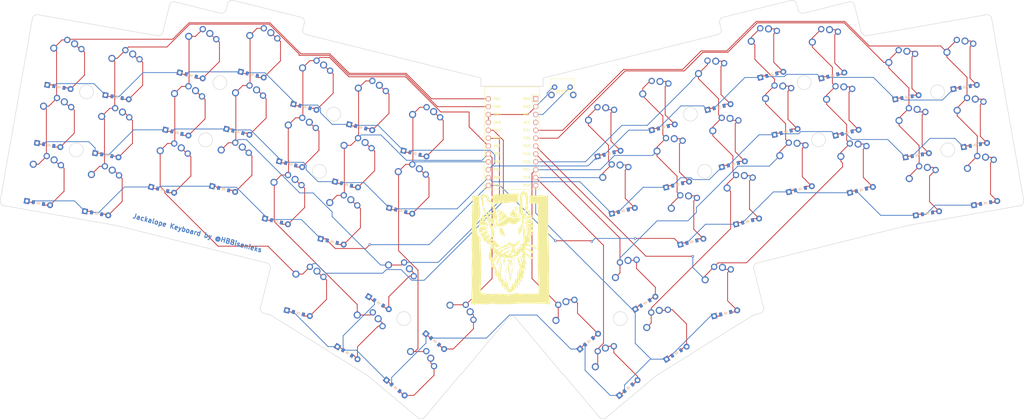
<source format=kicad_pcb>
(kicad_pcb (version 20171130) (host pcbnew 5.1.12-1.fc35)
  (title_block (title jackalope_unibody) (rev v1.0.0) (company Unknown))
  (layers (0 F.Cu signal) (31 B.Cu signal) (34 B.Paste user) (35 F.Paste user) (36 B.SilkS user) (37 F.SilkS user) (38 B.Mask user) (39 F.Mask user) (44 Edge.Cuts user))
  (net 0 "")
  (net 1 outer_bottom)
  (net 2 P1)
  (net 3 P9)
  (net 4 outer_home)
  (net 5 P8)
  (net 6 outer_top)
  (net 7 P7)
  (net 8 pinky_bottom)
  (net 9 P0)
  (net 10 pinky_home)
  (net 11 pinky_top)
  (net 12 ring_bottom)
  (net 13 P2)
  (net 14 ring_home)
  (net 15 ring_top)
  (net 16 middle_bottom)
  (net 17 P3)
  (net 18 middle_home)
  (net 19 middle_top)
  (net 20 index_bottom)
  (net 21 P4)
  (net 22 index_home)
  (net 23 index_top)
  (net 24 inner_bottom)
  (net 25 P5)
  (net 26 inner_home)
  (net 27 inner_top)
  (net 28 macro_home)
  (net 29 P6)
  (net 30 macro_top)
  (net 31 inner_upper)
  (net 32 P10)
  (net 33 home_upper)
  (net 34 outer_upper)
  (net 35 home_lower)
  (net 36 outer_lower)
  (net 37 mirror_outer_bottom)
  (net 38 P21)
  (net 39 mirror_outer_home)
  (net 40 mirror_outer_top)
  (net 41 mirror_pinky_bottom)
  (net 42 P20)
  (net 43 mirror_pinky_home)
  (net 44 mirror_pinky_top)
  (net 45 mirror_ring_bottom)
  (net 46 P19)
  (net 47 mirror_ring_home)
  (net 48 mirror_ring_top)
  (net 49 mirror_middle_bottom)
  (net 50 P18)
  (net 51 mirror_middle_home)
  (net 52 mirror_middle_top)
  (net 53 mirror_index_bottom)
  (net 54 P15)
  (net 55 mirror_index_home)
  (net 56 mirror_index_top)
  (net 57 mirror_inner_bottom)
  (net 58 P14)
  (net 59 mirror_inner_home)
  (net 60 mirror_inner_top)
  (net 61 mirror_macro_home)
  (net 62 P16)
  (net 63 mirror_macro_top)
  (net 64 mirror_inner_upper)
  (net 65 mirror_home_upper)
  (net 66 mirror_outer_upper)
  (net 67 mirror_home_lower)
  (net 68 mirror_outer_lower)
  (net 69 RAW)
  (net 70 GND)
  (net 71 RST)
  (net 72 VCC)
  (module jackalope:bighornFP (layer F.Cu) (at 150 24.25)
    (fp_text reference G*** hide)
    (fp_text value LOGO hide)
  )
  (module Keebio-Parts:SW_Tactile_SPST_Angled_MJTP1117 (layer F.Cu) (at 164.5 -28)
    (fp_text reference RESET (at 2.5 1.68) (layer F.SilkS))
    (fp_text value SW_PUSH)
    (pad "" np_thru_hole circle (at 2.5 -1.21) (size 1.2 1.2) (drill 1.2) (layers *.Cu *.Mask))
    (pad "" thru_hole circle (at -1 2.49) (size 2.1 2.1) (drill 1.3) (layers *.Cu *.Mask))
    (pad 1 thru_hole circle (at 0 0) (size 1.75 1.75) (drill 0.99) (layers *.Cu *.Mask) (net 70 GND))
    (pad 2 thru_hole circle (at 5 0) (size 1.75 1.75) (drill 0.99) (layers *.Cu *.Mask) (net 71 RST))
    (pad "" thru_hole circle (at 6.01 2.49) (size 2.1 2.1) (drill 1.3) (layers *.Cu *.Mask))
  )
  (module MX (layer F.Cu) (at 0 0 350)
    (fp_text reference S1 hide)
    (fp_text value "" hide)
    (pad "" np_thru_hole circle (at 0 0) (size 3.9878 3.9878) (drill 3.9878) (layers *.Cu *.Mask))
    (pad "" np_thru_hole circle (at 5.08 0) (size 1.7018 1.7018) (drill 1.7018) (layers *.Cu *.Mask))
    (pad "" np_thru_hole circle (at -5.08 0) (size 1.7018 1.7018) (drill 1.7018) (layers *.Cu *.Mask))
    (pad 1 thru_hole circle (at 2.54 -5.08) (size 2.286 2.286) (drill 1.4986) (layers *.Cu *.Mask) (net 1 outer_bottom))
    (pad 2 thru_hole circle (at -3.81 -2.54) (size 2.286 2.286) (drill 1.4986) (layers *.Cu *.Mask) (net 2 P1))
  )
  (module PG1350 (layer F.Cu) (at 0 0 350)
    (fp_text reference S2 hide)
    (fp_text value "" hide)
    (pad "" np_thru_hole circle (at 0 0) (size 3.429 3.429) (drill 3.429) (layers *.Cu *.Mask))
    (pad "" np_thru_hole circle (at 5.5 0) (size 1.7018 1.7018) (drill 1.7018) (layers *.Cu *.Mask))
    (pad "" np_thru_hole circle (at -5.5 0) (size 1.7018 1.7018) (drill 1.7018) (layers *.Cu *.Mask))
    (pad 1 thru_hole circle (at 5 -3.8) (size 2.032 2.032) (drill 1.27) (layers *.Cu *.Mask) (net 1 outer_bottom))
    (pad 2 thru_hole circle (at 0 -5.9) (size 2.032 2.032) (drill 1.27) (layers *.Cu *.Mask) (net 2 P1))
  )
  (module ComboDiode (layer F.Cu) (at -1.649658 9.355674 350)
    (fp_text reference D1 hide)
    (fp_text value "" hide)
    (pad 1 smd rect (at -1.65 0 350) (size 0.9 1.2) (layers F.Cu F.Paste F.Mask) (net 3 P9))
    (pad 2 smd rect (at 1.65 0 350) (size 0.9 1.2) (layers B.Cu B.Paste B.Mask) (net 1 outer_bottom))
    (pad 1 smd rect (at -1.65 0 350) (size 0.9 1.2) (layers B.Cu B.Paste B.Mask) (net 3 P9))
    (pad 2 smd rect (at 1.65 0 350) (size 0.9 1.2) (layers F.Cu F.Paste F.Mask) (net 1 outer_bottom))
    (pad 1 thru_hole circle (at 3.81 0 350) (size 1.905 1.905) (drill 0.9906) (layers *.Cu *.Mask) (net 1 outer_bottom))
    (pad 2 thru_hole rect (at -3.81 0 350) (size 1.778 1.778) (drill 0.9906) (layers *.Cu *.Mask) (net 3 P9))
  )
  (module MX (layer F.Cu) (at 3.299315 -18.711347 350)
    (fp_text reference S3 hide)
    (fp_text value "" hide)
    (pad "" np_thru_hole circle (at 0 0) (size 3.9878 3.9878) (drill 3.9878) (layers *.Cu *.Mask))
    (pad "" np_thru_hole circle (at 5.08 0) (size 1.7018 1.7018) (drill 1.7018) (layers *.Cu *.Mask))
    (pad "" np_thru_hole circle (at -5.08 0) (size 1.7018 1.7018) (drill 1.7018) (layers *.Cu *.Mask))
    (pad 1 thru_hole circle (at 2.54 -5.08) (size 2.286 2.286) (drill 1.4986) (layers *.Cu *.Mask) (net 4 outer_home))
    (pad 2 thru_hole circle (at -3.81 -2.54) (size 2.286 2.286) (drill 1.4986) (layers *.Cu *.Mask) (net 2 P1))
  )
  (module PG1350 (layer F.Cu) (at 3.299315 -18.711347 350)
    (fp_text reference S4 hide)
    (fp_text value "" hide)
    (pad "" np_thru_hole circle (at 0 0) (size 3.429 3.429) (drill 3.429) (layers *.Cu *.Mask))
    (pad "" np_thru_hole circle (at 5.5 0) (size 1.7018 1.7018) (drill 1.7018) (layers *.Cu *.Mask))
    (pad "" np_thru_hole circle (at -5.5 0) (size 1.7018 1.7018) (drill 1.7018) (layers *.Cu *.Mask))
    (pad 1 thru_hole circle (at 5 -3.8) (size 2.032 2.032) (drill 1.27) (layers *.Cu *.Mask) (net 4 outer_home))
    (pad 2 thru_hole circle (at 0 -5.9) (size 2.032 2.032) (drill 1.27) (layers *.Cu *.Mask) (net 2 P1))
  )
  (module ComboDiode (layer F.Cu) (at 1.649658 -9.355674 350)
    (fp_text reference D2 hide)
    (fp_text value "" hide)
    (pad 1 smd rect (at -1.65 0 350) (size 0.9 1.2) (layers F.Cu F.Paste F.Mask) (net 5 P8))
    (pad 2 smd rect (at 1.65 0 350) (size 0.9 1.2) (layers B.Cu B.Paste B.Mask) (net 4 outer_home))
    (pad 1 smd rect (at -1.65 0 350) (size 0.9 1.2) (layers B.Cu B.Paste B.Mask) (net 5 P8))
    (pad 2 smd rect (at 1.65 0 350) (size 0.9 1.2) (layers F.Cu F.Paste F.Mask) (net 4 outer_home))
    (pad 1 thru_hole circle (at 3.81 0 350) (size 1.905 1.905) (drill 0.9906) (layers *.Cu *.Mask) (net 4 outer_home))
    (pad 2 thru_hole rect (at -3.81 0 350) (size 1.778 1.778) (drill 0.9906) (layers *.Cu *.Mask) (net 5 P8))
  )
  (module MX (layer F.Cu) (at 6.598631 -37.422695 350)
    (fp_text reference S5 hide)
    (fp_text value "" hide)
    (pad "" np_thru_hole circle (at 0 0) (size 3.9878 3.9878) (drill 3.9878) (layers *.Cu *.Mask))
    (pad "" np_thru_hole circle (at 5.08 0) (size 1.7018 1.7018) (drill 1.7018) (layers *.Cu *.Mask))
    (pad "" np_thru_hole circle (at -5.08 0) (size 1.7018 1.7018) (drill 1.7018) (layers *.Cu *.Mask))
    (pad 1 thru_hole circle (at 2.54 -5.08) (size 2.286 2.286) (drill 1.4986) (layers *.Cu *.Mask) (net 6 outer_top))
    (pad 2 thru_hole circle (at -3.81 -2.54) (size 2.286 2.286) (drill 1.4986) (layers *.Cu *.Mask) (net 2 P1))
  )
  (module PG1350 (layer F.Cu) (at 6.598631 -37.422695 350)
    (fp_text reference S6 hide)
    (fp_text value "" hide)
    (pad "" np_thru_hole circle (at 0 0) (size 3.429 3.429) (drill 3.429) (layers *.Cu *.Mask))
    (pad "" np_thru_hole circle (at 5.5 0) (size 1.7018 1.7018) (drill 1.7018) (layers *.Cu *.Mask))
    (pad "" np_thru_hole circle (at -5.5 0) (size 1.7018 1.7018) (drill 1.7018) (layers *.Cu *.Mask))
    (pad 1 thru_hole circle (at 5 -3.8) (size 2.032 2.032) (drill 1.27) (layers *.Cu *.Mask) (net 6 outer_top))
    (pad 2 thru_hole circle (at 0 -5.9) (size 2.032 2.032) (drill 1.27) (layers *.Cu *.Mask) (net 2 P1))
  )
  (module ComboDiode (layer F.Cu) (at 4.948973 -28.067021 350)
    (fp_text reference D3 hide)
    (fp_text value "" hide)
    (pad 1 smd rect (at -1.65 0 350) (size 0.9 1.2) (layers F.Cu F.Paste F.Mask) (net 7 P7))
    (pad 2 smd rect (at 1.65 0 350) (size 0.9 1.2) (layers B.Cu B.Paste B.Mask) (net 6 outer_top))
    (pad 1 smd rect (at -1.65 0 350) (size 0.9 1.2) (layers B.Cu B.Paste B.Mask) (net 7 P7))
    (pad 2 smd rect (at 1.65 0 350) (size 0.9 1.2) (layers F.Cu F.Paste F.Mask) (net 6 outer_top))
    (pad 1 thru_hole circle (at 3.81 0 350) (size 1.905 1.905) (drill 0.9906) (layers *.Cu *.Mask) (net 6 outer_top))
    (pad 2 thru_hole rect (at -3.81 0 350) (size 1.778 1.778) (drill 0.9906) (layers *.Cu *.Mask) (net 7 P7))
  )
  (module MX (layer F.Cu) (at 18.711347 3.299315 350)
    (fp_text reference S7 hide)
    (fp_text value "" hide)
    (pad "" np_thru_hole circle (at 0 0) (size 3.9878 3.9878) (drill 3.9878) (layers *.Cu *.Mask))
    (pad "" np_thru_hole circle (at 5.08 0) (size 1.7018 1.7018) (drill 1.7018) (layers *.Cu *.Mask))
    (pad "" np_thru_hole circle (at -5.08 0) (size 1.7018 1.7018) (drill 1.7018) (layers *.Cu *.Mask))
    (pad 1 thru_hole circle (at 2.54 -5.08) (size 2.286 2.286) (drill 1.4986) (layers *.Cu *.Mask) (net 8 pinky_bottom))
    (pad 2 thru_hole circle (at -3.81 -2.54) (size 2.286 2.286) (drill 1.4986) (layers *.Cu *.Mask) (net 9 P0))
  )
  (module PG1350 (layer F.Cu) (at 18.711347 3.299315 350)
    (fp_text reference S8 hide)
    (fp_text value "" hide)
    (pad "" np_thru_hole circle (at 0 0) (size 3.429 3.429) (drill 3.429) (layers *.Cu *.Mask))
    (pad "" np_thru_hole circle (at 5.5 0) (size 1.7018 1.7018) (drill 1.7018) (layers *.Cu *.Mask))
    (pad "" np_thru_hole circle (at -5.5 0) (size 1.7018 1.7018) (drill 1.7018) (layers *.Cu *.Mask))
    (pad 1 thru_hole circle (at 5 -3.8) (size 2.032 2.032) (drill 1.27) (layers *.Cu *.Mask) (net 8 pinky_bottom))
    (pad 2 thru_hole circle (at 0 -5.9) (size 2.032 2.032) (drill 1.27) (layers *.Cu *.Mask) (net 9 P0))
  )
  (module ComboDiode (layer F.Cu) (at 17.06169 12.654989 350)
    (fp_text reference D4 hide)
    (fp_text value "" hide)
    (pad 1 smd rect (at -1.65 0 350) (size 0.9 1.2) (layers F.Cu F.Paste F.Mask) (net 3 P9))
    (pad 2 smd rect (at 1.65 0 350) (size 0.9 1.2) (layers B.Cu B.Paste B.Mask) (net 8 pinky_bottom))
    (pad 1 smd rect (at -1.65 0 350) (size 0.9 1.2) (layers B.Cu B.Paste B.Mask) (net 3 P9))
    (pad 2 smd rect (at 1.65 0 350) (size 0.9 1.2) (layers F.Cu F.Paste F.Mask) (net 8 pinky_bottom))
    (pad 1 thru_hole circle (at 3.81 0 350) (size 1.905 1.905) (drill 0.9906) (layers *.Cu *.Mask) (net 8 pinky_bottom))
    (pad 2 thru_hole rect (at -3.81 0 350) (size 1.778 1.778) (drill 0.9906) (layers *.Cu *.Mask) (net 3 P9))
  )
  (module MX (layer F.Cu) (at 22.010663 -15.412032 350)
    (fp_text reference S9 hide)
    (fp_text value "" hide)
    (pad "" np_thru_hole circle (at 0 0) (size 3.9878 3.9878) (drill 3.9878) (layers *.Cu *.Mask))
    (pad "" np_thru_hole circle (at 5.08 0) (size 1.7018 1.7018) (drill 1.7018) (layers *.Cu *.Mask))
    (pad "" np_thru_hole circle (at -5.08 0) (size 1.7018 1.7018) (drill 1.7018) (layers *.Cu *.Mask))
    (pad 1 thru_hole circle (at 2.54 -5.08) (size 2.286 2.286) (drill 1.4986) (layers *.Cu *.Mask) (net 10 pinky_home))
    (pad 2 thru_hole circle (at -3.81 -2.54) (size 2.286 2.286) (drill 1.4986) (layers *.Cu *.Mask) (net 9 P0))
  )
  (module PG1350 (layer F.Cu) (at 22.010663 -15.412032 350)
    (fp_text reference S10 hide)
    (fp_text value "" hide)
    (pad "" np_thru_hole circle (at 0 0) (size 3.429 3.429) (drill 3.429) (layers *.Cu *.Mask))
    (pad "" np_thru_hole circle (at 5.5 0) (size 1.7018 1.7018) (drill 1.7018) (layers *.Cu *.Mask))
    (pad "" np_thru_hole circle (at -5.5 0) (size 1.7018 1.7018) (drill 1.7018) (layers *.Cu *.Mask))
    (pad 1 thru_hole circle (at 5 -3.8) (size 2.032 2.032) (drill 1.27) (layers *.Cu *.Mask) (net 10 pinky_home))
    (pad 2 thru_hole circle (at 0 -5.9) (size 2.032 2.032) (drill 1.27) (layers *.Cu *.Mask) (net 9 P0))
  )
  (module ComboDiode (layer F.Cu) (at 20.361005 -6.056358 350)
    (fp_text reference D5 hide)
    (fp_text value "" hide)
    (pad 1 smd rect (at -1.65 0 350) (size 0.9 1.2) (layers F.Cu F.Paste F.Mask) (net 5 P8))
    (pad 2 smd rect (at 1.65 0 350) (size 0.9 1.2) (layers B.Cu B.Paste B.Mask) (net 10 pinky_home))
    (pad 1 smd rect (at -1.65 0 350) (size 0.9 1.2) (layers B.Cu B.Paste B.Mask) (net 5 P8))
    (pad 2 smd rect (at 1.65 0 350) (size 0.9 1.2) (layers F.Cu F.Paste F.Mask) (net 10 pinky_home))
    (pad 1 thru_hole circle (at 3.81 0 350) (size 1.905 1.905) (drill 0.9906) (layers *.Cu *.Mask) (net 10 pinky_home))
    (pad 2 thru_hole rect (at -3.81 0 350) (size 1.778 1.778) (drill 0.9906) (layers *.Cu *.Mask) (net 5 P8))
  )
  (module MX (layer F.Cu) (at 25.309978 -34.123379 350)
    (fp_text reference S11 hide)
    (fp_text value "" hide)
    (pad "" np_thru_hole circle (at 0 0) (size 3.9878 3.9878) (drill 3.9878) (layers *.Cu *.Mask))
    (pad "" np_thru_hole circle (at 5.08 0) (size 1.7018 1.7018) (drill 1.7018) (layers *.Cu *.Mask))
    (pad "" np_thru_hole circle (at -5.08 0) (size 1.7018 1.7018) (drill 1.7018) (layers *.Cu *.Mask))
    (pad 1 thru_hole circle (at 2.54 -5.08) (size 2.286 2.286) (drill 1.4986) (layers *.Cu *.Mask) (net 11 pinky_top))
    (pad 2 thru_hole circle (at -3.81 -2.54) (size 2.286 2.286) (drill 1.4986) (layers *.Cu *.Mask) (net 9 P0))
  )
  (module PG1350 (layer F.Cu) (at 25.309978 -34.123379 350)
    (fp_text reference S12 hide)
    (fp_text value "" hide)
    (pad "" np_thru_hole circle (at 0 0) (size 3.429 3.429) (drill 3.429) (layers *.Cu *.Mask))
    (pad "" np_thru_hole circle (at 5.5 0) (size 1.7018 1.7018) (drill 1.7018) (layers *.Cu *.Mask))
    (pad "" np_thru_hole circle (at -5.5 0) (size 1.7018 1.7018) (drill 1.7018) (layers *.Cu *.Mask))
    (pad 1 thru_hole circle (at 5 -3.8) (size 2.032 2.032) (drill 1.27) (layers *.Cu *.Mask) (net 11 pinky_top))
    (pad 2 thru_hole circle (at 0 -5.9) (size 2.032 2.032) (drill 1.27) (layers *.Cu *.Mask) (net 9 P0))
  )
  (module ComboDiode (layer F.Cu) (at 23.66032 -24.767706 350)
    (fp_text reference D6 hide)
    (fp_text value "" hide)
    (pad 1 smd rect (at -1.65 0 350) (size 0.9 1.2) (layers F.Cu F.Paste F.Mask) (net 7 P7))
    (pad 2 smd rect (at 1.65 0 350) (size 0.9 1.2) (layers B.Cu B.Paste B.Mask) (net 11 pinky_top))
    (pad 1 smd rect (at -1.65 0 350) (size 0.9 1.2) (layers B.Cu B.Paste B.Mask) (net 7 P7))
    (pad 2 smd rect (at 1.65 0 350) (size 0.9 1.2) (layers F.Cu F.Paste F.Mask) (net 11 pinky_top))
    (pad 1 thru_hole circle (at 3.81 0 350) (size 1.905 1.905) (drill 0.9906) (layers *.Cu *.Mask) (net 11 pinky_top))
    (pad 2 thru_hole rect (at -3.81 0 350) (size 1.778 1.778) (drill 0.9906) (layers *.Cu *.Mask) (net 7 P7))
  )
  (module MX (layer F.Cu) (at 40.629529 -4.124049 346)
    (fp_text reference S13 hide)
    (fp_text value "" hide)
    (pad "" np_thru_hole circle (at 0 0) (size 3.9878 3.9878) (drill 3.9878) (layers *.Cu *.Mask))
    (pad "" np_thru_hole circle (at 5.08 0) (size 1.7018 1.7018) (drill 1.7018) (layers *.Cu *.Mask))
    (pad "" np_thru_hole circle (at -5.08 0) (size 1.7018 1.7018) (drill 1.7018) (layers *.Cu *.Mask))
    (pad 1 thru_hole circle (at 2.54 -5.08) (size 2.286 2.286) (drill 1.4986) (layers *.Cu *.Mask) (net 12 ring_bottom))
    (pad 2 thru_hole circle (at -3.81 -2.54) (size 2.286 2.286) (drill 1.4986) (layers *.Cu *.Mask) (net 13 P2))
  )
  (module PG1350 (layer F.Cu) (at 40.629529 -4.124049 346)
    (fp_text reference S14 hide)
    (fp_text value "" hide)
    (pad "" np_thru_hole circle (at 0 0) (size 3.429 3.429) (drill 3.429) (layers *.Cu *.Mask))
    (pad "" np_thru_hole circle (at 5.5 0) (size 1.7018 1.7018) (drill 1.7018) (layers *.Cu *.Mask))
    (pad "" np_thru_hole circle (at -5.5 0) (size 1.7018 1.7018) (drill 1.7018) (layers *.Cu *.Mask))
    (pad 1 thru_hole circle (at 5 -3.8) (size 2.032 2.032) (drill 1.27) (layers *.Cu *.Mask) (net 12 ring_bottom))
    (pad 2 thru_hole circle (at 0 -5.9) (size 2.032 2.032) (drill 1.27) (layers *.Cu *.Mask) (net 13 P2))
  )
  (module ComboDiode (layer F.Cu) (at 38.331271 5.09376 346)
    (fp_text reference D7 hide)
    (fp_text value "" hide)
    (pad 1 smd rect (at -1.65 0 346) (size 0.9 1.2) (layers F.Cu F.Paste F.Mask) (net 3 P9))
    (pad 2 smd rect (at 1.65 0 346) (size 0.9 1.2) (layers B.Cu B.Paste B.Mask) (net 12 ring_bottom))
    (pad 1 smd rect (at -1.65 0 346) (size 0.9 1.2) (layers B.Cu B.Paste B.Mask) (net 3 P9))
    (pad 2 smd rect (at 1.65 0 346) (size 0.9 1.2) (layers F.Cu F.Paste F.Mask) (net 12 ring_bottom))
    (pad 1 thru_hole circle (at 3.81 0 346) (size 1.905 1.905) (drill 0.9906) (layers *.Cu *.Mask) (net 12 ring_bottom))
    (pad 2 thru_hole rect (at -3.81 0 346) (size 1.778 1.778) (drill 0.9906) (layers *.Cu *.Mask) (net 3 P9))
  )
  (module MX (layer F.Cu) (at 45.226045 -22.559668 346)
    (fp_text reference S15 hide)
    (fp_text value "" hide)
    (pad "" np_thru_hole circle (at 0 0) (size 3.9878 3.9878) (drill 3.9878) (layers *.Cu *.Mask))
    (pad "" np_thru_hole circle (at 5.08 0) (size 1.7018 1.7018) (drill 1.7018) (layers *.Cu *.Mask))
    (pad "" np_thru_hole circle (at -5.08 0) (size 1.7018 1.7018) (drill 1.7018) (layers *.Cu *.Mask))
    (pad 1 thru_hole circle (at 2.54 -5.08) (size 2.286 2.286) (drill 1.4986) (layers *.Cu *.Mask) (net 14 ring_home))
    (pad 2 thru_hole circle (at -3.81 -2.54) (size 2.286 2.286) (drill 1.4986) (layers *.Cu *.Mask) (net 13 P2))
  )
  (module PG1350 (layer F.Cu) (at 45.226045 -22.559668 346)
    (fp_text reference S16 hide)
    (fp_text value "" hide)
    (pad "" np_thru_hole circle (at 0 0) (size 3.429 3.429) (drill 3.429) (layers *.Cu *.Mask))
    (pad "" np_thru_hole circle (at 5.5 0) (size 1.7018 1.7018) (drill 1.7018) (layers *.Cu *.Mask))
    (pad "" np_thru_hole circle (at -5.5 0) (size 1.7018 1.7018) (drill 1.7018) (layers *.Cu *.Mask))
    (pad 1 thru_hole circle (at 5 -3.8) (size 2.032 2.032) (drill 1.27) (layers *.Cu *.Mask) (net 14 ring_home))
    (pad 2 thru_hole circle (at 0 -5.9) (size 2.032 2.032) (drill 1.27) (layers *.Cu *.Mask) (net 13 P2))
  )
  (module ComboDiode (layer F.Cu) (at 42.927787 -13.341859 346)
    (fp_text reference D8 hide)
    (fp_text value "" hide)
    (pad 1 smd rect (at -1.65 0 346) (size 0.9 1.2) (layers F.Cu F.Paste F.Mask) (net 5 P8))
    (pad 2 smd rect (at 1.65 0 346) (size 0.9 1.2) (layers B.Cu B.Paste B.Mask) (net 14 ring_home))
    (pad 1 smd rect (at -1.65 0 346) (size 0.9 1.2) (layers B.Cu B.Paste B.Mask) (net 5 P8))
    (pad 2 smd rect (at 1.65 0 346) (size 0.9 1.2) (layers F.Cu F.Paste F.Mask) (net 14 ring_home))
    (pad 1 thru_hole circle (at 3.81 0 346) (size 1.905 1.905) (drill 0.9906) (layers *.Cu *.Mask) (net 14 ring_home))
    (pad 2 thru_hole rect (at -3.81 0 346) (size 1.778 1.778) (drill 0.9906) (layers *.Cu *.Mask) (net 5 P8))
  )
  (module MX (layer F.Cu) (at 49.822561 -40.995287 346)
    (fp_text reference S17 hide)
    (fp_text value "" hide)
    (pad "" np_thru_hole circle (at 0 0) (size 3.9878 3.9878) (drill 3.9878) (layers *.Cu *.Mask))
    (pad "" np_thru_hole circle (at 5.08 0) (size 1.7018 1.7018) (drill 1.7018) (layers *.Cu *.Mask))
    (pad "" np_thru_hole circle (at -5.08 0) (size 1.7018 1.7018) (drill 1.7018) (layers *.Cu *.Mask))
    (pad 1 thru_hole circle (at 2.54 -5.08) (size 2.286 2.286) (drill 1.4986) (layers *.Cu *.Mask) (net 15 ring_top))
    (pad 2 thru_hole circle (at -3.81 -2.54) (size 2.286 2.286) (drill 1.4986) (layers *.Cu *.Mask) (net 13 P2))
  )
  (module PG1350 (layer F.Cu) (at 49.822561 -40.995287 346)
    (fp_text reference S18 hide)
    (fp_text value "" hide)
    (pad "" np_thru_hole circle (at 0 0) (size 3.429 3.429) (drill 3.429) (layers *.Cu *.Mask))
    (pad "" np_thru_hole circle (at 5.5 0) (size 1.7018 1.7018) (drill 1.7018) (layers *.Cu *.Mask))
    (pad "" np_thru_hole circle (at -5.5 0) (size 1.7018 1.7018) (drill 1.7018) (layers *.Cu *.Mask))
    (pad 1 thru_hole circle (at 5 -3.8) (size 2.032 2.032) (drill 1.27) (layers *.Cu *.Mask) (net 15 ring_top))
    (pad 2 thru_hole circle (at 0 -5.9) (size 2.032 2.032) (drill 1.27) (layers *.Cu *.Mask) (net 13 P2))
  )
  (module ComboDiode (layer F.Cu) (at 47.524303 -31.777477 346)
    (fp_text reference D9 hide)
    (fp_text value "" hide)
    (pad 1 smd rect (at -1.65 0 346) (size 0.9 1.2) (layers F.Cu F.Paste F.Mask) (net 7 P7))
    (pad 2 smd rect (at 1.65 0 346) (size 0.9 1.2) (layers B.Cu B.Paste B.Mask) (net 15 ring_top))
    (pad 1 smd rect (at -1.65 0 346) (size 0.9 1.2) (layers B.Cu B.Paste B.Mask) (net 7 P7))
    (pad 2 smd rect (at 1.65 0 346) (size 0.9 1.2) (layers F.Cu F.Paste F.Mask) (net 15 ring_top))
    (pad 1 thru_hole circle (at 3.81 0 346) (size 1.905 1.905) (drill 0.9906) (layers *.Cu *.Mask) (net 15 ring_top))
    (pad 2 thru_hole rect (at -3.81 0 346) (size 1.778 1.778) (drill 0.9906) (layers *.Cu *.Mask) (net 7 P7))
  )
  (module MX (layer F.Cu) (at 60.274757 -4.379012 346)
    (fp_text reference S19 hide)
    (fp_text value "" hide)
    (pad "" np_thru_hole circle (at 0 0) (size 3.9878 3.9878) (drill 3.9878) (layers *.Cu *.Mask))
    (pad "" np_thru_hole circle (at 5.08 0) (size 1.7018 1.7018) (drill 1.7018) (layers *.Cu *.Mask))
    (pad "" np_thru_hole circle (at -5.08 0) (size 1.7018 1.7018) (drill 1.7018) (layers *.Cu *.Mask))
    (pad 1 thru_hole circle (at 2.54 -5.08) (size 2.286 2.286) (drill 1.4986) (layers *.Cu *.Mask) (net 16 middle_bottom))
    (pad 2 thru_hole circle (at -3.81 -2.54) (size 2.286 2.286) (drill 1.4986) (layers *.Cu *.Mask) (net 17 P3))
  )
  (module PG1350 (layer F.Cu) (at 60.274757 -4.379012 346)
    (fp_text reference S20 hide)
    (fp_text value "" hide)
    (pad "" np_thru_hole circle (at 0 0) (size 3.429 3.429) (drill 3.429) (layers *.Cu *.Mask))
    (pad "" np_thru_hole circle (at 5.5 0) (size 1.7018 1.7018) (drill 1.7018) (layers *.Cu *.Mask))
    (pad "" np_thru_hole circle (at -5.5 0) (size 1.7018 1.7018) (drill 1.7018) (layers *.Cu *.Mask))
    (pad 1 thru_hole circle (at 5 -3.8) (size 2.032 2.032) (drill 1.27) (layers *.Cu *.Mask) (net 16 middle_bottom))
    (pad 2 thru_hole circle (at 0 -5.9) (size 2.032 2.032) (drill 1.27) (layers *.Cu *.Mask) (net 17 P3))
  )
  (module ComboDiode (layer F.Cu) (at 57.976499 4.838798 346)
    (fp_text reference D10 hide)
    (fp_text value "" hide)
    (pad 1 smd rect (at -1.65 0 346) (size 0.9 1.2) (layers F.Cu F.Paste F.Mask) (net 3 P9))
    (pad 2 smd rect (at 1.65 0 346) (size 0.9 1.2) (layers B.Cu B.Paste B.Mask) (net 16 middle_bottom))
    (pad 1 smd rect (at -1.65 0 346) (size 0.9 1.2) (layers B.Cu B.Paste B.Mask) (net 3 P9))
    (pad 2 smd rect (at 1.65 0 346) (size 0.9 1.2) (layers F.Cu F.Paste F.Mask) (net 16 middle_bottom))
    (pad 1 thru_hole circle (at 3.81 0 346) (size 1.905 1.905) (drill 0.9906) (layers *.Cu *.Mask) (net 16 middle_bottom))
    (pad 2 thru_hole rect (at -3.81 0 346) (size 1.778 1.778) (drill 0.9906) (layers *.Cu *.Mask) (net 3 P9))
  )
  (module MX (layer F.Cu) (at 64.871273 -22.814631 346)
    (fp_text reference S21 hide)
    (fp_text value "" hide)
    (pad "" np_thru_hole circle (at 0 0) (size 3.9878 3.9878) (drill 3.9878) (layers *.Cu *.Mask))
    (pad "" np_thru_hole circle (at 5.08 0) (size 1.7018 1.7018) (drill 1.7018) (layers *.Cu *.Mask))
    (pad "" np_thru_hole circle (at -5.08 0) (size 1.7018 1.7018) (drill 1.7018) (layers *.Cu *.Mask))
    (pad 1 thru_hole circle (at 2.54 -5.08) (size 2.286 2.286) (drill 1.4986) (layers *.Cu *.Mask) (net 18 middle_home))
    (pad 2 thru_hole circle (at -3.81 -2.54) (size 2.286 2.286) (drill 1.4986) (layers *.Cu *.Mask) (net 17 P3))
  )
  (module PG1350 (layer F.Cu) (at 64.871273 -22.814631 346)
    (fp_text reference S22 hide)
    (fp_text value "" hide)
    (pad "" np_thru_hole circle (at 0 0) (size 3.429 3.429) (drill 3.429) (layers *.Cu *.Mask))
    (pad "" np_thru_hole circle (at 5.5 0) (size 1.7018 1.7018) (drill 1.7018) (layers *.Cu *.Mask))
    (pad "" np_thru_hole circle (at -5.5 0) (size 1.7018 1.7018) (drill 1.7018) (layers *.Cu *.Mask))
    (pad 1 thru_hole circle (at 5 -3.8) (size 2.032 2.032) (drill 1.27) (layers *.Cu *.Mask) (net 18 middle_home))
    (pad 2 thru_hole circle (at 0 -5.9) (size 2.032 2.032) (drill 1.27) (layers *.Cu *.Mask) (net 17 P3))
  )
  (module ComboDiode (layer F.Cu) (at 62.573015 -13.596821 346)
    (fp_text reference D11 hide)
    (fp_text value "" hide)
    (pad 1 smd rect (at -1.65 0 346) (size 0.9 1.2) (layers F.Cu F.Paste F.Mask) (net 5 P8))
    (pad 2 smd rect (at 1.65 0 346) (size 0.9 1.2) (layers B.Cu B.Paste B.Mask) (net 18 middle_home))
    (pad 1 smd rect (at -1.65 0 346) (size 0.9 1.2) (layers B.Cu B.Paste B.Mask) (net 5 P8))
    (pad 2 smd rect (at 1.65 0 346) (size 0.9 1.2) (layers F.Cu F.Paste F.Mask) (net 18 middle_home))
    (pad 1 thru_hole circle (at 3.81 0 346) (size 1.905 1.905) (drill 0.9906) (layers *.Cu *.Mask) (net 18 middle_home))
    (pad 2 thru_hole rect (at -3.81 0 346) (size 1.778 1.778) (drill 0.9906) (layers *.Cu *.Mask) (net 5 P8))
  )
  (module MX (layer F.Cu) (at 69.467789 -41.250249 346)
    (fp_text reference S23 hide)
    (fp_text value "" hide)
    (pad "" np_thru_hole circle (at 0 0) (size 3.9878 3.9878) (drill 3.9878) (layers *.Cu *.Mask))
    (pad "" np_thru_hole circle (at 5.08 0) (size 1.7018 1.7018) (drill 1.7018) (layers *.Cu *.Mask))
    (pad "" np_thru_hole circle (at -5.08 0) (size 1.7018 1.7018) (drill 1.7018) (layers *.Cu *.Mask))
    (pad 1 thru_hole circle (at 2.54 -5.08) (size 2.286 2.286) (drill 1.4986) (layers *.Cu *.Mask) (net 19 middle_top))
    (pad 2 thru_hole circle (at -3.81 -2.54) (size 2.286 2.286) (drill 1.4986) (layers *.Cu *.Mask) (net 17 P3))
  )
  (module PG1350 (layer F.Cu) (at 69.467789 -41.250249 346)
    (fp_text reference S24 hide)
    (fp_text value "" hide)
    (pad "" np_thru_hole circle (at 0 0) (size 3.429 3.429) (drill 3.429) (layers *.Cu *.Mask))
    (pad "" np_thru_hole circle (at 5.5 0) (size 1.7018 1.7018) (drill 1.7018) (layers *.Cu *.Mask))
    (pad "" np_thru_hole circle (at -5.5 0) (size 1.7018 1.7018) (drill 1.7018) (layers *.Cu *.Mask))
    (pad 1 thru_hole circle (at 5 -3.8) (size 2.032 2.032) (drill 1.27) (layers *.Cu *.Mask) (net 19 middle_top))
    (pad 2 thru_hole circle (at 0 -5.9) (size 2.032 2.032) (drill 1.27) (layers *.Cu *.Mask) (net 17 P3))
  )
  (module ComboDiode (layer F.Cu) (at 67.169531 -32.03244 346)
    (fp_text reference D12 hide)
    (fp_text value "" hide)
    (pad 1 smd rect (at -1.65 0 346) (size 0.9 1.2) (layers F.Cu F.Paste F.Mask) (net 7 P7))
    (pad 2 smd rect (at 1.65 0 346) (size 0.9 1.2) (layers B.Cu B.Paste B.Mask) (net 19 middle_top))
    (pad 1 smd rect (at -1.65 0 346) (size 0.9 1.2) (layers B.Cu B.Paste B.Mask) (net 7 P7))
    (pad 2 smd rect (at 1.65 0 346) (size 0.9 1.2) (layers F.Cu F.Paste F.Mask) (net 19 middle_top))
    (pad 1 thru_hole circle (at 3.81 0 346) (size 1.905 1.905) (drill 0.9906) (layers *.Cu *.Mask) (net 19 middle_top))
    (pad 2 thru_hole rect (at -3.81 0 346) (size 1.778 1.778) (drill 0.9906) (layers *.Cu *.Mask) (net 7 P7))
  )
  (module MX (layer F.Cu) (at 77.258845 6.039279 346)
    (fp_text reference S25 hide)
    (fp_text value "" hide)
    (pad "" np_thru_hole circle (at 0 0) (size 3.9878 3.9878) (drill 3.9878) (layers *.Cu *.Mask))
    (pad "" np_thru_hole circle (at 5.08 0) (size 1.7018 1.7018) (drill 1.7018) (layers *.Cu *.Mask))
    (pad "" np_thru_hole circle (at -5.08 0) (size 1.7018 1.7018) (drill 1.7018) (layers *.Cu *.Mask))
    (pad 1 thru_hole circle (at 2.54 -5.08) (size 2.286 2.286) (drill 1.4986) (layers *.Cu *.Mask) (net 20 index_bottom))
    (pad 2 thru_hole circle (at -3.81 -2.54) (size 2.286 2.286) (drill 1.4986) (layers *.Cu *.Mask) (net 21 P4))
  )
  (module PG1350 (layer F.Cu) (at 77.258845 6.039279 346)
    (fp_text reference S26 hide)
    (fp_text value "" hide)
    (pad "" np_thru_hole circle (at 0 0) (size 3.429 3.429) (drill 3.429) (layers *.Cu *.Mask))
    (pad "" np_thru_hole circle (at 5.5 0) (size 1.7018 1.7018) (drill 1.7018) (layers *.Cu *.Mask))
    (pad "" np_thru_hole circle (at -5.5 0) (size 1.7018 1.7018) (drill 1.7018) (layers *.Cu *.Mask))
    (pad 1 thru_hole circle (at 5 -3.8) (size 2.032 2.032) (drill 1.27) (layers *.Cu *.Mask) (net 20 index_bottom))
    (pad 2 thru_hole circle (at 0 -5.9) (size 2.032 2.032) (drill 1.27) (layers *.Cu *.Mask) (net 21 P4))
  )
  (module ComboDiode (layer F.Cu) (at 74.960587 15.257088 346)
    (fp_text reference D13 hide)
    (fp_text value "" hide)
    (pad 1 smd rect (at -1.65 0 346) (size 0.9 1.2) (layers F.Cu F.Paste F.Mask) (net 3 P9))
    (pad 2 smd rect (at 1.65 0 346) (size 0.9 1.2) (layers B.Cu B.Paste B.Mask) (net 20 index_bottom))
    (pad 1 smd rect (at -1.65 0 346) (size 0.9 1.2) (layers B.Cu B.Paste B.Mask) (net 3 P9))
    (pad 2 smd rect (at 1.65 0 346) (size 0.9 1.2) (layers F.Cu F.Paste F.Mask) (net 20 index_bottom))
    (pad 1 thru_hole circle (at 3.81 0 346) (size 1.905 1.905) (drill 0.9906) (layers *.Cu *.Mask) (net 20 index_bottom))
    (pad 2 thru_hole rect (at -3.81 0 346) (size 1.778 1.778) (drill 0.9906) (layers *.Cu *.Mask) (net 3 P9))
  )
  (module MX (layer F.Cu) (at 81.855361 -12.39634 346)
    (fp_text reference S27 hide)
    (fp_text value "" hide)
    (pad "" np_thru_hole circle (at 0 0) (size 3.9878 3.9878) (drill 3.9878) (layers *.Cu *.Mask))
    (pad "" np_thru_hole circle (at 5.08 0) (size 1.7018 1.7018) (drill 1.7018) (layers *.Cu *.Mask))
    (pad "" np_thru_hole circle (at -5.08 0) (size 1.7018 1.7018) (drill 1.7018) (layers *.Cu *.Mask))
    (pad 1 thru_hole circle (at 2.54 -5.08) (size 2.286 2.286) (drill 1.4986) (layers *.Cu *.Mask) (net 22 index_home))
    (pad 2 thru_hole circle (at -3.81 -2.54) (size 2.286 2.286) (drill 1.4986) (layers *.Cu *.Mask) (net 21 P4))
  )
  (module PG1350 (layer F.Cu) (at 81.855361 -12.39634 346)
    (fp_text reference S28 hide)
    (fp_text value "" hide)
    (pad "" np_thru_hole circle (at 0 0) (size 3.429 3.429) (drill 3.429) (layers *.Cu *.Mask))
    (pad "" np_thru_hole circle (at 5.5 0) (size 1.7018 1.7018) (drill 1.7018) (layers *.Cu *.Mask))
    (pad "" np_thru_hole circle (at -5.5 0) (size 1.7018 1.7018) (drill 1.7018) (layers *.Cu *.Mask))
    (pad 1 thru_hole circle (at 5 -3.8) (size 2.032 2.032) (drill 1.27) (layers *.Cu *.Mask) (net 22 index_home))
    (pad 2 thru_hole circle (at 0 -5.9) (size 2.032 2.032) (drill 1.27) (layers *.Cu *.Mask) (net 21 P4))
  )
  (module ComboDiode (layer F.Cu) (at 79.557103 -3.178531 346)
    (fp_text reference D14 hide)
    (fp_text value "" hide)
    (pad 1 smd rect (at -1.65 0 346) (size 0.9 1.2) (layers F.Cu F.Paste F.Mask) (net 5 P8))
    (pad 2 smd rect (at 1.65 0 346) (size 0.9 1.2) (layers B.Cu B.Paste B.Mask) (net 22 index_home))
    (pad 1 smd rect (at -1.65 0 346) (size 0.9 1.2) (layers B.Cu B.Paste B.Mask) (net 5 P8))
    (pad 2 smd rect (at 1.65 0 346) (size 0.9 1.2) (layers F.Cu F.Paste F.Mask) (net 22 index_home))
    (pad 1 thru_hole circle (at 3.81 0 346) (size 1.905 1.905) (drill 0.9906) (layers *.Cu *.Mask) (net 22 index_home))
    (pad 2 thru_hole rect (at -3.81 0 346) (size 1.778 1.778) (drill 0.9906) (layers *.Cu *.Mask) (net 5 P8))
  )
  (module MX (layer F.Cu) (at 86.451877 -30.831959 346)
    (fp_text reference S29 hide)
    (fp_text value "" hide)
    (pad "" np_thru_hole circle (at 0 0) (size 3.9878 3.9878) (drill 3.9878) (layers *.Cu *.Mask))
    (pad "" np_thru_hole circle (at 5.08 0) (size 1.7018 1.7018) (drill 1.7018) (layers *.Cu *.Mask))
    (pad "" np_thru_hole circle (at -5.08 0) (size 1.7018 1.7018) (drill 1.7018) (layers *.Cu *.Mask))
    (pad 1 thru_hole circle (at 2.54 -5.08) (size 2.286 2.286) (drill 1.4986) (layers *.Cu *.Mask) (net 23 index_top))
    (pad 2 thru_hole circle (at -3.81 -2.54) (size 2.286 2.286) (drill 1.4986) (layers *.Cu *.Mask) (net 21 P4))
  )
  (module PG1350 (layer F.Cu) (at 86.451877 -30.831959 346)
    (fp_text reference S30 hide)
    (fp_text value "" hide)
    (pad "" np_thru_hole circle (at 0 0) (size 3.429 3.429) (drill 3.429) (layers *.Cu *.Mask))
    (pad "" np_thru_hole circle (at 5.5 0) (size 1.7018 1.7018) (drill 1.7018) (layers *.Cu *.Mask))
    (pad "" np_thru_hole circle (at -5.5 0) (size 1.7018 1.7018) (drill 1.7018) (layers *.Cu *.Mask))
    (pad 1 thru_hole circle (at 5 -3.8) (size 2.032 2.032) (drill 1.27) (layers *.Cu *.Mask) (net 23 index_top))
    (pad 2 thru_hole circle (at 0 -5.9) (size 2.032 2.032) (drill 1.27) (layers *.Cu *.Mask) (net 21 P4))
  )
  (module ComboDiode (layer F.Cu) (at 84.153619 -21.61415 346)
    (fp_text reference D15 hide)
    (fp_text value "" hide)
    (pad 1 smd rect (at -1.65 0 346) (size 0.9 1.2) (layers F.Cu F.Paste F.Mask) (net 7 P7))
    (pad 2 smd rect (at 1.65 0 346) (size 0.9 1.2) (layers B.Cu B.Paste B.Mask) (net 23 index_top))
    (pad 1 smd rect (at -1.65 0 346) (size 0.9 1.2) (layers B.Cu B.Paste B.Mask) (net 7 P7))
    (pad 2 smd rect (at 1.65 0 346) (size 0.9 1.2) (layers F.Cu F.Paste F.Mask) (net 23 index_top))
    (pad 1 thru_hole circle (at 3.81 0 346) (size 1.905 1.905) (drill 0.9906) (layers *.Cu *.Mask) (net 23 index_top))
    (pad 2 thru_hole rect (at -3.81 0 346) (size 1.778 1.778) (drill 0.9906) (layers *.Cu *.Mask) (net 7 P7))
  )
  (module MX (layer F.Cu) (at 95.21062 12.576386 346)
    (fp_text reference S31 hide)
    (fp_text value "" hide)
    (pad "" np_thru_hole circle (at 0 0) (size 3.9878 3.9878) (drill 3.9878) (layers *.Cu *.Mask))
    (pad "" np_thru_hole circle (at 5.08 0) (size 1.7018 1.7018) (drill 1.7018) (layers *.Cu *.Mask))
    (pad "" np_thru_hole circle (at -5.08 0) (size 1.7018 1.7018) (drill 1.7018) (layers *.Cu *.Mask))
    (pad 1 thru_hole circle (at 2.54 -5.08) (size 2.286 2.286) (drill 1.4986) (layers *.Cu *.Mask) (net 24 inner_bottom))
    (pad 2 thru_hole circle (at -3.81 -2.54) (size 2.286 2.286) (drill 1.4986) (layers *.Cu *.Mask) (net 25 P5))
  )
  (module PG1350 (layer F.Cu) (at 95.21062 12.576386 346)
    (fp_text reference S32 hide)
    (fp_text value "" hide)
    (pad "" np_thru_hole circle (at 0 0) (size 3.429 3.429) (drill 3.429) (layers *.Cu *.Mask))
    (pad "" np_thru_hole circle (at 5.5 0) (size 1.7018 1.7018) (drill 1.7018) (layers *.Cu *.Mask))
    (pad "" np_thru_hole circle (at -5.5 0) (size 1.7018 1.7018) (drill 1.7018) (layers *.Cu *.Mask))
    (pad 1 thru_hole circle (at 5 -3.8) (size 2.032 2.032) (drill 1.27) (layers *.Cu *.Mask) (net 24 inner_bottom))
    (pad 2 thru_hole circle (at 0 -5.9) (size 2.032 2.032) (drill 1.27) (layers *.Cu *.Mask) (net 25 P5))
  )
  (module ComboDiode (layer F.Cu) (at 92.912362 21.794196 346)
    (fp_text reference D16 hide)
    (fp_text value "" hide)
    (pad 1 smd rect (at -1.65 0 346) (size 0.9 1.2) (layers F.Cu F.Paste F.Mask) (net 3 P9))
    (pad 2 smd rect (at 1.65 0 346) (size 0.9 1.2) (layers B.Cu B.Paste B.Mask) (net 24 inner_bottom))
    (pad 1 smd rect (at -1.65 0 346) (size 0.9 1.2) (layers B.Cu B.Paste B.Mask) (net 3 P9))
    (pad 2 smd rect (at 1.65 0 346) (size 0.9 1.2) (layers F.Cu F.Paste F.Mask) (net 24 inner_bottom))
    (pad 1 thru_hole circle (at 3.81 0 346) (size 1.905 1.905) (drill 0.9906) (layers *.Cu *.Mask) (net 24 inner_bottom))
    (pad 2 thru_hole rect (at -3.81 0 346) (size 1.778 1.778) (drill 0.9906) (layers *.Cu *.Mask) (net 3 P9))
  )
  (module MX (layer F.Cu) (at 99.807136 -5.859233 346)
    (fp_text reference S33 hide)
    (fp_text value "" hide)
    (pad "" np_thru_hole circle (at 0 0) (size 3.9878 3.9878) (drill 3.9878) (layers *.Cu *.Mask))
    (pad "" np_thru_hole circle (at 5.08 0) (size 1.7018 1.7018) (drill 1.7018) (layers *.Cu *.Mask))
    (pad "" np_thru_hole circle (at -5.08 0) (size 1.7018 1.7018) (drill 1.7018) (layers *.Cu *.Mask))
    (pad 1 thru_hole circle (at 2.54 -5.08) (size 2.286 2.286) (drill 1.4986) (layers *.Cu *.Mask) (net 26 inner_home))
    (pad 2 thru_hole circle (at -3.81 -2.54) (size 2.286 2.286) (drill 1.4986) (layers *.Cu *.Mask) (net 25 P5))
  )
  (module PG1350 (layer F.Cu) (at 99.807136 -5.859233 346)
    (fp_text reference S34 hide)
    (fp_text value "" hide)
    (pad "" np_thru_hole circle (at 0 0) (size 3.429 3.429) (drill 3.429) (layers *.Cu *.Mask))
    (pad "" np_thru_hole circle (at 5.5 0) (size 1.7018 1.7018) (drill 1.7018) (layers *.Cu *.Mask))
    (pad "" np_thru_hole circle (at -5.5 0) (size 1.7018 1.7018) (drill 1.7018) (layers *.Cu *.Mask))
    (pad 1 thru_hole circle (at 5 -3.8) (size 2.032 2.032) (drill 1.27) (layers *.Cu *.Mask) (net 26 inner_home))
    (pad 2 thru_hole circle (at 0 -5.9) (size 2.032 2.032) (drill 1.27) (layers *.Cu *.Mask) (net 25 P5))
  )
  (module ComboDiode (layer F.Cu) (at 97.508878 3.358577 346)
    (fp_text reference D17 hide)
    (fp_text value "" hide)
    (pad 1 smd rect (at -1.65 0 346) (size 0.9 1.2) (layers F.Cu F.Paste F.Mask) (net 5 P8))
    (pad 2 smd rect (at 1.65 0 346) (size 0.9 1.2) (layers B.Cu B.Paste B.Mask) (net 26 inner_home))
    (pad 1 smd rect (at -1.65 0 346) (size 0.9 1.2) (layers B.Cu B.Paste B.Mask) (net 5 P8))
    (pad 2 smd rect (at 1.65 0 346) (size 0.9 1.2) (layers F.Cu F.Paste F.Mask) (net 26 inner_home))
    (pad 1 thru_hole circle (at 3.81 0 346) (size 1.905 1.905) (drill 0.9906) (layers *.Cu *.Mask) (net 26 inner_home))
    (pad 2 thru_hole rect (at -3.81 0 346) (size 1.778 1.778) (drill 0.9906) (layers *.Cu *.Mask) (net 5 P8))
  )
  (module MX (layer F.Cu) (at 104.403652 -24.294852 346)
    (fp_text reference S35 hide)
    (fp_text value "" hide)
    (pad "" np_thru_hole circle (at 0 0) (size 3.9878 3.9878) (drill 3.9878) (layers *.Cu *.Mask))
    (pad "" np_thru_hole circle (at 5.08 0) (size 1.7018 1.7018) (drill 1.7018) (layers *.Cu *.Mask))
    (pad "" np_thru_hole circle (at -5.08 0) (size 1.7018 1.7018) (drill 1.7018) (layers *.Cu *.Mask))
    (pad 1 thru_hole circle (at 2.54 -5.08) (size 2.286 2.286) (drill 1.4986) (layers *.Cu *.Mask) (net 27 inner_top))
    (pad 2 thru_hole circle (at -3.81 -2.54) (size 2.286 2.286) (drill 1.4986) (layers *.Cu *.Mask) (net 25 P5))
  )
  (module PG1350 (layer F.Cu) (at 104.403652 -24.294852 346)
    (fp_text reference S36 hide)
    (fp_text value "" hide)
    (pad "" np_thru_hole circle (at 0 0) (size 3.429 3.429) (drill 3.429) (layers *.Cu *.Mask))
    (pad "" np_thru_hole circle (at 5.5 0) (size 1.7018 1.7018) (drill 1.7018) (layers *.Cu *.Mask))
    (pad "" np_thru_hole circle (at -5.5 0) (size 1.7018 1.7018) (drill 1.7018) (layers *.Cu *.Mask))
    (pad 1 thru_hole circle (at 5 -3.8) (size 2.032 2.032) (drill 1.27) (layers *.Cu *.Mask) (net 27 inner_top))
    (pad 2 thru_hole circle (at 0 -5.9) (size 2.032 2.032) (drill 1.27) (layers *.Cu *.Mask) (net 25 P5))
  )
  (module ComboDiode (layer F.Cu) (at 102.105394 -15.077042 346)
    (fp_text reference D18 hide)
    (fp_text value "" hide)
    (pad 1 smd rect (at -1.65 0 346) (size 0.9 1.2) (layers F.Cu F.Paste F.Mask) (net 7 P7))
    (pad 2 smd rect (at 1.65 0 346) (size 0.9 1.2) (layers B.Cu B.Paste B.Mask) (net 27 inner_top))
    (pad 1 smd rect (at -1.65 0 346) (size 0.9 1.2) (layers B.Cu B.Paste B.Mask) (net 7 P7))
    (pad 2 smd rect (at 1.65 0 346) (size 0.9 1.2) (layers F.Cu F.Paste F.Mask) (net 27 inner_top))
    (pad 1 thru_hole circle (at 3.81 0 346) (size 1.905 1.905) (drill 0.9906) (layers *.Cu *.Mask) (net 27 inner_top))
    (pad 2 thru_hole rect (at -3.81 0 346) (size 1.778 1.778) (drill 0.9906) (layers *.Cu *.Mask) (net 7 P7))
  )
  (module MX (layer F.Cu) (at 117.275067 2.618466 346)
    (fp_text reference S37 hide)
    (fp_text value "" hide)
    (pad "" np_thru_hole circle (at 0 0) (size 3.9878 3.9878) (drill 3.9878) (layers *.Cu *.Mask))
    (pad "" np_thru_hole circle (at 5.08 0) (size 1.7018 1.7018) (drill 1.7018) (layers *.Cu *.Mask))
    (pad "" np_thru_hole circle (at -5.08 0) (size 1.7018 1.7018) (drill 1.7018) (layers *.Cu *.Mask))
    (pad 1 thru_hole circle (at 2.54 -5.08) (size 2.286 2.286) (drill 1.4986) (layers *.Cu *.Mask) (net 28 macro_home))
    (pad 2 thru_hole circle (at -3.81 -2.54) (size 2.286 2.286) (drill 1.4986) (layers *.Cu *.Mask) (net 29 P6))
  )
  (module PG1350 (layer F.Cu) (at 117.275067 2.618466 346)
    (fp_text reference S38 hide)
    (fp_text value "" hide)
    (pad "" np_thru_hole circle (at 0 0) (size 3.429 3.429) (drill 3.429) (layers *.Cu *.Mask))
    (pad "" np_thru_hole circle (at 5.5 0) (size 1.7018 1.7018) (drill 1.7018) (layers *.Cu *.Mask))
    (pad "" np_thru_hole circle (at -5.5 0) (size 1.7018 1.7018) (drill 1.7018) (layers *.Cu *.Mask))
    (pad 1 thru_hole circle (at 5 -3.8) (size 2.032 2.032) (drill 1.27) (layers *.Cu *.Mask) (net 28 macro_home))
    (pad 2 thru_hole circle (at 0 -5.9) (size 2.032 2.032) (drill 1.27) (layers *.Cu *.Mask) (net 29 P6))
  )
  (module ComboDiode (layer F.Cu) (at 114.976809 11.836276 346)
    (fp_text reference D19 hide)
    (fp_text value "" hide)
    (pad 1 smd rect (at -1.65 0 346) (size 0.9 1.2) (layers F.Cu F.Paste F.Mask) (net 5 P8))
    (pad 2 smd rect (at 1.65 0 346) (size 0.9 1.2) (layers B.Cu B.Paste B.Mask) (net 28 macro_home))
    (pad 1 smd rect (at -1.65 0 346) (size 0.9 1.2) (layers B.Cu B.Paste B.Mask) (net 5 P8))
    (pad 2 smd rect (at 1.65 0 346) (size 0.9 1.2) (layers F.Cu F.Paste F.Mask) (net 28 macro_home))
    (pad 1 thru_hole circle (at 3.81 0 346) (size 1.905 1.905) (drill 0.9906) (layers *.Cu *.Mask) (net 28 macro_home))
    (pad 2 thru_hole rect (at -3.81 0 346) (size 1.778 1.778) (drill 0.9906) (layers *.Cu *.Mask) (net 5 P8))
  )
  (module MX (layer F.Cu) (at 121.871583 -15.817153 346)
    (fp_text reference S39 hide)
    (fp_text value "" hide)
    (pad "" np_thru_hole circle (at 0 0) (size 3.9878 3.9878) (drill 3.9878) (layers *.Cu *.Mask))
    (pad "" np_thru_hole circle (at 5.08 0) (size 1.7018 1.7018) (drill 1.7018) (layers *.Cu *.Mask))
    (pad "" np_thru_hole circle (at -5.08 0) (size 1.7018 1.7018) (drill 1.7018) (layers *.Cu *.Mask))
    (pad 1 thru_hole circle (at 2.54 -5.08) (size 2.286 2.286) (drill 1.4986) (layers *.Cu *.Mask) (net 30 macro_top))
    (pad 2 thru_hole circle (at -3.81 -2.54) (size 2.286 2.286) (drill 1.4986) (layers *.Cu *.Mask) (net 29 P6))
  )
  (module PG1350 (layer F.Cu) (at 121.871583 -15.817153 346)
    (fp_text reference S40 hide)
    (fp_text value "" hide)
    (pad "" np_thru_hole circle (at 0 0) (size 3.429 3.429) (drill 3.429) (layers *.Cu *.Mask))
    (pad "" np_thru_hole circle (at 5.5 0) (size 1.7018 1.7018) (drill 1.7018) (layers *.Cu *.Mask))
    (pad "" np_thru_hole circle (at -5.5 0) (size 1.7018 1.7018) (drill 1.7018) (layers *.Cu *.Mask))
    (pad 1 thru_hole circle (at 5 -3.8) (size 2.032 2.032) (drill 1.27) (layers *.Cu *.Mask) (net 30 macro_top))
    (pad 2 thru_hole circle (at 0 -5.9) (size 2.032 2.032) (drill 1.27) (layers *.Cu *.Mask) (net 29 P6))
  )
  (module ComboDiode (layer F.Cu) (at 119.573325 -6.599343 346)
    (fp_text reference D20 hide)
    (fp_text value "" hide)
    (pad 1 smd rect (at -1.65 0 346) (size 0.9 1.2) (layers F.Cu F.Paste F.Mask) (net 7 P7))
    (pad 2 smd rect (at 1.65 0 346) (size 0.9 1.2) (layers B.Cu B.Paste B.Mask) (net 30 macro_top))
    (pad 1 smd rect (at -1.65 0 346) (size 0.9 1.2) (layers B.Cu B.Paste B.Mask) (net 7 P7))
    (pad 2 smd rect (at 1.65 0 346) (size 0.9 1.2) (layers F.Cu F.Paste F.Mask) (net 30 macro_top))
    (pad 1 thru_hole circle (at 3.81 0 346) (size 1.905 1.905) (drill 0.9906) (layers *.Cu *.Mask) (net 30 macro_top))
    (pad 2 thru_hole rect (at -3.81 0 346) (size 1.778 1.778) (drill 0.9906) (layers *.Cu *.Mask) (net 7 P7))
  )
  (module MX (layer F.Cu) (at 84.311094 35.62417 346)
    (fp_text reference S41 hide)
    (fp_text value "" hide)
    (pad "" np_thru_hole circle (at 0 0) (size 3.9878 3.9878) (drill 3.9878) (layers *.Cu *.Mask))
    (pad "" np_thru_hole circle (at 5.08 0) (size 1.7018 1.7018) (drill 1.7018) (layers *.Cu *.Mask))
    (pad "" np_thru_hole circle (at -5.08 0) (size 1.7018 1.7018) (drill 1.7018) (layers *.Cu *.Mask))
    (pad 1 thru_hole circle (at 2.54 -5.08) (size 2.286 2.286) (drill 1.4986) (layers *.Cu *.Mask) (net 31 inner_upper))
    (pad 2 thru_hole circle (at -3.81 -2.54) (size 2.286 2.286) (drill 1.4986) (layers *.Cu *.Mask) (net 13 P2))
  )
  (module PG1350 (layer F.Cu) (at 84.311094 35.62417 346)
    (fp_text reference S42 hide)
    (fp_text value "" hide)
    (pad "" np_thru_hole circle (at 0 0) (size 3.429 3.429) (drill 3.429) (layers *.Cu *.Mask))
    (pad "" np_thru_hole circle (at 5.5 0) (size 1.7018 1.7018) (drill 1.7018) (layers *.Cu *.Mask))
    (pad "" np_thru_hole circle (at -5.5 0) (size 1.7018 1.7018) (drill 1.7018) (layers *.Cu *.Mask))
    (pad 1 thru_hole circle (at 5 -3.8) (size 2.032 2.032) (drill 1.27) (layers *.Cu *.Mask) (net 31 inner_upper))
    (pad 2 thru_hole circle (at 0 -5.9) (size 2.032 2.032) (drill 1.27) (layers *.Cu *.Mask) (net 13 P2))
  )
  (module ComboDiode (layer F.Cu) (at 82.012836 44.841979 346)
    (fp_text reference D21 hide)
    (fp_text value "" hide)
    (pad 1 smd rect (at -1.65 0 346) (size 0.9 1.2) (layers F.Cu F.Paste F.Mask) (net 32 P10))
    (pad 2 smd rect (at 1.65 0 346) (size 0.9 1.2) (layers B.Cu B.Paste B.Mask) (net 31 inner_upper))
    (pad 1 smd rect (at -1.65 0 346) (size 0.9 1.2) (layers B.Cu B.Paste B.Mask) (net 32 P10))
    (pad 2 smd rect (at 1.65 0 346) (size 0.9 1.2) (layers F.Cu F.Paste F.Mask) (net 31 inner_upper))
    (pad 1 thru_hole circle (at 3.81 0 346) (size 1.905 1.905) (drill 0.9906) (layers *.Cu *.Mask) (net 31 inner_upper))
    (pad 2 thru_hole rect (at -3.81 0 346) (size 1.778 1.778) (drill 0.9906) (layers *.Cu *.Mask) (net 32 P10))
  )
  (module MX (layer F.Cu) (at 112.928949 33.48388 328)
    (fp_text reference S43 hide)
    (fp_text value "" hide)
    (pad "" np_thru_hole circle (at 0 0) (size 3.9878 3.9878) (drill 3.9878) (layers *.Cu *.Mask))
    (pad "" np_thru_hole circle (at 5.08 0) (size 1.7018 1.7018) (drill 1.7018) (layers *.Cu *.Mask))
    (pad "" np_thru_hole circle (at -5.08 0) (size 1.7018 1.7018) (drill 1.7018) (layers *.Cu *.Mask))
    (pad 1 thru_hole circle (at 2.54 -5.08) (size 2.286 2.286) (drill 1.4986) (layers *.Cu *.Mask) (net 33 home_upper))
    (pad 2 thru_hole circle (at -3.81 -2.54) (size 2.286 2.286) (drill 1.4986) (layers *.Cu *.Mask) (net 17 P3))
  )
  (module PG1350 (layer F.Cu) (at 112.928949 33.48388 328)
    (fp_text reference S44 hide)
    (fp_text value "" hide)
    (pad "" np_thru_hole circle (at 0 0) (size 3.429 3.429) (drill 3.429) (layers *.Cu *.Mask))
    (pad "" np_thru_hole circle (at 5.5 0) (size 1.7018 1.7018) (drill 1.7018) (layers *.Cu *.Mask))
    (pad "" np_thru_hole circle (at -5.5 0) (size 1.7018 1.7018) (drill 1.7018) (layers *.Cu *.Mask))
    (pad 1 thru_hole circle (at 5 -3.8) (size 2.032 2.032) (drill 1.27) (layers *.Cu *.Mask) (net 33 home_upper))
    (pad 2 thru_hole circle (at 0 -5.9) (size 2.032 2.032) (drill 1.27) (layers *.Cu *.Mask) (net 17 P3))
  )
  (module ComboDiode (layer F.Cu) (at 107.894716 41.540337 328)
    (fp_text reference D22 hide)
    (fp_text value "" hide)
    (pad 1 smd rect (at -1.65 0 328) (size 0.9 1.2) (layers F.Cu F.Paste F.Mask) (net 32 P10))
    (pad 2 smd rect (at 1.65 0 328) (size 0.9 1.2) (layers B.Cu B.Paste B.Mask) (net 33 home_upper))
    (pad 1 smd rect (at -1.65 0 328) (size 0.9 1.2) (layers B.Cu B.Paste B.Mask) (net 32 P10))
    (pad 2 smd rect (at 1.65 0 328) (size 0.9 1.2) (layers F.Cu F.Paste F.Mask) (net 33 home_upper))
    (pad 1 thru_hole circle (at 3.81 0 328) (size 1.905 1.905) (drill 0.9906) (layers *.Cu *.Mask) (net 33 home_upper))
    (pad 2 thru_hole rect (at -3.81 0 328) (size 1.778 1.778) (drill 0.9906) (layers *.Cu *.Mask) (net 32 P10))
  )
  (module MX (layer F.Cu) (at 132.116148 46.652551 320)
    (fp_text reference S45 hide)
    (fp_text value "" hide)
    (pad "" np_thru_hole circle (at 0 0) (size 3.9878 3.9878) (drill 3.9878) (layers *.Cu *.Mask))
    (pad "" np_thru_hole circle (at 5.08 0) (size 1.7018 1.7018) (drill 1.7018) (layers *.Cu *.Mask))
    (pad "" np_thru_hole circle (at -5.08 0) (size 1.7018 1.7018) (drill 1.7018) (layers *.Cu *.Mask))
    (pad 1 thru_hole circle (at 2.54 -5.08) (size 2.286 2.286) (drill 1.4986) (layers *.Cu *.Mask) (net 34 outer_upper))
    (pad 2 thru_hole circle (at -3.81 -2.54) (size 2.286 2.286) (drill 1.4986) (layers *.Cu *.Mask) (net 25 P5))
  )
  (module PG1350 (layer F.Cu) (at 132.116148 46.652551 320)
    (fp_text reference S46 hide)
    (fp_text value "" hide)
    (pad "" np_thru_hole circle (at 0 0) (size 3.429 3.429) (drill 3.429) (layers *.Cu *.Mask))
    (pad "" np_thru_hole circle (at 5.5 0) (size 1.7018 1.7018) (drill 1.7018) (layers *.Cu *.Mask))
    (pad "" np_thru_hole circle (at -5.5 0) (size 1.7018 1.7018) (drill 1.7018) (layers *.Cu *.Mask))
    (pad 1 thru_hole circle (at 5 -3.8) (size 2.032 2.032) (drill 1.27) (layers *.Cu *.Mask) (net 34 outer_upper))
    (pad 2 thru_hole circle (at 0 -5.9) (size 2.032 2.032) (drill 1.27) (layers *.Cu *.Mask) (net 25 P5))
  )
  (module ComboDiode (layer F.Cu) (at 126.009666 53.929973 320)
    (fp_text reference D23 hide)
    (fp_text value "" hide)
    (pad 1 smd rect (at -1.65 0 320) (size 0.9 1.2) (layers F.Cu F.Paste F.Mask) (net 32 P10))
    (pad 2 smd rect (at 1.65 0 320) (size 0.9 1.2) (layers B.Cu B.Paste B.Mask) (net 34 outer_upper))
    (pad 1 smd rect (at -1.65 0 320) (size 0.9 1.2) (layers B.Cu B.Paste B.Mask) (net 32 P10))
    (pad 2 smd rect (at 1.65 0 320) (size 0.9 1.2) (layers F.Cu F.Paste F.Mask) (net 34 outer_upper))
    (pad 1 thru_hole circle (at 3.81 0 320) (size 1.905 1.905) (drill 0.9906) (layers *.Cu *.Mask) (net 34 outer_upper))
    (pad 2 thru_hole rect (at -3.81 0 320) (size 1.778 1.778) (drill 0.9906) (layers *.Cu *.Mask) (net 32 P10))
  )
  (module MX (layer F.Cu) (at 102.860483 49.596794 328)
    (fp_text reference S47 hide)
    (fp_text value "" hide)
    (pad "" np_thru_hole circle (at 0 0) (size 3.9878 3.9878) (drill 3.9878) (layers *.Cu *.Mask))
    (pad "" np_thru_hole circle (at 5.08 0) (size 1.7018 1.7018) (drill 1.7018) (layers *.Cu *.Mask))
    (pad "" np_thru_hole circle (at -5.08 0) (size 1.7018 1.7018) (drill 1.7018) (layers *.Cu *.Mask))
    (pad 1 thru_hole circle (at 2.54 -5.08) (size 2.286 2.286) (drill 1.4986) (layers *.Cu *.Mask) (net 35 home_lower))
    (pad 2 thru_hole circle (at -3.81 -2.54) (size 2.286 2.286) (drill 1.4986) (layers *.Cu *.Mask) (net 21 P4))
  )
  (module PG1350 (layer F.Cu) (at 102.860483 49.596794 328)
    (fp_text reference S48 hide)
    (fp_text value "" hide)
    (pad "" np_thru_hole circle (at 0 0) (size 3.429 3.429) (drill 3.429) (layers *.Cu *.Mask))
    (pad "" np_thru_hole circle (at 5.5 0) (size 1.7018 1.7018) (drill 1.7018) (layers *.Cu *.Mask))
    (pad "" np_thru_hole circle (at -5.5 0) (size 1.7018 1.7018) (drill 1.7018) (layers *.Cu *.Mask))
    (pad 1 thru_hole circle (at 5 -3.8) (size 2.032 2.032) (drill 1.27) (layers *.Cu *.Mask) (net 35 home_lower))
    (pad 2 thru_hole circle (at 0 -5.9) (size 2.032 2.032) (drill 1.27) (layers *.Cu *.Mask) (net 21 P4))
  )
  (module ComboDiode (layer F.Cu) (at 97.82625 57.653251 328)
    (fp_text reference D24 hide)
    (fp_text value "" hide)
    (pad 1 smd rect (at -1.65 0 328) (size 0.9 1.2) (layers F.Cu F.Paste F.Mask) (net 32 P10))
    (pad 2 smd rect (at 1.65 0 328) (size 0.9 1.2) (layers B.Cu B.Paste B.Mask) (net 35 home_lower))
    (pad 1 smd rect (at -1.65 0 328) (size 0.9 1.2) (layers B.Cu B.Paste B.Mask) (net 32 P10))
    (pad 2 smd rect (at 1.65 0 328) (size 0.9 1.2) (layers F.Cu F.Paste F.Mask) (net 35 home_lower))
    (pad 1 thru_hole circle (at 3.81 0 328) (size 1.905 1.905) (drill 0.9906) (layers *.Cu *.Mask) (net 35 home_lower))
    (pad 2 thru_hole rect (at -3.81 0 328) (size 1.778 1.778) (drill 0.9906) (layers *.Cu *.Mask) (net 32 P10))
  )
  (module MX (layer F.Cu) (at 119.42219 61.608022 320)
    (fp_text reference S49 hide)
    (fp_text value "" hide)
    (pad "" np_thru_hole circle (at 0 0) (size 3.9878 3.9878) (drill 3.9878) (layers *.Cu *.Mask))
    (pad "" np_thru_hole circle (at 5.08 0) (size 1.7018 1.7018) (drill 1.7018) (layers *.Cu *.Mask))
    (pad "" np_thru_hole circle (at -5.08 0) (size 1.7018 1.7018) (drill 1.7018) (layers *.Cu *.Mask))
    (pad 1 thru_hole circle (at 2.54 -5.08) (size 2.286 2.286) (drill 1.4986) (layers *.Cu *.Mask) (net 36 outer_lower))
    (pad 2 thru_hole circle (at -3.81 -2.54) (size 2.286 2.286) (drill 1.4986) (layers *.Cu *.Mask) (net 29 P6))
  )
  (module PG1350 (layer F.Cu) (at 119.42219 61.608022 320)
    (fp_text reference S50 hide)
    (fp_text value "" hide)
    (pad "" np_thru_hole circle (at 0 0) (size 3.429 3.429) (drill 3.429) (layers *.Cu *.Mask))
    (pad "" np_thru_hole circle (at 5.5 0) (size 1.7018 1.7018) (drill 1.7018) (layers *.Cu *.Mask))
    (pad "" np_thru_hole circle (at -5.5 0) (size 1.7018 1.7018) (drill 1.7018) (layers *.Cu *.Mask))
    (pad 1 thru_hole circle (at 5 -3.8) (size 2.032 2.032) (drill 1.27) (layers *.Cu *.Mask) (net 36 outer_lower))
    (pad 2 thru_hole circle (at 0 -5.9) (size 2.032 2.032) (drill 1.27) (layers *.Cu *.Mask) (net 29 P6))
  )
  (module ComboDiode (layer F.Cu) (at 113.315707 68.885444 320)
    (fp_text reference D25 hide)
    (fp_text value "" hide)
    (pad 1 smd rect (at -1.65 0 320) (size 0.9 1.2) (layers F.Cu F.Paste F.Mask) (net 32 P10))
    (pad 2 smd rect (at 1.65 0 320) (size 0.9 1.2) (layers B.Cu B.Paste B.Mask) (net 36 outer_lower))
    (pad 1 smd rect (at -1.65 0 320) (size 0.9 1.2) (layers B.Cu B.Paste B.Mask) (net 32 P10))
    (pad 2 smd rect (at 1.65 0 320) (size 0.9 1.2) (layers F.Cu F.Paste F.Mask) (net 36 outer_lower))
    (pad 1 thru_hole circle (at 3.81 0 320) (size 1.905 1.905) (drill 0.9906) (layers *.Cu *.Mask) (net 36 outer_lower))
    (pad 2 thru_hole rect (at -3.81 0 320) (size 1.778 1.778) (drill 0.9906) (layers *.Cu *.Mask) (net 32 P10))
  )
  (module MX (layer F.Cu) (at 301.598631 0 10)
    (fp_text reference S51 hide)
    (fp_text value "" hide)
    (pad "" np_thru_hole circle (at 0 0) (size 3.9878 3.9878) (drill 3.9878) (layers *.Cu *.Mask))
    (pad "" np_thru_hole circle (at 5.08 0) (size 1.7018 1.7018) (drill 1.7018) (layers *.Cu *.Mask))
    (pad "" np_thru_hole circle (at -5.08 0) (size 1.7018 1.7018) (drill 1.7018) (layers *.Cu *.Mask))
    (pad 1 thru_hole circle (at 2.54 -5.08) (size 2.286 2.286) (drill 1.4986) (layers *.Cu *.Mask) (net 37 mirror_outer_bottom))
    (pad 2 thru_hole circle (at -3.81 -2.54) (size 2.286 2.286) (drill 1.4986) (layers *.Cu *.Mask) (net 38 P21))
  )
  (module PG1350 (layer F.Cu) (at 301.598631 0 10)
    (fp_text reference S52 hide)
    (fp_text value "" hide)
    (pad "" np_thru_hole circle (at 0 0) (size 3.429 3.429) (drill 3.429) (layers *.Cu *.Mask))
    (pad "" np_thru_hole circle (at 5.5 0) (size 1.7018 1.7018) (drill 1.7018) (layers *.Cu *.Mask))
    (pad "" np_thru_hole circle (at -5.5 0) (size 1.7018 1.7018) (drill 1.7018) (layers *.Cu *.Mask))
    (pad 1 thru_hole circle (at 5 -3.8) (size 2.032 2.032) (drill 1.27) (layers *.Cu *.Mask) (net 37 mirror_outer_bottom))
    (pad 2 thru_hole circle (at 0 -5.9) (size 2.032 2.032) (drill 1.27) (layers *.Cu *.Mask) (net 38 P21))
  )
  (module ComboDiode (layer F.Cu) (at 303.248289 9.355674 10)
    (fp_text reference D26 hide)
    (fp_text value "" hide)
    (pad 1 smd rect (at -1.65 0 10) (size 0.9 1.2) (layers F.Cu F.Paste F.Mask) (net 3 P9))
    (pad 2 smd rect (at 1.65 0 10) (size 0.9 1.2) (layers B.Cu B.Paste B.Mask) (net 37 mirror_outer_bottom))
    (pad 1 smd rect (at -1.65 0 10) (size 0.9 1.2) (layers B.Cu B.Paste B.Mask) (net 3 P9))
    (pad 2 smd rect (at 1.65 0 10) (size 0.9 1.2) (layers F.Cu F.Paste F.Mask) (net 37 mirror_outer_bottom))
    (pad 1 thru_hole circle (at 3.81 0 10) (size 1.905 1.905) (drill 0.9906) (layers *.Cu *.Mask) (net 37 mirror_outer_bottom))
    (pad 2 thru_hole rect (at -3.81 0 10) (size 1.778 1.778) (drill 0.9906) (layers *.Cu *.Mask) (net 3 P9))
  )
  (module MX (layer F.Cu) (at 298.299315 -18.711347 10)
    (fp_text reference S53 hide)
    (fp_text value "" hide)
    (pad "" np_thru_hole circle (at 0 0) (size 3.9878 3.9878) (drill 3.9878) (layers *.Cu *.Mask))
    (pad "" np_thru_hole circle (at 5.08 0) (size 1.7018 1.7018) (drill 1.7018) (layers *.Cu *.Mask))
    (pad "" np_thru_hole circle (at -5.08 0) (size 1.7018 1.7018) (drill 1.7018) (layers *.Cu *.Mask))
    (pad 1 thru_hole circle (at 2.54 -5.08) (size 2.286 2.286) (drill 1.4986) (layers *.Cu *.Mask) (net 39 mirror_outer_home))
    (pad 2 thru_hole circle (at -3.81 -2.54) (size 2.286 2.286) (drill 1.4986) (layers *.Cu *.Mask) (net 38 P21))
  )
  (module PG1350 (layer F.Cu) (at 298.299315 -18.711347 10)
    (fp_text reference S54 hide)
    (fp_text value "" hide)
    (pad "" np_thru_hole circle (at 0 0) (size 3.429 3.429) (drill 3.429) (layers *.Cu *.Mask))
    (pad "" np_thru_hole circle (at 5.5 0) (size 1.7018 1.7018) (drill 1.7018) (layers *.Cu *.Mask))
    (pad "" np_thru_hole circle (at -5.5 0) (size 1.7018 1.7018) (drill 1.7018) (layers *.Cu *.Mask))
    (pad 1 thru_hole circle (at 5 -3.8) (size 2.032 2.032) (drill 1.27) (layers *.Cu *.Mask) (net 39 mirror_outer_home))
    (pad 2 thru_hole circle (at 0 -5.9) (size 2.032 2.032) (drill 1.27) (layers *.Cu *.Mask) (net 38 P21))
  )
  (module ComboDiode (layer F.Cu) (at 299.948973 -9.355674 10)
    (fp_text reference D27 hide)
    (fp_text value "" hide)
    (pad 1 smd rect (at -1.65 0 10) (size 0.9 1.2) (layers F.Cu F.Paste F.Mask) (net 5 P8))
    (pad 2 smd rect (at 1.65 0 10) (size 0.9 1.2) (layers B.Cu B.Paste B.Mask) (net 39 mirror_outer_home))
    (pad 1 smd rect (at -1.65 0 10) (size 0.9 1.2) (layers B.Cu B.Paste B.Mask) (net 5 P8))
    (pad 2 smd rect (at 1.65 0 10) (size 0.9 1.2) (layers F.Cu F.Paste F.Mask) (net 39 mirror_outer_home))
    (pad 1 thru_hole circle (at 3.81 0 10) (size 1.905 1.905) (drill 0.9906) (layers *.Cu *.Mask) (net 39 mirror_outer_home))
    (pad 2 thru_hole rect (at -3.81 0 10) (size 1.778 1.778) (drill 0.9906) (layers *.Cu *.Mask) (net 5 P8))
  )
  (module MX (layer F.Cu) (at 295 -37.422695 10)
    (fp_text reference S55 hide)
    (fp_text value "" hide)
    (pad "" np_thru_hole circle (at 0 0) (size 3.9878 3.9878) (drill 3.9878) (layers *.Cu *.Mask))
    (pad "" np_thru_hole circle (at 5.08 0) (size 1.7018 1.7018) (drill 1.7018) (layers *.Cu *.Mask))
    (pad "" np_thru_hole circle (at -5.08 0) (size 1.7018 1.7018) (drill 1.7018) (layers *.Cu *.Mask))
    (pad 1 thru_hole circle (at 2.54 -5.08) (size 2.286 2.286) (drill 1.4986) (layers *.Cu *.Mask) (net 40 mirror_outer_top))
    (pad 2 thru_hole circle (at -3.81 -2.54) (size 2.286 2.286) (drill 1.4986) (layers *.Cu *.Mask) (net 38 P21))
  )
  (module PG1350 (layer F.Cu) (at 295 -37.422695 10)
    (fp_text reference S56 hide)
    (fp_text value "" hide)
    (pad "" np_thru_hole circle (at 0 0) (size 3.429 3.429) (drill 3.429) (layers *.Cu *.Mask))
    (pad "" np_thru_hole circle (at 5.5 0) (size 1.7018 1.7018) (drill 1.7018) (layers *.Cu *.Mask))
    (pad "" np_thru_hole circle (at -5.5 0) (size 1.7018 1.7018) (drill 1.7018) (layers *.Cu *.Mask))
    (pad 1 thru_hole circle (at 5 -3.8) (size 2.032 2.032) (drill 1.27) (layers *.Cu *.Mask) (net 40 mirror_outer_top))
    (pad 2 thru_hole circle (at 0 -5.9) (size 2.032 2.032) (drill 1.27) (layers *.Cu *.Mask) (net 38 P21))
  )
  (module ComboDiode (layer F.Cu) (at 296.649658 -28.067021 10)
    (fp_text reference D28 hide)
    (fp_text value "" hide)
    (pad 1 smd rect (at -1.65 0 10) (size 0.9 1.2) (layers F.Cu F.Paste F.Mask) (net 7 P7))
    (pad 2 smd rect (at 1.65 0 10) (size 0.9 1.2) (layers B.Cu B.Paste B.Mask) (net 40 mirror_outer_top))
    (pad 1 smd rect (at -1.65 0 10) (size 0.9 1.2) (layers B.Cu B.Paste B.Mask) (net 7 P7))
    (pad 2 smd rect (at 1.65 0 10) (size 0.9 1.2) (layers F.Cu F.Paste F.Mask) (net 40 mirror_outer_top))
    (pad 1 thru_hole circle (at 3.81 0 10) (size 1.905 1.905) (drill 0.9906) (layers *.Cu *.Mask) (net 40 mirror_outer_top))
    (pad 2 thru_hole rect (at -3.81 0 10) (size 1.778 1.778) (drill 0.9906) (layers *.Cu *.Mask) (net 7 P7))
  )
  (module MX (layer F.Cu) (at 282.887284 3.299315 10)
    (fp_text reference S57 hide)
    (fp_text value "" hide)
    (pad "" np_thru_hole circle (at 0 0) (size 3.9878 3.9878) (drill 3.9878) (layers *.Cu *.Mask))
    (pad "" np_thru_hole circle (at 5.08 0) (size 1.7018 1.7018) (drill 1.7018) (layers *.Cu *.Mask))
    (pad "" np_thru_hole circle (at -5.08 0) (size 1.7018 1.7018) (drill 1.7018) (layers *.Cu *.Mask))
    (pad 1 thru_hole circle (at 2.54 -5.08) (size 2.286 2.286) (drill 1.4986) (layers *.Cu *.Mask) (net 41 mirror_pinky_bottom))
    (pad 2 thru_hole circle (at -3.81 -2.54) (size 2.286 2.286) (drill 1.4986) (layers *.Cu *.Mask) (net 42 P20))
  )
  (module PG1350 (layer F.Cu) (at 282.887284 3.299315 10)
    (fp_text reference S58 hide)
    (fp_text value "" hide)
    (pad "" np_thru_hole circle (at 0 0) (size 3.429 3.429) (drill 3.429) (layers *.Cu *.Mask))
    (pad "" np_thru_hole circle (at 5.5 0) (size 1.7018 1.7018) (drill 1.7018) (layers *.Cu *.Mask))
    (pad "" np_thru_hole circle (at -5.5 0) (size 1.7018 1.7018) (drill 1.7018) (layers *.Cu *.Mask))
    (pad 1 thru_hole circle (at 5 -3.8) (size 2.032 2.032) (drill 1.27) (layers *.Cu *.Mask) (net 41 mirror_pinky_bottom))
    (pad 2 thru_hole circle (at 0 -5.9) (size 2.032 2.032) (drill 1.27) (layers *.Cu *.Mask) (net 42 P20))
  )
  (module ComboDiode (layer F.Cu) (at 284.536941 12.654989 10)
    (fp_text reference D29 hide)
    (fp_text value "" hide)
    (pad 1 smd rect (at -1.65 0 10) (size 0.9 1.2) (layers F.Cu F.Paste F.Mask) (net 3 P9))
    (pad 2 smd rect (at 1.65 0 10) (size 0.9 1.2) (layers B.Cu B.Paste B.Mask) (net 41 mirror_pinky_bottom))
    (pad 1 smd rect (at -1.65 0 10) (size 0.9 1.2) (layers B.Cu B.Paste B.Mask) (net 3 P9))
    (pad 2 smd rect (at 1.65 0 10) (size 0.9 1.2) (layers F.Cu F.Paste F.Mask) (net 41 mirror_pinky_bottom))
    (pad 1 thru_hole circle (at 3.81 0 10) (size 1.905 1.905) (drill 0.9906) (layers *.Cu *.Mask) (net 41 mirror_pinky_bottom))
    (pad 2 thru_hole rect (at -3.81 0 10) (size 1.778 1.778) (drill 0.9906) (layers *.Cu *.Mask) (net 3 P9))
  )
  (module MX (layer F.Cu) (at 279.587968 -15.412032 10)
    (fp_text reference S59 hide)
    (fp_text value "" hide)
    (pad "" np_thru_hole circle (at 0 0) (size 3.9878 3.9878) (drill 3.9878) (layers *.Cu *.Mask))
    (pad "" np_thru_hole circle (at 5.08 0) (size 1.7018 1.7018) (drill 1.7018) (layers *.Cu *.Mask))
    (pad "" np_thru_hole circle (at -5.08 0) (size 1.7018 1.7018) (drill 1.7018) (layers *.Cu *.Mask))
    (pad 1 thru_hole circle (at 2.54 -5.08) (size 2.286 2.286) (drill 1.4986) (layers *.Cu *.Mask) (net 43 mirror_pinky_home))
    (pad 2 thru_hole circle (at -3.81 -2.54) (size 2.286 2.286) (drill 1.4986) (layers *.Cu *.Mask) (net 42 P20))
  )
  (module PG1350 (layer F.Cu) (at 279.587968 -15.412032 10)
    (fp_text reference S60 hide)
    (fp_text value "" hide)
    (pad "" np_thru_hole circle (at 0 0) (size 3.429 3.429) (drill 3.429) (layers *.Cu *.Mask))
    (pad "" np_thru_hole circle (at 5.5 0) (size 1.7018 1.7018) (drill 1.7018) (layers *.Cu *.Mask))
    (pad "" np_thru_hole circle (at -5.5 0) (size 1.7018 1.7018) (drill 1.7018) (layers *.Cu *.Mask))
    (pad 1 thru_hole circle (at 5 -3.8) (size 2.032 2.032) (drill 1.27) (layers *.Cu *.Mask) (net 43 mirror_pinky_home))
    (pad 2 thru_hole circle (at 0 -5.9) (size 2.032 2.032) (drill 1.27) (layers *.Cu *.Mask) (net 42 P20))
  )
  (module ComboDiode (layer F.Cu) (at 281.237626 -6.056358 10)
    (fp_text reference D30 hide)
    (fp_text value "" hide)
    (pad 1 smd rect (at -1.65 0 10) (size 0.9 1.2) (layers F.Cu F.Paste F.Mask) (net 5 P8))
    (pad 2 smd rect (at 1.65 0 10) (size 0.9 1.2) (layers B.Cu B.Paste B.Mask) (net 43 mirror_pinky_home))
    (pad 1 smd rect (at -1.65 0 10) (size 0.9 1.2) (layers B.Cu B.Paste B.Mask) (net 5 P8))
    (pad 2 smd rect (at 1.65 0 10) (size 0.9 1.2) (layers F.Cu F.Paste F.Mask) (net 43 mirror_pinky_home))
    (pad 1 thru_hole circle (at 3.81 0 10) (size 1.905 1.905) (drill 0.9906) (layers *.Cu *.Mask) (net 43 mirror_pinky_home))
    (pad 2 thru_hole rect (at -3.81 0 10) (size 1.778 1.778) (drill 0.9906) (layers *.Cu *.Mask) (net 5 P8))
  )
  (module MX (layer F.Cu) (at 276.288653 -34.123379 10)
    (fp_text reference S61 hide)
    (fp_text value "" hide)
    (pad "" np_thru_hole circle (at 0 0) (size 3.9878 3.9878) (drill 3.9878) (layers *.Cu *.Mask))
    (pad "" np_thru_hole circle (at 5.08 0) (size 1.7018 1.7018) (drill 1.7018) (layers *.Cu *.Mask))
    (pad "" np_thru_hole circle (at -5.08 0) (size 1.7018 1.7018) (drill 1.7018) (layers *.Cu *.Mask))
    (pad 1 thru_hole circle (at 2.54 -5.08) (size 2.286 2.286) (drill 1.4986) (layers *.Cu *.Mask) (net 44 mirror_pinky_top))
    (pad 2 thru_hole circle (at -3.81 -2.54) (size 2.286 2.286) (drill 1.4986) (layers *.Cu *.Mask) (net 42 P20))
  )
  (module PG1350 (layer F.Cu) (at 276.288653 -34.123379 10)
    (fp_text reference S62 hide)
    (fp_text value "" hide)
    (pad "" np_thru_hole circle (at 0 0) (size 3.429 3.429) (drill 3.429) (layers *.Cu *.Mask))
    (pad "" np_thru_hole circle (at 5.5 0) (size 1.7018 1.7018) (drill 1.7018) (layers *.Cu *.Mask))
    (pad "" np_thru_hole circle (at -5.5 0) (size 1.7018 1.7018) (drill 1.7018) (layers *.Cu *.Mask))
    (pad 1 thru_hole circle (at 5 -3.8) (size 2.032 2.032) (drill 1.27) (layers *.Cu *.Mask) (net 44 mirror_pinky_top))
    (pad 2 thru_hole circle (at 0 -5.9) (size 2.032 2.032) (drill 1.27) (layers *.Cu *.Mask) (net 42 P20))
  )
  (module ComboDiode (layer F.Cu) (at 277.938311 -24.767706 10)
    (fp_text reference D31 hide)
    (fp_text value "" hide)
    (pad 1 smd rect (at -1.65 0 10) (size 0.9 1.2) (layers F.Cu F.Paste F.Mask) (net 7 P7))
    (pad 2 smd rect (at 1.65 0 10) (size 0.9 1.2) (layers B.Cu B.Paste B.Mask) (net 44 mirror_pinky_top))
    (pad 1 smd rect (at -1.65 0 10) (size 0.9 1.2) (layers B.Cu B.Paste B.Mask) (net 7 P7))
    (pad 2 smd rect (at 1.65 0 10) (size 0.9 1.2) (layers F.Cu F.Paste F.Mask) (net 44 mirror_pinky_top))
    (pad 1 thru_hole circle (at 3.81 0 10) (size 1.905 1.905) (drill 0.9906) (layers *.Cu *.Mask) (net 44 mirror_pinky_top))
    (pad 2 thru_hole rect (at -3.81 0 10) (size 1.778 1.778) (drill 0.9906) (layers *.Cu *.Mask) (net 7 P7))
  )
  (module MX (layer F.Cu) (at 260.969102 -4.124049 14)
    (fp_text reference S63 hide)
    (fp_text value "" hide)
    (pad "" np_thru_hole circle (at 0 0) (size 3.9878 3.9878) (drill 3.9878) (layers *.Cu *.Mask))
    (pad "" np_thru_hole circle (at 5.08 0) (size 1.7018 1.7018) (drill 1.7018) (layers *.Cu *.Mask))
    (pad "" np_thru_hole circle (at -5.08 0) (size 1.7018 1.7018) (drill 1.7018) (layers *.Cu *.Mask))
    (pad 1 thru_hole circle (at 2.54 -5.08) (size 2.286 2.286) (drill 1.4986) (layers *.Cu *.Mask) (net 45 mirror_ring_bottom))
    (pad 2 thru_hole circle (at -3.81 -2.54) (size 2.286 2.286) (drill 1.4986) (layers *.Cu *.Mask) (net 46 P19))
  )
  (module PG1350 (layer F.Cu) (at 260.969102 -4.124049 14)
    (fp_text reference S64 hide)
    (fp_text value "" hide)
    (pad "" np_thru_hole circle (at 0 0) (size 3.429 3.429) (drill 3.429) (layers *.Cu *.Mask))
    (pad "" np_thru_hole circle (at 5.5 0) (size 1.7018 1.7018) (drill 1.7018) (layers *.Cu *.Mask))
    (pad "" np_thru_hole circle (at -5.5 0) (size 1.7018 1.7018) (drill 1.7018) (layers *.Cu *.Mask))
    (pad 1 thru_hole circle (at 5 -3.8) (size 2.032 2.032) (drill 1.27) (layers *.Cu *.Mask) (net 45 mirror_ring_bottom))
    (pad 2 thru_hole circle (at 0 -5.9) (size 2.032 2.032) (drill 1.27) (layers *.Cu *.Mask) (net 46 P19))
  )
  (module ComboDiode (layer F.Cu) (at 263.26736 5.09376 14)
    (fp_text reference D32 hide)
    (fp_text value "" hide)
    (pad 1 smd rect (at -1.65 0 14) (size 0.9 1.2) (layers F.Cu F.Paste F.Mask) (net 3 P9))
    (pad 2 smd rect (at 1.65 0 14) (size 0.9 1.2) (layers B.Cu B.Paste B.Mask) (net 45 mirror_ring_bottom))
    (pad 1 smd rect (at -1.65 0 14) (size 0.9 1.2) (layers B.Cu B.Paste B.Mask) (net 3 P9))
    (pad 2 smd rect (at 1.65 0 14) (size 0.9 1.2) (layers F.Cu F.Paste F.Mask) (net 45 mirror_ring_bottom))
    (pad 1 thru_hole circle (at 3.81 0 14) (size 1.905 1.905) (drill 0.9906) (layers *.Cu *.Mask) (net 45 mirror_ring_bottom))
    (pad 2 thru_hole rect (at -3.81 0 14) (size 1.778 1.778) (drill 0.9906) (layers *.Cu *.Mask) (net 3 P9))
  )
  (module MX (layer F.Cu) (at 256.372586 -22.559668 14)
    (fp_text reference S65 hide)
    (fp_text value "" hide)
    (pad "" np_thru_hole circle (at 0 0) (size 3.9878 3.9878) (drill 3.9878) (layers *.Cu *.Mask))
    (pad "" np_thru_hole circle (at 5.08 0) (size 1.7018 1.7018) (drill 1.7018) (layers *.Cu *.Mask))
    (pad "" np_thru_hole circle (at -5.08 0) (size 1.7018 1.7018) (drill 1.7018) (layers *.Cu *.Mask))
    (pad 1 thru_hole circle (at 2.54 -5.08) (size 2.286 2.286) (drill 1.4986) (layers *.Cu *.Mask) (net 47 mirror_ring_home))
    (pad 2 thru_hole circle (at -3.81 -2.54) (size 2.286 2.286) (drill 1.4986) (layers *.Cu *.Mask) (net 46 P19))
  )
  (module PG1350 (layer F.Cu) (at 256.372586 -22.559668 14)
    (fp_text reference S66 hide)
    (fp_text value "" hide)
    (pad "" np_thru_hole circle (at 0 0) (size 3.429 3.429) (drill 3.429) (layers *.Cu *.Mask))
    (pad "" np_thru_hole circle (at 5.5 0) (size 1.7018 1.7018) (drill 1.7018) (layers *.Cu *.Mask))
    (pad "" np_thru_hole circle (at -5.5 0) (size 1.7018 1.7018) (drill 1.7018) (layers *.Cu *.Mask))
    (pad 1 thru_hole circle (at 5 -3.8) (size 2.032 2.032) (drill 1.27) (layers *.Cu *.Mask) (net 47 mirror_ring_home))
    (pad 2 thru_hole circle (at 0 -5.9) (size 2.032 2.032) (drill 1.27) (layers *.Cu *.Mask) (net 46 P19))
  )
  (module ComboDiode (layer F.Cu) (at 258.670844 -13.341859 14)
    (fp_text reference D33 hide)
    (fp_text value "" hide)
    (pad 1 smd rect (at -1.65 0 14) (size 0.9 1.2) (layers F.Cu F.Paste F.Mask) (net 5 P8))
    (pad 2 smd rect (at 1.65 0 14) (size 0.9 1.2) (layers B.Cu B.Paste B.Mask) (net 47 mirror_ring_home))
    (pad 1 smd rect (at -1.65 0 14) (size 0.9 1.2) (layers B.Cu B.Paste B.Mask) (net 5 P8))
    (pad 2 smd rect (at 1.65 0 14) (size 0.9 1.2) (layers F.Cu F.Paste F.Mask) (net 47 mirror_ring_home))
    (pad 1 thru_hole circle (at 3.81 0 14) (size 1.905 1.905) (drill 0.9906) (layers *.Cu *.Mask) (net 47 mirror_ring_home))
    (pad 2 thru_hole rect (at -3.81 0 14) (size 1.778 1.778) (drill 0.9906) (layers *.Cu *.Mask) (net 5 P8))
  )
  (module MX (layer F.Cu) (at 251.77607 -40.995287 14)
    (fp_text reference S67 hide)
    (fp_text value "" hide)
    (pad "" np_thru_hole circle (at 0 0) (size 3.9878 3.9878) (drill 3.9878) (layers *.Cu *.Mask))
    (pad "" np_thru_hole circle (at 5.08 0) (size 1.7018 1.7018) (drill 1.7018) (layers *.Cu *.Mask))
    (pad "" np_thru_hole circle (at -5.08 0) (size 1.7018 1.7018) (drill 1.7018) (layers *.Cu *.Mask))
    (pad 1 thru_hole circle (at 2.54 -5.08) (size 2.286 2.286) (drill 1.4986) (layers *.Cu *.Mask) (net 48 mirror_ring_top))
    (pad 2 thru_hole circle (at -3.81 -2.54) (size 2.286 2.286) (drill 1.4986) (layers *.Cu *.Mask) (net 46 P19))
  )
  (module PG1350 (layer F.Cu) (at 251.77607 -40.995287 14)
    (fp_text reference S68 hide)
    (fp_text value "" hide)
    (pad "" np_thru_hole circle (at 0 0) (size 3.429 3.429) (drill 3.429) (layers *.Cu *.Mask))
    (pad "" np_thru_hole circle (at 5.5 0) (size 1.7018 1.7018) (drill 1.7018) (layers *.Cu *.Mask))
    (pad "" np_thru_hole circle (at -5.5 0) (size 1.7018 1.7018) (drill 1.7018) (layers *.Cu *.Mask))
    (pad 1 thru_hole circle (at 5 -3.8) (size 2.032 2.032) (drill 1.27) (layers *.Cu *.Mask) (net 48 mirror_ring_top))
    (pad 2 thru_hole circle (at 0 -5.9) (size 2.032 2.032) (drill 1.27) (layers *.Cu *.Mask) (net 46 P19))
  )
  (module ComboDiode (layer F.Cu) (at 254.074328 -31.777477 14)
    (fp_text reference D34 hide)
    (fp_text value "" hide)
    (pad 1 smd rect (at -1.65 0 14) (size 0.9 1.2) (layers F.Cu F.Paste F.Mask) (net 7 P7))
    (pad 2 smd rect (at 1.65 0 14) (size 0.9 1.2) (layers B.Cu B.Paste B.Mask) (net 48 mirror_ring_top))
    (pad 1 smd rect (at -1.65 0 14) (size 0.9 1.2) (layers B.Cu B.Paste B.Mask) (net 7 P7))
    (pad 2 smd rect (at 1.65 0 14) (size 0.9 1.2) (layers F.Cu F.Paste F.Mask) (net 48 mirror_ring_top))
    (pad 1 thru_hole circle (at 3.81 0 14) (size 1.905 1.905) (drill 0.9906) (layers *.Cu *.Mask) (net 48 mirror_ring_top))
    (pad 2 thru_hole rect (at -3.81 0 14) (size 1.778 1.778) (drill 0.9906) (layers *.Cu *.Mask) (net 7 P7))
  )
  (module MX (layer F.Cu) (at 241.323873 -4.379012 14)
    (fp_text reference S69 hide)
    (fp_text value "" hide)
    (pad "" np_thru_hole circle (at 0 0) (size 3.9878 3.9878) (drill 3.9878) (layers *.Cu *.Mask))
    (pad "" np_thru_hole circle (at 5.08 0) (size 1.7018 1.7018) (drill 1.7018) (layers *.Cu *.Mask))
    (pad "" np_thru_hole circle (at -5.08 0) (size 1.7018 1.7018) (drill 1.7018) (layers *.Cu *.Mask))
    (pad 1 thru_hole circle (at 2.54 -5.08) (size 2.286 2.286) (drill 1.4986) (layers *.Cu *.Mask) (net 49 mirror_middle_bottom))
    (pad 2 thru_hole circle (at -3.81 -2.54) (size 2.286 2.286) (drill 1.4986) (layers *.Cu *.Mask) (net 50 P18))
  )
  (module PG1350 (layer F.Cu) (at 241.323873 -4.379012 14)
    (fp_text reference S70 hide)
    (fp_text value "" hide)
    (pad "" np_thru_hole circle (at 0 0) (size 3.429 3.429) (drill 3.429) (layers *.Cu *.Mask))
    (pad "" np_thru_hole circle (at 5.5 0) (size 1.7018 1.7018) (drill 1.7018) (layers *.Cu *.Mask))
    (pad "" np_thru_hole circle (at -5.5 0) (size 1.7018 1.7018) (drill 1.7018) (layers *.Cu *.Mask))
    (pad 1 thru_hole circle (at 5 -3.8) (size 2.032 2.032) (drill 1.27) (layers *.Cu *.Mask) (net 49 mirror_middle_bottom))
    (pad 2 thru_hole circle (at 0 -5.9) (size 2.032 2.032) (drill 1.27) (layers *.Cu *.Mask) (net 50 P18))
  )
  (module ComboDiode (layer F.Cu) (at 243.622131 4.838798 14)
    (fp_text reference D35 hide)
    (fp_text value "" hide)
    (pad 1 smd rect (at -1.65 0 14) (size 0.9 1.2) (layers F.Cu F.Paste F.Mask) (net 3 P9))
    (pad 2 smd rect (at 1.65 0 14) (size 0.9 1.2) (layers B.Cu B.Paste B.Mask) (net 49 mirror_middle_bottom))
    (pad 1 smd rect (at -1.65 0 14) (size 0.9 1.2) (layers B.Cu B.Paste B.Mask) (net 3 P9))
    (pad 2 smd rect (at 1.65 0 14) (size 0.9 1.2) (layers F.Cu F.Paste F.Mask) (net 49 mirror_middle_bottom))
    (pad 1 thru_hole circle (at 3.81 0 14) (size 1.905 1.905) (drill 0.9906) (layers *.Cu *.Mask) (net 49 mirror_middle_bottom))
    (pad 2 thru_hole rect (at -3.81 0 14) (size 1.778 1.778) (drill 0.9906) (layers *.Cu *.Mask) (net 3 P9))
  )
  (module MX (layer F.Cu) (at 236.727357 -22.814631 14)
    (fp_text reference S71 hide)
    (fp_text value "" hide)
    (pad "" np_thru_hole circle (at 0 0) (size 3.9878 3.9878) (drill 3.9878) (layers *.Cu *.Mask))
    (pad "" np_thru_hole circle (at 5.08 0) (size 1.7018 1.7018) (drill 1.7018) (layers *.Cu *.Mask))
    (pad "" np_thru_hole circle (at -5.08 0) (size 1.7018 1.7018) (drill 1.7018) (layers *.Cu *.Mask))
    (pad 1 thru_hole circle (at 2.54 -5.08) (size 2.286 2.286) (drill 1.4986) (layers *.Cu *.Mask) (net 51 mirror_middle_home))
    (pad 2 thru_hole circle (at -3.81 -2.54) (size 2.286 2.286) (drill 1.4986) (layers *.Cu *.Mask) (net 50 P18))
  )
  (module PG1350 (layer F.Cu) (at 236.727357 -22.814631 14)
    (fp_text reference S72 hide)
    (fp_text value "" hide)
    (pad "" np_thru_hole circle (at 0 0) (size 3.429 3.429) (drill 3.429) (layers *.Cu *.Mask))
    (pad "" np_thru_hole circle (at 5.5 0) (size 1.7018 1.7018) (drill 1.7018) (layers *.Cu *.Mask))
    (pad "" np_thru_hole circle (at -5.5 0) (size 1.7018 1.7018) (drill 1.7018) (layers *.Cu *.Mask))
    (pad 1 thru_hole circle (at 5 -3.8) (size 2.032 2.032) (drill 1.27) (layers *.Cu *.Mask) (net 51 mirror_middle_home))
    (pad 2 thru_hole circle (at 0 -5.9) (size 2.032 2.032) (drill 1.27) (layers *.Cu *.Mask) (net 50 P18))
  )
  (module ComboDiode (layer F.Cu) (at 239.025615 -13.596821 14)
    (fp_text reference D36 hide)
    (fp_text value "" hide)
    (pad 1 smd rect (at -1.65 0 14) (size 0.9 1.2) (layers F.Cu F.Paste F.Mask) (net 5 P8))
    (pad 2 smd rect (at 1.65 0 14) (size 0.9 1.2) (layers B.Cu B.Paste B.Mask) (net 51 mirror_middle_home))
    (pad 1 smd rect (at -1.65 0 14) (size 0.9 1.2) (layers B.Cu B.Paste B.Mask) (net 5 P8))
    (pad 2 smd rect (at 1.65 0 14) (size 0.9 1.2) (layers F.Cu F.Paste F.Mask) (net 51 mirror_middle_home))
    (pad 1 thru_hole circle (at 3.81 0 14) (size 1.905 1.905) (drill 0.9906) (layers *.Cu *.Mask) (net 51 mirror_middle_home))
    (pad 2 thru_hole rect (at -3.81 0 14) (size 1.778 1.778) (drill 0.9906) (layers *.Cu *.Mask) (net 5 P8))
  )
  (module MX (layer F.Cu) (at 232.130841 -41.250249 14)
    (fp_text reference S73 hide)
    (fp_text value "" hide)
    (pad "" np_thru_hole circle (at 0 0) (size 3.9878 3.9878) (drill 3.9878) (layers *.Cu *.Mask))
    (pad "" np_thru_hole circle (at 5.08 0) (size 1.7018 1.7018) (drill 1.7018) (layers *.Cu *.Mask))
    (pad "" np_thru_hole circle (at -5.08 0) (size 1.7018 1.7018) (drill 1.7018) (layers *.Cu *.Mask))
    (pad 1 thru_hole circle (at 2.54 -5.08) (size 2.286 2.286) (drill 1.4986) (layers *.Cu *.Mask) (net 52 mirror_middle_top))
    (pad 2 thru_hole circle (at -3.81 -2.54) (size 2.286 2.286) (drill 1.4986) (layers *.Cu *.Mask) (net 50 P18))
  )
  (module PG1350 (layer F.Cu) (at 232.130841 -41.250249 14)
    (fp_text reference S74 hide)
    (fp_text value "" hide)
    (pad "" np_thru_hole circle (at 0 0) (size 3.429 3.429) (drill 3.429) (layers *.Cu *.Mask))
    (pad "" np_thru_hole circle (at 5.5 0) (size 1.7018 1.7018) (drill 1.7018) (layers *.Cu *.Mask))
    (pad "" np_thru_hole circle (at -5.5 0) (size 1.7018 1.7018) (drill 1.7018) (layers *.Cu *.Mask))
    (pad 1 thru_hole circle (at 5 -3.8) (size 2.032 2.032) (drill 1.27) (layers *.Cu *.Mask) (net 52 mirror_middle_top))
    (pad 2 thru_hole circle (at 0 -5.9) (size 2.032 2.032) (drill 1.27) (layers *.Cu *.Mask) (net 50 P18))
  )
  (module ComboDiode (layer F.Cu) (at 234.429099 -32.03244 14)
    (fp_text reference D37 hide)
    (fp_text value "" hide)
    (pad 1 smd rect (at -1.65 0 14) (size 0.9 1.2) (layers F.Cu F.Paste F.Mask) (net 7 P7))
    (pad 2 smd rect (at 1.65 0 14) (size 0.9 1.2) (layers B.Cu B.Paste B.Mask) (net 52 mirror_middle_top))
    (pad 1 smd rect (at -1.65 0 14) (size 0.9 1.2) (layers B.Cu B.Paste B.Mask) (net 7 P7))
    (pad 2 smd rect (at 1.65 0 14) (size 0.9 1.2) (layers F.Cu F.Paste F.Mask) (net 52 mirror_middle_top))
    (pad 1 thru_hole circle (at 3.81 0 14) (size 1.905 1.905) (drill 0.9906) (layers *.Cu *.Mask) (net 52 mirror_middle_top))
    (pad 2 thru_hole rect (at -3.81 0 14) (size 1.778 1.778) (drill 0.9906) (layers *.Cu *.Mask) (net 7 P7))
  )
  (module MX (layer F.Cu) (at 224.339786 6.039279 14)
    (fp_text reference S75 hide)
    (fp_text value "" hide)
    (pad "" np_thru_hole circle (at 0 0) (size 3.9878 3.9878) (drill 3.9878) (layers *.Cu *.Mask))
    (pad "" np_thru_hole circle (at 5.08 0) (size 1.7018 1.7018) (drill 1.7018) (layers *.Cu *.Mask))
    (pad "" np_thru_hole circle (at -5.08 0) (size 1.7018 1.7018) (drill 1.7018) (layers *.Cu *.Mask))
    (pad 1 thru_hole circle (at 2.54 -5.08) (size 2.286 2.286) (drill 1.4986) (layers *.Cu *.Mask) (net 53 mirror_index_bottom))
    (pad 2 thru_hole circle (at -3.81 -2.54) (size 2.286 2.286) (drill 1.4986) (layers *.Cu *.Mask) (net 54 P15))
  )
  (module PG1350 (layer F.Cu) (at 224.339786 6.039279 14)
    (fp_text reference S76 hide)
    (fp_text value "" hide)
    (pad "" np_thru_hole circle (at 0 0) (size 3.429 3.429) (drill 3.429) (layers *.Cu *.Mask))
    (pad "" np_thru_hole circle (at 5.5 0) (size 1.7018 1.7018) (drill 1.7018) (layers *.Cu *.Mask))
    (pad "" np_thru_hole circle (at -5.5 0) (size 1.7018 1.7018) (drill 1.7018) (layers *.Cu *.Mask))
    (pad 1 thru_hole circle (at 5 -3.8) (size 2.032 2.032) (drill 1.27) (layers *.Cu *.Mask) (net 53 mirror_index_bottom))
    (pad 2 thru_hole circle (at 0 -5.9) (size 2.032 2.032) (drill 1.27) (layers *.Cu *.Mask) (net 54 P15))
  )
  (module ComboDiode (layer F.Cu) (at 226.638044 15.257088 14)
    (fp_text reference D38 hide)
    (fp_text value "" hide)
    (pad 1 smd rect (at -1.65 0 14) (size 0.9 1.2) (layers F.Cu F.Paste F.Mask) (net 3 P9))
    (pad 2 smd rect (at 1.65 0 14) (size 0.9 1.2) (layers B.Cu B.Paste B.Mask) (net 53 mirror_index_bottom))
    (pad 1 smd rect (at -1.65 0 14) (size 0.9 1.2) (layers B.Cu B.Paste B.Mask) (net 3 P9))
    (pad 2 smd rect (at 1.65 0 14) (size 0.9 1.2) (layers F.Cu F.Paste F.Mask) (net 53 mirror_index_bottom))
    (pad 1 thru_hole circle (at 3.81 0 14) (size 1.905 1.905) (drill 0.9906) (layers *.Cu *.Mask) (net 53 mirror_index_bottom))
    (pad 2 thru_hole rect (at -3.81 0 14) (size 1.778 1.778) (drill 0.9906) (layers *.Cu *.Mask) (net 3 P9))
  )
  (module MX (layer F.Cu) (at 219.74327 -12.39634 14)
    (fp_text reference S77 hide)
    (fp_text value "" hide)
    (pad "" np_thru_hole circle (at 0 0) (size 3.9878 3.9878) (drill 3.9878) (layers *.Cu *.Mask))
    (pad "" np_thru_hole circle (at 5.08 0) (size 1.7018 1.7018) (drill 1.7018) (layers *.Cu *.Mask))
    (pad "" np_thru_hole circle (at -5.08 0) (size 1.7018 1.7018) (drill 1.7018) (layers *.Cu *.Mask))
    (pad 1 thru_hole circle (at 2.54 -5.08) (size 2.286 2.286) (drill 1.4986) (layers *.Cu *.Mask) (net 55 mirror_index_home))
    (pad 2 thru_hole circle (at -3.81 -2.54) (size 2.286 2.286) (drill 1.4986) (layers *.Cu *.Mask) (net 54 P15))
  )
  (module PG1350 (layer F.Cu) (at 219.74327 -12.39634 14)
    (fp_text reference S78 hide)
    (fp_text value "" hide)
    (pad "" np_thru_hole circle (at 0 0) (size 3.429 3.429) (drill 3.429) (layers *.Cu *.Mask))
    (pad "" np_thru_hole circle (at 5.5 0) (size 1.7018 1.7018) (drill 1.7018) (layers *.Cu *.Mask))
    (pad "" np_thru_hole circle (at -5.5 0) (size 1.7018 1.7018) (drill 1.7018) (layers *.Cu *.Mask))
    (pad 1 thru_hole circle (at 5 -3.8) (size 2.032 2.032) (drill 1.27) (layers *.Cu *.Mask) (net 55 mirror_index_home))
    (pad 2 thru_hole circle (at 0 -5.9) (size 2.032 2.032) (drill 1.27) (layers *.Cu *.Mask) (net 54 P15))
  )
  (module ComboDiode (layer F.Cu) (at 222.041528 -3.178531 14)
    (fp_text reference D39 hide)
    (fp_text value "" hide)
    (pad 1 smd rect (at -1.65 0 14) (size 0.9 1.2) (layers F.Cu F.Paste F.Mask) (net 5 P8))
    (pad 2 smd rect (at 1.65 0 14) (size 0.9 1.2) (layers B.Cu B.Paste B.Mask) (net 55 mirror_index_home))
    (pad 1 smd rect (at -1.65 0 14) (size 0.9 1.2) (layers B.Cu B.Paste B.Mask) (net 5 P8))
    (pad 2 smd rect (at 1.65 0 14) (size 0.9 1.2) (layers F.Cu F.Paste F.Mask) (net 55 mirror_index_home))
    (pad 1 thru_hole circle (at 3.81 0 14) (size 1.905 1.905) (drill 0.9906) (layers *.Cu *.Mask) (net 55 mirror_index_home))
    (pad 2 thru_hole rect (at -3.81 0 14) (size 1.778 1.778) (drill 0.9906) (layers *.Cu *.Mask) (net 5 P8))
  )
  (module MX (layer F.Cu) (at 215.146754 -30.831959 14)
    (fp_text reference S79 hide)
    (fp_text value "" hide)
    (pad "" np_thru_hole circle (at 0 0) (size 3.9878 3.9878) (drill 3.9878) (layers *.Cu *.Mask))
    (pad "" np_thru_hole circle (at 5.08 0) (size 1.7018 1.7018) (drill 1.7018) (layers *.Cu *.Mask))
    (pad "" np_thru_hole circle (at -5.08 0) (size 1.7018 1.7018) (drill 1.7018) (layers *.Cu *.Mask))
    (pad 1 thru_hole circle (at 2.54 -5.08) (size 2.286 2.286) (drill 1.4986) (layers *.Cu *.Mask) (net 56 mirror_index_top))
    (pad 2 thru_hole circle (at -3.81 -2.54) (size 2.286 2.286) (drill 1.4986) (layers *.Cu *.Mask) (net 54 P15))
  )
  (module PG1350 (layer F.Cu) (at 215.146754 -30.831959 14)
    (fp_text reference S80 hide)
    (fp_text value "" hide)
    (pad "" np_thru_hole circle (at 0 0) (size 3.429 3.429) (drill 3.429) (layers *.Cu *.Mask))
    (pad "" np_thru_hole circle (at 5.5 0) (size 1.7018 1.7018) (drill 1.7018) (layers *.Cu *.Mask))
    (pad "" np_thru_hole circle (at -5.5 0) (size 1.7018 1.7018) (drill 1.7018) (layers *.Cu *.Mask))
    (pad 1 thru_hole circle (at 5 -3.8) (size 2.032 2.032) (drill 1.27) (layers *.Cu *.Mask) (net 56 mirror_index_top))
    (pad 2 thru_hole circle (at 0 -5.9) (size 2.032 2.032) (drill 1.27) (layers *.Cu *.Mask) (net 54 P15))
  )
  (module ComboDiode (layer F.Cu) (at 217.445012 -21.61415 14)
    (fp_text reference D40 hide)
    (fp_text value "" hide)
    (pad 1 smd rect (at -1.65 0 14) (size 0.9 1.2) (layers F.Cu F.Paste F.Mask) (net 7 P7))
    (pad 2 smd rect (at 1.65 0 14) (size 0.9 1.2) (layers B.Cu B.Paste B.Mask) (net 56 mirror_index_top))
    (pad 1 smd rect (at -1.65 0 14) (size 0.9 1.2) (layers B.Cu B.Paste B.Mask) (net 7 P7))
    (pad 2 smd rect (at 1.65 0 14) (size 0.9 1.2) (layers F.Cu F.Paste F.Mask) (net 56 mirror_index_top))
    (pad 1 thru_hole circle (at 3.81 0 14) (size 1.905 1.905) (drill 0.9906) (layers *.Cu *.Mask) (net 56 mirror_index_top))
    (pad 2 thru_hole rect (at -3.81 0 14) (size 1.778 1.778) (drill 0.9906) (layers *.Cu *.Mask) (net 7 P7))
  )
  (module MX (layer F.Cu) (at 206.388011 12.576386 14)
    (fp_text reference S81 hide)
    (fp_text value "" hide)
    (pad "" np_thru_hole circle (at 0 0) (size 3.9878 3.9878) (drill 3.9878) (layers *.Cu *.Mask))
    (pad "" np_thru_hole circle (at 5.08 0) (size 1.7018 1.7018) (drill 1.7018) (layers *.Cu *.Mask))
    (pad "" np_thru_hole circle (at -5.08 0) (size 1.7018 1.7018) (drill 1.7018) (layers *.Cu *.Mask))
    (pad 1 thru_hole circle (at 2.54 -5.08) (size 2.286 2.286) (drill 1.4986) (layers *.Cu *.Mask) (net 57 mirror_inner_bottom))
    (pad 2 thru_hole circle (at -3.81 -2.54) (size 2.286 2.286) (drill 1.4986) (layers *.Cu *.Mask) (net 58 P14))
  )
  (module PG1350 (layer F.Cu) (at 206.388011 12.576386 14)
    (fp_text reference S82 hide)
    (fp_text value "" hide)
    (pad "" np_thru_hole circle (at 0 0) (size 3.429 3.429) (drill 3.429) (layers *.Cu *.Mask))
    (pad "" np_thru_hole circle (at 5.5 0) (size 1.7018 1.7018) (drill 1.7018) (layers *.Cu *.Mask))
    (pad "" np_thru_hole circle (at -5.5 0) (size 1.7018 1.7018) (drill 1.7018) (layers *.Cu *.Mask))
    (pad 1 thru_hole circle (at 5 -3.8) (size 2.032 2.032) (drill 1.27) (layers *.Cu *.Mask) (net 57 mirror_inner_bottom))
    (pad 2 thru_hole circle (at 0 -5.9) (size 2.032 2.032) (drill 1.27) (layers *.Cu *.Mask) (net 58 P14))
  )
  (module ComboDiode (layer F.Cu) (at 208.686269 21.794196 14)
    (fp_text reference D41 hide)
    (fp_text value "" hide)
    (pad 1 smd rect (at -1.65 0 14) (size 0.9 1.2) (layers F.Cu F.Paste F.Mask) (net 3 P9))
    (pad 2 smd rect (at 1.65 0 14) (size 0.9 1.2) (layers B.Cu B.Paste B.Mask) (net 57 mirror_inner_bottom))
    (pad 1 smd rect (at -1.65 0 14) (size 0.9 1.2) (layers B.Cu B.Paste B.Mask) (net 3 P9))
    (pad 2 smd rect (at 1.65 0 14) (size 0.9 1.2) (layers F.Cu F.Paste F.Mask) (net 57 mirror_inner_bottom))
    (pad 1 thru_hole circle (at 3.81 0 14) (size 1.905 1.905) (drill 0.9906) (layers *.Cu *.Mask) (net 57 mirror_inner_bottom))
    (pad 2 thru_hole rect (at -3.81 0 14) (size 1.778 1.778) (drill 0.9906) (layers *.Cu *.Mask) (net 3 P9))
  )
  (module MX (layer F.Cu) (at 201.791495 -5.859233 14)
    (fp_text reference S83 hide)
    (fp_text value "" hide)
    (pad "" np_thru_hole circle (at 0 0) (size 3.9878 3.9878) (drill 3.9878) (layers *.Cu *.Mask))
    (pad "" np_thru_hole circle (at 5.08 0) (size 1.7018 1.7018) (drill 1.7018) (layers *.Cu *.Mask))
    (pad "" np_thru_hole circle (at -5.08 0) (size 1.7018 1.7018) (drill 1.7018) (layers *.Cu *.Mask))
    (pad 1 thru_hole circle (at 2.54 -5.08) (size 2.286 2.286) (drill 1.4986) (layers *.Cu *.Mask) (net 59 mirror_inner_home))
    (pad 2 thru_hole circle (at -3.81 -2.54) (size 2.286 2.286) (drill 1.4986) (layers *.Cu *.Mask) (net 58 P14))
  )
  (module PG1350 (layer F.Cu) (at 201.791495 -5.859233 14)
    (fp_text reference S84 hide)
    (fp_text value "" hide)
    (pad "" np_thru_hole circle (at 0 0) (size 3.429 3.429) (drill 3.429) (layers *.Cu *.Mask))
    (pad "" np_thru_hole circle (at 5.5 0) (size 1.7018 1.7018) (drill 1.7018) (layers *.Cu *.Mask))
    (pad "" np_thru_hole circle (at -5.5 0) (size 1.7018 1.7018) (drill 1.7018) (layers *.Cu *.Mask))
    (pad 1 thru_hole circle (at 5 -3.8) (size 2.032 2.032) (drill 1.27) (layers *.Cu *.Mask) (net 59 mirror_inner_home))
    (pad 2 thru_hole circle (at 0 -5.9) (size 2.032 2.032) (drill 1.27) (layers *.Cu *.Mask) (net 58 P14))
  )
  (module ComboDiode (layer F.Cu) (at 204.089753 3.358577 14)
    (fp_text reference D42 hide)
    (fp_text value "" hide)
    (pad 1 smd rect (at -1.65 0 14) (size 0.9 1.2) (layers F.Cu F.Paste F.Mask) (net 5 P8))
    (pad 2 smd rect (at 1.65 0 14) (size 0.9 1.2) (layers B.Cu B.Paste B.Mask) (net 59 mirror_inner_home))
    (pad 1 smd rect (at -1.65 0 14) (size 0.9 1.2) (layers B.Cu B.Paste B.Mask) (net 5 P8))
    (pad 2 smd rect (at 1.65 0 14) (size 0.9 1.2) (layers F.Cu F.Paste F.Mask) (net 59 mirror_inner_home))
    (pad 1 thru_hole circle (at 3.81 0 14) (size 1.905 1.905) (drill 0.9906) (layers *.Cu *.Mask) (net 59 mirror_inner_home))
    (pad 2 thru_hole rect (at -3.81 0 14) (size 1.778 1.778) (drill 0.9906) (layers *.Cu *.Mask) (net 5 P8))
  )
  (module MX (layer F.Cu) (at 197.194979 -24.294852 14)
    (fp_text reference S85 hide)
    (fp_text value "" hide)
    (pad "" np_thru_hole circle (at 0 0) (size 3.9878 3.9878) (drill 3.9878) (layers *.Cu *.Mask))
    (pad "" np_thru_hole circle (at 5.08 0) (size 1.7018 1.7018) (drill 1.7018) (layers *.Cu *.Mask))
    (pad "" np_thru_hole circle (at -5.08 0) (size 1.7018 1.7018) (drill 1.7018) (layers *.Cu *.Mask))
    (pad 1 thru_hole circle (at 2.54 -5.08) (size 2.286 2.286) (drill 1.4986) (layers *.Cu *.Mask) (net 60 mirror_inner_top))
    (pad 2 thru_hole circle (at -3.81 -2.54) (size 2.286 2.286) (drill 1.4986) (layers *.Cu *.Mask) (net 58 P14))
  )
  (module PG1350 (layer F.Cu) (at 197.194979 -24.294852 14)
    (fp_text reference S86 hide)
    (fp_text value "" hide)
    (pad "" np_thru_hole circle (at 0 0) (size 3.429 3.429) (drill 3.429) (layers *.Cu *.Mask))
    (pad "" np_thru_hole circle (at 5.5 0) (size 1.7018 1.7018) (drill 1.7018) (layers *.Cu *.Mask))
    (pad "" np_thru_hole circle (at -5.5 0) (size 1.7018 1.7018) (drill 1.7018) (layers *.Cu *.Mask))
    (pad 1 thru_hole circle (at 5 -3.8) (size 2.032 2.032) (drill 1.27) (layers *.Cu *.Mask) (net 60 mirror_inner_top))
    (pad 2 thru_hole circle (at 0 -5.9) (size 2.032 2.032) (drill 1.27) (layers *.Cu *.Mask) (net 58 P14))
  )
  (module ComboDiode (layer F.Cu) (at 199.493237 -15.077042 14)
    (fp_text reference D43 hide)
    (fp_text value "" hide)
    (pad 1 smd rect (at -1.65 0 14) (size 0.9 1.2) (layers F.Cu F.Paste F.Mask) (net 7 P7))
    (pad 2 smd rect (at 1.65 0 14) (size 0.9 1.2) (layers B.Cu B.Paste B.Mask) (net 60 mirror_inner_top))
    (pad 1 smd rect (at -1.65 0 14) (size 0.9 1.2) (layers B.Cu B.Paste B.Mask) (net 7 P7))
    (pad 2 smd rect (at 1.65 0 14) (size 0.9 1.2) (layers F.Cu F.Paste F.Mask) (net 60 mirror_inner_top))
    (pad 1 thru_hole circle (at 3.81 0 14) (size 1.905 1.905) (drill 0.9906) (layers *.Cu *.Mask) (net 60 mirror_inner_top))
    (pad 2 thru_hole rect (at -3.81 0 14) (size 1.778 1.778) (drill 0.9906) (layers *.Cu *.Mask) (net 7 P7))
  )
  (module MX (layer F.Cu) (at 184.323564 2.618466 14)
    (fp_text reference S87 hide)
    (fp_text value "" hide)
    (pad "" np_thru_hole circle (at 0 0) (size 3.9878 3.9878) (drill 3.9878) (layers *.Cu *.Mask))
    (pad "" np_thru_hole circle (at 5.08 0) (size 1.7018 1.7018) (drill 1.7018) (layers *.Cu *.Mask))
    (pad "" np_thru_hole circle (at -5.08 0) (size 1.7018 1.7018) (drill 1.7018) (layers *.Cu *.Mask))
    (pad 1 thru_hole circle (at 2.54 -5.08) (size 2.286 2.286) (drill 1.4986) (layers *.Cu *.Mask) (net 61 mirror_macro_home))
    (pad 2 thru_hole circle (at -3.81 -2.54) (size 2.286 2.286) (drill 1.4986) (layers *.Cu *.Mask) (net 62 P16))
  )
  (module PG1350 (layer F.Cu) (at 184.323564 2.618466 14)
    (fp_text reference S88 hide)
    (fp_text value "" hide)
    (pad "" np_thru_hole circle (at 0 0) (size 3.429 3.429) (drill 3.429) (layers *.Cu *.Mask))
    (pad "" np_thru_hole circle (at 5.5 0) (size 1.7018 1.7018) (drill 1.7018) (layers *.Cu *.Mask))
    (pad "" np_thru_hole circle (at -5.5 0) (size 1.7018 1.7018) (drill 1.7018) (layers *.Cu *.Mask))
    (pad 1 thru_hole circle (at 5 -3.8) (size 2.032 2.032) (drill 1.27) (layers *.Cu *.Mask) (net 61 mirror_macro_home))
    (pad 2 thru_hole circle (at 0 -5.9) (size 2.032 2.032) (drill 1.27) (layers *.Cu *.Mask) (net 62 P16))
  )
  (module ComboDiode (layer F.Cu) (at 186.621822 11.836276 14)
    (fp_text reference D44 hide)
    (fp_text value "" hide)
    (pad 1 smd rect (at -1.65 0 14) (size 0.9 1.2) (layers F.Cu F.Paste F.Mask) (net 5 P8))
    (pad 2 smd rect (at 1.65 0 14) (size 0.9 1.2) (layers B.Cu B.Paste B.Mask) (net 61 mirror_macro_home))
    (pad 1 smd rect (at -1.65 0 14) (size 0.9 1.2) (layers B.Cu B.Paste B.Mask) (net 5 P8))
    (pad 2 smd rect (at 1.65 0 14) (size 0.9 1.2) (layers F.Cu F.Paste F.Mask) (net 61 mirror_macro_home))
    (pad 1 thru_hole circle (at 3.81 0 14) (size 1.905 1.905) (drill 0.9906) (layers *.Cu *.Mask) (net 61 mirror_macro_home))
    (pad 2 thru_hole rect (at -3.81 0 14) (size 1.778 1.778) (drill 0.9906) (layers *.Cu *.Mask) (net 5 P8))
  )
  (module MX (layer F.Cu) (at 179.727048 -15.817153 14)
    (fp_text reference S89 hide)
    (fp_text value "" hide)
    (pad "" np_thru_hole circle (at 0 0) (size 3.9878 3.9878) (drill 3.9878) (layers *.Cu *.Mask))
    (pad "" np_thru_hole circle (at 5.08 0) (size 1.7018 1.7018) (drill 1.7018) (layers *.Cu *.Mask))
    (pad "" np_thru_hole circle (at -5.08 0) (size 1.7018 1.7018) (drill 1.7018) (layers *.Cu *.Mask))
    (pad 1 thru_hole circle (at 2.54 -5.08) (size 2.286 2.286) (drill 1.4986) (layers *.Cu *.Mask) (net 63 mirror_macro_top))
    (pad 2 thru_hole circle (at -3.81 -2.54) (size 2.286 2.286) (drill 1.4986) (layers *.Cu *.Mask) (net 62 P16))
  )
  (module PG1350 (layer F.Cu) (at 179.727048 -15.817153 14)
    (fp_text reference S90 hide)
    (fp_text value "" hide)
    (pad "" np_thru_hole circle (at 0 0) (size 3.429 3.429) (drill 3.429) (layers *.Cu *.Mask))
    (pad "" np_thru_hole circle (at 5.5 0) (size 1.7018 1.7018) (drill 1.7018) (layers *.Cu *.Mask))
    (pad "" np_thru_hole circle (at -5.5 0) (size 1.7018 1.7018) (drill 1.7018) (layers *.Cu *.Mask))
    (pad 1 thru_hole circle (at 5 -3.8) (size 2.032 2.032) (drill 1.27) (layers *.Cu *.Mask) (net 63 mirror_macro_top))
    (pad 2 thru_hole circle (at 0 -5.9) (size 2.032 2.032) (drill 1.27) (layers *.Cu *.Mask) (net 62 P16))
  )
  (module ComboDiode (layer F.Cu) (at 182.025306 -6.599343 14)
    (fp_text reference D45 hide)
    (fp_text value "" hide)
    (pad 1 smd rect (at -1.65 0 14) (size 0.9 1.2) (layers F.Cu F.Paste F.Mask) (net 7 P7))
    (pad 2 smd rect (at 1.65 0 14) (size 0.9 1.2) (layers B.Cu B.Paste B.Mask) (net 63 mirror_macro_top))
    (pad 1 smd rect (at -1.65 0 14) (size 0.9 1.2) (layers B.Cu B.Paste B.Mask) (net 7 P7))
    (pad 2 smd rect (at 1.65 0 14) (size 0.9 1.2) (layers F.Cu F.Paste F.Mask) (net 63 mirror_macro_top))
    (pad 1 thru_hole circle (at 3.81 0 14) (size 1.905 1.905) (drill 0.9906) (layers *.Cu *.Mask) (net 63 mirror_macro_top))
    (pad 2 thru_hole rect (at -3.81 0 14) (size 1.778 1.778) (drill 0.9906) (layers *.Cu *.Mask) (net 7 P7))
  )
  (module MX (layer F.Cu) (at 217.287537 35.62417 14)
    (fp_text reference S91 hide)
    (fp_text value "" hide)
    (pad "" np_thru_hole circle (at 0 0) (size 3.9878 3.9878) (drill 3.9878) (layers *.Cu *.Mask))
    (pad "" np_thru_hole circle (at 5.08 0) (size 1.7018 1.7018) (drill 1.7018) (layers *.Cu *.Mask))
    (pad "" np_thru_hole circle (at -5.08 0) (size 1.7018 1.7018) (drill 1.7018) (layers *.Cu *.Mask))
    (pad 1 thru_hole circle (at 2.54 -5.08) (size 2.286 2.286) (drill 1.4986) (layers *.Cu *.Mask) (net 64 mirror_inner_upper))
    (pad 2 thru_hole circle (at -3.81 -2.54) (size 2.286 2.286) (drill 1.4986) (layers *.Cu *.Mask) (net 46 P19))
  )
  (module PG1350 (layer F.Cu) (at 217.287537 35.62417 14)
    (fp_text reference S92 hide)
    (fp_text value "" hide)
    (pad "" np_thru_hole circle (at 0 0) (size 3.429 3.429) (drill 3.429) (layers *.Cu *.Mask))
    (pad "" np_thru_hole circle (at 5.5 0) (size 1.7018 1.7018) (drill 1.7018) (layers *.Cu *.Mask))
    (pad "" np_thru_hole circle (at -5.5 0) (size 1.7018 1.7018) (drill 1.7018) (layers *.Cu *.Mask))
    (pad 1 thru_hole circle (at 5 -3.8) (size 2.032 2.032) (drill 1.27) (layers *.Cu *.Mask) (net 64 mirror_inner_upper))
    (pad 2 thru_hole circle (at 0 -5.9) (size 2.032 2.032) (drill 1.27) (layers *.Cu *.Mask) (net 46 P19))
  )
  (module ComboDiode (layer F.Cu) (at 219.585795 44.841979 14)
    (fp_text reference D46 hide)
    (fp_text value "" hide)
    (pad 1 smd rect (at -1.65 0 14) (size 0.9 1.2) (layers F.Cu F.Paste F.Mask) (net 32 P10))
    (pad 2 smd rect (at 1.65 0 14) (size 0.9 1.2) (layers B.Cu B.Paste B.Mask) (net 64 mirror_inner_upper))
    (pad 1 smd rect (at -1.65 0 14) (size 0.9 1.2) (layers B.Cu B.Paste B.Mask) (net 32 P10))
    (pad 2 smd rect (at 1.65 0 14) (size 0.9 1.2) (layers F.Cu F.Paste F.Mask) (net 64 mirror_inner_upper))
    (pad 1 thru_hole circle (at 3.81 0 14) (size 1.905 1.905) (drill 0.9906) (layers *.Cu *.Mask) (net 64 mirror_inner_upper))
    (pad 2 thru_hole rect (at -3.81 0 14) (size 1.778 1.778) (drill 0.9906) (layers *.Cu *.Mask) (net 32 P10))
  )
  (module MX (layer F.Cu) (at 188.669682 33.48388 32)
    (fp_text reference S93 hide)
    (fp_text value "" hide)
    (pad "" np_thru_hole circle (at 0 0) (size 3.9878 3.9878) (drill 3.9878) (layers *.Cu *.Mask))
    (pad "" np_thru_hole circle (at 5.08 0) (size 1.7018 1.7018) (drill 1.7018) (layers *.Cu *.Mask))
    (pad "" np_thru_hole circle (at -5.08 0) (size 1.7018 1.7018) (drill 1.7018) (layers *.Cu *.Mask))
    (pad 1 thru_hole circle (at 2.54 -5.08) (size 2.286 2.286) (drill 1.4986) (layers *.Cu *.Mask) (net 65 mirror_home_upper))
    (pad 2 thru_hole circle (at -3.81 -2.54) (size 2.286 2.286) (drill 1.4986) (layers *.Cu *.Mask) (net 50 P18))
  )
  (module PG1350 (layer F.Cu) (at 188.669682 33.48388 32)
    (fp_text reference S94 hide)
    (fp_text value "" hide)
    (pad "" np_thru_hole circle (at 0 0) (size 3.429 3.429) (drill 3.429) (layers *.Cu *.Mask))
    (pad "" np_thru_hole circle (at 5.5 0) (size 1.7018 1.7018) (drill 1.7018) (layers *.Cu *.Mask))
    (pad "" np_thru_hole circle (at -5.5 0) (size 1.7018 1.7018) (drill 1.7018) (layers *.Cu *.Mask))
    (pad 1 thru_hole circle (at 5 -3.8) (size 2.032 2.032) (drill 1.27) (layers *.Cu *.Mask) (net 65 mirror_home_upper))
    (pad 2 thru_hole circle (at 0 -5.9) (size 2.032 2.032) (drill 1.27) (layers *.Cu *.Mask) (net 50 P18))
  )
  (module ComboDiode (layer F.Cu) (at 193.703915 41.540337 32)
    (fp_text reference D47 hide)
    (fp_text value "" hide)
    (pad 1 smd rect (at -1.65 0 32) (size 0.9 1.2) (layers F.Cu F.Paste F.Mask) (net 32 P10))
    (pad 2 smd rect (at 1.65 0 32) (size 0.9 1.2) (layers B.Cu B.Paste B.Mask) (net 65 mirror_home_upper))
    (pad 1 smd rect (at -1.65 0 32) (size 0.9 1.2) (layers B.Cu B.Paste B.Mask) (net 32 P10))
    (pad 2 smd rect (at 1.65 0 32) (size 0.9 1.2) (layers F.Cu F.Paste F.Mask) (net 65 mirror_home_upper))
    (pad 1 thru_hole circle (at 3.81 0 32) (size 1.905 1.905) (drill 0.9906) (layers *.Cu *.Mask) (net 65 mirror_home_upper))
    (pad 2 thru_hole rect (at -3.81 0 32) (size 1.778 1.778) (drill 0.9906) (layers *.Cu *.Mask) (net 32 P10))
  )
  (module MX (layer F.Cu) (at 169.482482 46.652551 40)
    (fp_text reference S95 hide)
    (fp_text value "" hide)
    (pad "" np_thru_hole circle (at 0 0) (size 3.9878 3.9878) (drill 3.9878) (layers *.Cu *.Mask))
    (pad "" np_thru_hole circle (at 5.08 0) (size 1.7018 1.7018) (drill 1.7018) (layers *.Cu *.Mask))
    (pad "" np_thru_hole circle (at -5.08 0) (size 1.7018 1.7018) (drill 1.7018) (layers *.Cu *.Mask))
    (pad 1 thru_hole circle (at 2.54 -5.08) (size 2.286 2.286) (drill 1.4986) (layers *.Cu *.Mask) (net 66 mirror_outer_upper))
    (pad 2 thru_hole circle (at -3.81 -2.54) (size 2.286 2.286) (drill 1.4986) (layers *.Cu *.Mask) (net 58 P14))
  )
  (module PG1350 (layer F.Cu) (at 169.482482 46.652551 40)
    (fp_text reference S96 hide)
    (fp_text value "" hide)
    (pad "" np_thru_hole circle (at 0 0) (size 3.429 3.429) (drill 3.429) (layers *.Cu *.Mask))
    (pad "" np_thru_hole circle (at 5.5 0) (size 1.7018 1.7018) (drill 1.7018) (layers *.Cu *.Mask))
    (pad "" np_thru_hole circle (at -5.5 0) (size 1.7018 1.7018) (drill 1.7018) (layers *.Cu *.Mask))
    (pad 1 thru_hole circle (at 5 -3.8) (size 2.032 2.032) (drill 1.27) (layers *.Cu *.Mask) (net 66 mirror_outer_upper))
    (pad 2 thru_hole circle (at 0 -5.9) (size 2.032 2.032) (drill 1.27) (layers *.Cu *.Mask) (net 58 P14))
  )
  (module ComboDiode (layer F.Cu) (at 175.588965 53.929973 40)
    (fp_text reference D48 hide)
    (fp_text value "" hide)
    (pad 1 smd rect (at -1.65 0 40) (size 0.9 1.2) (layers F.Cu F.Paste F.Mask) (net 32 P10))
    (pad 2 smd rect (at 1.65 0 40) (size 0.9 1.2) (layers B.Cu B.Paste B.Mask) (net 66 mirror_outer_upper))
    (pad 1 smd rect (at -1.65 0 40) (size 0.9 1.2) (layers B.Cu B.Paste B.Mask) (net 32 P10))
    (pad 2 smd rect (at 1.65 0 40) (size 0.9 1.2) (layers F.Cu F.Paste F.Mask) (net 66 mirror_outer_upper))
    (pad 1 thru_hole circle (at 3.81 0 40) (size 1.905 1.905) (drill 0.9906) (layers *.Cu *.Mask) (net 66 mirror_outer_upper))
    (pad 2 thru_hole rect (at -3.81 0 40) (size 1.778 1.778) (drill 0.9906) (layers *.Cu *.Mask) (net 32 P10))
  )
  (module MX (layer F.Cu) (at 198.738148 49.596794 32)
    (fp_text reference S97 hide)
    (fp_text value "" hide)
    (pad "" np_thru_hole circle (at 0 0) (size 3.9878 3.9878) (drill 3.9878) (layers *.Cu *.Mask))
    (pad "" np_thru_hole circle (at 5.08 0) (size 1.7018 1.7018) (drill 1.7018) (layers *.Cu *.Mask))
    (pad "" np_thru_hole circle (at -5.08 0) (size 1.7018 1.7018) (drill 1.7018) (layers *.Cu *.Mask))
    (pad 1 thru_hole circle (at 2.54 -5.08) (size 2.286 2.286) (drill 1.4986) (layers *.Cu *.Mask) (net 67 mirror_home_lower))
    (pad 2 thru_hole circle (at -3.81 -2.54) (size 2.286 2.286) (drill 1.4986) (layers *.Cu *.Mask) (net 54 P15))
  )
  (module PG1350 (layer F.Cu) (at 198.738148 49.596794 32)
    (fp_text reference S98 hide)
    (fp_text value "" hide)
    (pad "" np_thru_hole circle (at 0 0) (size 3.429 3.429) (drill 3.429) (layers *.Cu *.Mask))
    (pad "" np_thru_hole circle (at 5.5 0) (size 1.7018 1.7018) (drill 1.7018) (layers *.Cu *.Mask))
    (pad "" np_thru_hole circle (at -5.5 0) (size 1.7018 1.7018) (drill 1.7018) (layers *.Cu *.Mask))
    (pad 1 thru_hole circle (at 5 -3.8) (size 2.032 2.032) (drill 1.27) (layers *.Cu *.Mask) (net 67 mirror_home_lower))
    (pad 2 thru_hole circle (at 0 -5.9) (size 2.032 2.032) (drill 1.27) (layers *.Cu *.Mask) (net 54 P15))
  )
  (module ComboDiode (layer F.Cu) (at 203.772381 57.653251 32)
    (fp_text reference D49 hide)
    (fp_text value "" hide)
    (pad 1 smd rect (at -1.65 0 32) (size 0.9 1.2) (layers F.Cu F.Paste F.Mask) (net 32 P10))
    (pad 2 smd rect (at 1.65 0 32) (size 0.9 1.2) (layers B.Cu B.Paste B.Mask) (net 67 mirror_home_lower))
    (pad 1 smd rect (at -1.65 0 32) (size 0.9 1.2) (layers B.Cu B.Paste B.Mask) (net 32 P10))
    (pad 2 smd rect (at 1.65 0 32) (size 0.9 1.2) (layers F.Cu F.Paste F.Mask) (net 67 mirror_home_lower))
    (pad 1 thru_hole circle (at 3.81 0 32) (size 1.905 1.905) (drill 0.9906) (layers *.Cu *.Mask) (net 67 mirror_home_lower))
    (pad 2 thru_hole rect (at -3.81 0 32) (size 1.778 1.778) (drill 0.9906) (layers *.Cu *.Mask) (net 32 P10))
  )
  (module MX (layer F.Cu) (at 182.176441 61.608022 40)
    (fp_text reference S99 hide)
    (fp_text value "" hide)
    (pad "" np_thru_hole circle (at 0 0) (size 3.9878 3.9878) (drill 3.9878) (layers *.Cu *.Mask))
    (pad "" np_thru_hole circle (at 5.08 0) (size 1.7018 1.7018) (drill 1.7018) (layers *.Cu *.Mask))
    (pad "" np_thru_hole circle (at -5.08 0) (size 1.7018 1.7018) (drill 1.7018) (layers *.Cu *.Mask))
    (pad 1 thru_hole circle (at 2.54 -5.08) (size 2.286 2.286) (drill 1.4986) (layers *.Cu *.Mask) (net 68 mirror_outer_lower))
    (pad 2 thru_hole circle (at -3.81 -2.54) (size 2.286 2.286) (drill 1.4986) (layers *.Cu *.Mask) (net 62 P16))
  )
  (module PG1350 (layer F.Cu) (at 182.176441 61.608022 40)
    (fp_text reference S100 hide)
    (fp_text value "" hide)
    (pad "" np_thru_hole circle (at 0 0) (size 3.429 3.429) (drill 3.429) (layers *.Cu *.Mask))
    (pad "" np_thru_hole circle (at 5.5 0) (size 1.7018 1.7018) (drill 1.7018) (layers *.Cu *.Mask))
    (pad "" np_thru_hole circle (at -5.5 0) (size 1.7018 1.7018) (drill 1.7018) (layers *.Cu *.Mask))
    (pad 1 thru_hole circle (at 5 -3.8) (size 2.032 2.032) (drill 1.27) (layers *.Cu *.Mask) (net 68 mirror_outer_lower))
    (pad 2 thru_hole circle (at 0 -5.9) (size 2.032 2.032) (drill 1.27) (layers *.Cu *.Mask) (net 62 P16))
  )
  (module ComboDiode (layer F.Cu) (at 188.282924 68.885444 40)
    (fp_text reference D50 hide)
    (fp_text value "" hide)
    (pad 1 smd rect (at -1.65 0 40) (size 0.9 1.2) (layers F.Cu F.Paste F.Mask) (net 32 P10))
    (pad 2 smd rect (at 1.65 0 40) (size 0.9 1.2) (layers B.Cu B.Paste B.Mask) (net 68 mirror_outer_lower))
    (pad 1 smd rect (at -1.65 0 40) (size 0.9 1.2) (layers B.Cu B.Paste B.Mask) (net 32 P10))
    (pad 2 smd rect (at 1.65 0 40) (size 0.9 1.2) (layers F.Cu F.Paste F.Mask) (net 68 mirror_outer_lower))
    (pad 1 thru_hole circle (at 3.81 0 40) (size 1.905 1.905) (drill 0.9906) (layers *.Cu *.Mask) (net 68 mirror_outer_lower))
    (pad 2 thru_hole rect (at -3.81 0 40) (size 1.778 1.778) (drill 0.9906) (layers *.Cu *.Mask) (net 32 P10))
  )
  (module ProMicro (layer F.Cu) (at 150.799315 -10.294852 270)
    (fp_text reference MCU1 hide)
    (fp_text value "" hide)
    (fp_text user RAW (at -13.97 -4.8) (layer F.SilkS) (effects (font (size 0.8 0.8))))
    (fp_text user GND (at -11.43 -4.8) (layer F.SilkS) (effects (font (size 0.8 0.8))))
    (fp_text user RST (at -8.89 -4.8) (layer F.SilkS) (effects (font (size 0.8 0.8))))
    (fp_text user VCC (at -6.35 -4.8) (layer F.SilkS) (effects (font (size 0.8 0.8))))
    (fp_text user P21 (at -3.81 -4.8) (layer F.SilkS) (effects (font (size 0.8 0.8))))
    (fp_text user P20 (at -1.27 -4.8) (layer F.SilkS) (effects (font (size 0.8 0.8))))
    (fp_text user P19 (at 1.27 -4.8) (layer F.SilkS) (effects (font (size 0.8 0.8))))
    (fp_text user P18 (at 3.81 -4.8) (layer F.SilkS) (effects (font (size 0.8 0.8))))
    (fp_text user P15 (at 6.35 -4.8) (layer F.SilkS) (effects (font (size 0.8 0.8))))
    (fp_text user P14 (at 8.89 -4.8) (layer F.SilkS) (effects (font (size 0.8 0.8))))
    (fp_text user P16 (at 11.43 -4.8) (layer F.SilkS) (effects (font (size 0.8 0.8))))
    (fp_text user P10 (at 13.97 -4.8) (layer F.SilkS) (effects (font (size 0.8 0.8))))
    (fp_text user P01 (at -13.97 4.8) (layer F.SilkS) (effects (font (size 0.8 0.8))))
    (fp_text user P00 (at -11.43 4.8) (layer F.SilkS) (effects (font (size 0.8 0.8))))
    (fp_text user GND (at -8.89 4.8) (layer F.SilkS) (effects (font (size 0.8 0.8))))
    (fp_text user GND (at -6.35 4.8) (layer F.SilkS) (effects (font (size 0.8 0.8))))
    (fp_text user P02 (at -3.81 4.8) (layer F.SilkS) (effects (font (size 0.8 0.8))))
    (fp_text user P03 (at -1.27 4.8) (layer F.SilkS) (effects (font (size 0.8 0.8))))
    (fp_text user P04 (at 1.27 4.8) (layer F.SilkS) (effects (font (size 0.8 0.8))))
    (fp_text user P05 (at 3.81 4.8) (layer F.SilkS) (effects (font (size 0.8 0.8))))
    (fp_text user P06 (at 6.35 4.8) (layer F.SilkS) (effects (font (size 0.8 0.8))))
    (fp_text user P07 (at 8.89 4.8) (layer F.SilkS) (effects (font (size 0.8 0.8))))
    (fp_text user P08 (at 11.43 4.8) (layer F.SilkS) (effects (font (size 0.8 0.8))))
    (fp_text user P09 (at 13.97 4.8) (layer F.SilkS) (effects (font (size 0.8 0.8))))
    (pad 1 thru_hole rect (at -13.97 -7.62 270) (size 1.7526 1.7526) (drill 1.0922) (layers *.Cu *.SilkS *.Mask) (net 69 RAW))
    (pad 2 thru_hole circle (at -11.43 -7.62) (size 1.7526 1.7526) (drill 1.0922) (layers *.Cu *.SilkS *.Mask) (net 70 GND))
    (pad 3 thru_hole circle (at -8.89 -7.62) (size 1.7526 1.7526) (drill 1.0922) (layers *.Cu *.SilkS *.Mask) (net 71 RST))
    (pad 4 thru_hole circle (at -6.35 -7.62) (size 1.7526 1.7526) (drill 1.0922) (layers *.Cu *.SilkS *.Mask) (net 72 VCC))
    (pad 5 thru_hole circle (at -3.81 -7.62) (size 1.7526 1.7526) (drill 1.0922) (layers *.Cu *.SilkS *.Mask) (net 38 P21))
    (pad 6 thru_hole circle (at -1.27 -7.62) (size 1.7526 1.7526) (drill 1.0922) (layers *.Cu *.SilkS *.Mask) (net 42 P20))
    (pad 7 thru_hole circle (at 1.27 -7.62) (size 1.7526 1.7526) (drill 1.0922) (layers *.Cu *.SilkS *.Mask) (net 46 P19))
    (pad 8 thru_hole circle (at 3.81 -7.62) (size 1.7526 1.7526) (drill 1.0922) (layers *.Cu *.SilkS *.Mask) (net 50 P18))
    (pad 9 thru_hole circle (at 6.35 -7.62) (size 1.7526 1.7526) (drill 1.0922) (layers *.Cu *.SilkS *.Mask) (net 54 P15))
    (pad 10 thru_hole circle (at 8.89 -7.62) (size 1.7526 1.7526) (drill 1.0922) (layers *.Cu *.SilkS *.Mask) (net 58 P14))
    (pad 11 thru_hole circle (at 11.43 -7.62) (size 1.7526 1.7526) (drill 1.0922) (layers *.Cu *.SilkS *.Mask) (net 62 P16))
    (pad 12 thru_hole circle (at 13.97 -7.62) (size 1.7526 1.7526) (drill 1.0922) (layers *.Cu *.SilkS *.Mask) (net 32 P10))
    (pad 13 thru_hole circle (at -13.97 7.62) (size 1.7526 1.7526) (drill 1.0922) (layers *.Cu *.SilkS *.Mask) (net 2 P1))
    (pad 14 thru_hole circle (at -11.43 7.62) (size 1.7526 1.7526) (drill 1.0922) (layers *.Cu *.SilkS *.Mask) (net 9 P0))
    (pad 15 thru_hole circle (at -8.89 7.62) (size 1.7526 1.7526) (drill 1.0922) (layers *.Cu *.SilkS *.Mask) (net 70 GND))
    (pad 16 thru_hole circle (at -6.35 7.62) (size 1.7526 1.7526) (drill 1.0922) (layers *.Cu *.SilkS *.Mask) (net 70 GND))
    (pad 17 thru_hole circle (at -3.81 7.62) (size 1.7526 1.7526) (drill 1.0922) (layers *.Cu *.SilkS *.Mask) (net 13 P2))
    (pad 18 thru_hole circle (at -1.27 7.62) (size 1.7526 1.7526) (drill 1.0922) (layers *.Cu *.SilkS *.Mask) (net 17 P3))
    (pad 19 thru_hole circle (at 1.27 7.62) (size 1.7526 1.7526) (drill 1.0922) (layers *.Cu *.SilkS *.Mask) (net 21 P4))
    (pad 20 thru_hole circle (at 3.81 7.62) (size 1.7526 1.7526) (drill 1.0922) (layers *.Cu *.SilkS *.Mask) (net 25 P5))
    (pad 21 thru_hole circle (at 6.35 7.62) (size 1.7526 1.7526) (drill 1.0922) (layers *.Cu *.SilkS *.Mask) (net 29 P6))
    (pad 22 thru_hole circle (at 8.89 7.62) (size 1.7526 1.7526) (drill 1.0922) (layers *.Cu *.SilkS *.Mask) (net 7 P7))
    (pad 23 thru_hole circle (at 11.43 7.62) (size 1.7526 1.7526) (drill 1.0922) (layers *.Cu *.SilkS *.Mask) (net 5 P8))
    (pad 24 thru_hole circle (at 13.97 7.62) (size 1.7526 1.7526) (drill 1.0922) (layers *.Cu *.SilkS *.Mask) (net 3 P9))
  )
  (gr_text "Jackalope Keyboard by @HBBisenieks" (at 49.5 19 -15) (layer B.Cu) (effects (font (size 1.5 1.5) (thickness 0.3))))
  (gr_line (start -12.713874 10.197177) (end 23.245676 16.537816) (angle 90) (layer Edge.Cuts) (width 0.15))
  (gr_line (start -13.930613 8.459493) (end -3.598546 -50.136568) (angle 90) (layer Edge.Cuts) (width 0.15))
  (gr_arc (start -12.453401 8.719965) (end -13.930613 8.459493) (angle -90) (layer Edge.Cuts) (width 0.15))
  (gr_line (start -1.860862 -51.353308) (end 36.648988 -44.562982) (angle 90) (layer Edge.Cuts) (width 0.15))
  (gr_arc (start -2.121335 -49.876096) (end -1.860862 -51.353307) (angle -90) (layer Edge.Cuts) (width 0.15))
  (gr_line (start 23.348087 16.559584) (end 71.876735 28.659135) (angle 90) (layer Edge.Cuts) (width 0.15))
  (gr_line (start 42.355425 -55.48207) (end 56.909861 -51.853241) (angle 90) (layer Edge.Cuts) (width 0.15))
  (gr_arc (start 41.992542 -54.026626) (end 42.355425 -55.48207) (angle -90) (layer Edge.Cuts) (width 0.15))
  (gr_line (start 40.537099 -54.389509) (end 38.364904 -45.677311) (angle 90) (layer Edge.Cuts) (width 0.15))
  (gr_line (start 83.470729 -46.776793) (end 83.954572 -48.717385) (angle 90) (layer Edge.Cuts) (width 0.15))
  (gr_arc (start 82.499129 -49.080268) (end 83.954572 -48.717385) (angle -90) (layer Edge.Cuts) (width 0.15))
  (gr_line (start 61.030358 -55.978954) (end 82.862012 -50.535712) (angle 90) (layer Edge.Cuts) (width 0.15))
  (gr_line (start 58.728188 -52.945802) (end 59.212031 -54.886394) (angle 90) (layer Edge.Cuts) (width 0.15))
  (gr_line (start 69.824311 43.091306) (end 72.969295 30.477461) (angle 90) (layer Edge.Cuts) (width 0.15))
  (gr_line (start 70.916871 44.909632) (end 73.287411 45.500674) (angle 90) (layer Edge.Cuts) (width 0.15))
  (gr_arc (start 71.279754 43.454189) (end 69.824311 43.091306) (angle -90) (layer Edge.Cuts) (width 0.15))
  (gr_line (start 134.392089 64.553531) (end 149.650249 46.369565) (angle 90) (layer Edge.Cuts) (width 0.15))
  (gr_line (start 134.392089 64.553531) (end 134.3071 64.482217) (angle 90) (layer Edge.Cuts) (width 0.15))
  (gr_line (start 73.259662 45.545083) (end 104.35576 64.976082) (angle 90) (layer Edge.Cuts) (width 0.15))
  (gr_line (start 73.259662 45.545083) (end 73.287411 45.500674) (angle 90) (layer Edge.Cuts) (width 0.15))
  (gr_line (start 104.525063 65.099087) (end 120.549064 78.544821) (angle 90) (layer Edge.Cuts) (width 0.15))
  (gr_line (start 122.662312 78.359935) (end 134.3071 64.482217) (angle 90) (layer Edge.Cuts) (width 0.15))
  (gr_line (start 244.68877 -51.853241) (end 259.243206 -55.48207) (angle 90) (layer Edge.Cuts) (width 0.15))
  (gr_line (start 217.035342 -44.958467) (end 160.799315 -30.93725) (angle 90) (layer Edge.Cuts) (width 0.15))
  (gr_line (start 140.799315 -30.93725) (end 84.563289 -44.958467) (angle 90) (layer Edge.Cuts) (width 0.15))
  (gr_line (start 278.352954 16.537816) (end 314.312504 10.197177) (angle 90) (layer Edge.Cuts) (width 0.15))
  (gr_arc (start 314.052032 8.719965) (end 314.312504 10.197177) (angle -90) (layer Edge.Cuts) (width 0.15))
  (gr_line (start 305.197177 -50.136568) (end 315.529244 8.459493) (angle 90) (layer Edge.Cuts) (width 0.15))
  (gr_arc (start 303.719965 -49.876096) (end 305.197177 -50.136568) (angle -90) (layer Edge.Cuts) (width 0.15))
  (gr_line (start 303.459493 -51.353308) (end 292.87281 -49.48659) (angle 90) (layer Edge.Cuts) (width 0.15))
  (gr_line (start 292.87281 -49.48659) (end 291.149396 -49.182705) (angle 90) (layer Edge.Cuts) (width 0.15))
  (gr_line (start 264.949643 -44.562982) (end 291.149396 -49.182705) (angle 90) (layer Edge.Cuts) (width 0.15))
  (gr_line (start 229.721896 28.659135) (end 278.250544 16.559584) (angle 90) (layer Edge.Cuts) (width 0.15))
  (gr_line (start 263.233727 -45.677311) (end 261.061532 -54.389509) (angle 90) (layer Edge.Cuts) (width 0.15))
  (gr_arc (start 259.606088 -54.026626) (end 261.061532 -54.389509) (angle -90) (layer Edge.Cuts) (width 0.15))
  (gr_line (start 218.736619 -50.535712) (end 240.568273 -55.978954) (angle 90) (layer Edge.Cuts) (width 0.15))
  (gr_arc (start 219.099502 -49.080268) (end 218.736619 -50.535712) (angle -90) (layer Edge.Cuts) (width 0.15))
  (gr_line (start 217.644058 -48.717385) (end 218.127902 -46.776793) (angle 90) (layer Edge.Cuts) (width 0.15))
  (gr_line (start 242.386599 -54.886394) (end 242.870443 -52.945802) (angle 90) (layer Edge.Cuts) (width 0.15))
  (gr_line (start 228.629335 30.477461) (end 231.77432 43.091306) (angle 90) (layer Edge.Cuts) (width 0.15))
  (gr_line (start 228.311219 45.500674) (end 230.681759 44.909632) (angle 90) (layer Edge.Cuts) (width 0.15))
  (gr_arc (start 230.318877 43.454189) (end 230.681759 44.909632) (angle -90) (layer Edge.Cuts) (width 0.15))
  (gr_line (start 167.291531 64.482217) (end 167.206542 64.553531) (angle 90) (layer Edge.Cuts) (width 0.15))
  (gr_line (start 151.948382 46.369565) (end 167.206542 64.553531) (angle 90) (layer Edge.Cuts) (width 0.15))
  (gr_line (start 197.242871 64.976082) (end 228.338969 45.545083) (angle 90) (layer Edge.Cuts) (width 0.15))
  (gr_line (start 228.311219 45.500674) (end 228.338969 45.545083) (angle 90) (layer Edge.Cuts) (width 0.15))
  (gr_line (start 181.049567 78.544821) (end 197.073568 65.099087) (angle 90) (layer Edge.Cuts) (width 0.15))
  (gr_line (start 167.291531 64.482217) (end 178.936319 78.359935) (angle 90) (layer Edge.Cuts) (width 0.15))
  (gr_arc (start 22.985204 18.015028) (end 23.348087 16.559584) (angle -3.999999816) (layer Edge.Cuts) (width 0.15))
  (gr_arc (start 71.513852 30.114578) (end 72.969295 30.477461) (angle -90) (layer Edge.Cuts) (width 0.15))
  (gr_arc (start 103.560881 66.248154) (end 104.525063 65.099088) (angle -7.999999542) (layer Edge.Cuts) (width 0.15))
  (gr_arc (start 121.513245 77.395754) (end 120.549064 78.544821) (angle -90) (layer Edge.Cuts) (width 0.15))
  (gr_arc (start 150.799315 47.333746) (end 151.948382 46.369565) (angle -99.99999767) (layer Edge.Cuts) (width 0.15))
  (gr_arc (start 180.085386 77.395754) (end 178.936319 78.359935) (angle -90) (layer Edge.Cuts) (width 0.15))
  (gr_arc (start 198.037749 66.248154) (end 197.242871 64.976082) (angle -7.999999542) (layer Edge.Cuts) (width 0.15))
  (gr_arc (start 230.084779 30.114578) (end 229.721896 28.659135) (angle -90) (layer Edge.Cuts) (width 0.15))
  (gr_arc (start 278.613427 18.015028) (end 278.352954 16.537816) (angle -3.999999816) (layer Edge.Cuts) (width 0.15))
  (gr_arc (start 264.689171 -46.040193) (end 263.233727 -45.677311) (angle -86.00000018) (layer Edge.Cuts) (width 0.15))
  (gr_arc (start 244.325887 -53.308685) (end 242.870443 -52.945802) (angle -90) (layer Edge.Cuts) (width 0.15))
  (gr_arc (start 240.931156 -54.523511) (end 242.386599 -54.886394) (angle -90) (layer Edge.Cuts) (width 0.15))
  (gr_arc (start 216.672459 -46.41391) (end 217.035342 -44.958467) (angle -90) (layer Edge.Cuts) (width 0.15))
  (gr_arc (start 84.926172 -46.41391) (end 83.470728 -46.776793) (angle -90) (layer Edge.Cuts) (width 0.15))
  (gr_arc (start 60.667475 -54.523511) (end 61.030358 -55.978954) (angle -90) (layer Edge.Cuts) (width 0.15))
  (gr_arc (start 57.272744 -53.308685) (end 56.909861 -51.853241) (angle -90) (layer Edge.Cuts) (width 0.15))
  (gr_arc (start 36.90946 -46.040193) (end 36.648988 -44.562982) (angle -86.00000018) (layer Edge.Cuts) (width 0.15))
  (gr_line (start 140.799315 -28.294852) (end 160.799315 -28.294852) (angle 90) (layer Edge.Cuts) (width 0.15))
  (gr_line (start 160.799315 -28.294852) (end 160.799315 -30.93725) (angle 90) (layer Edge.Cuts) (width 0.15))
  (gr_line (start 140.799315 -30.93725) (end 140.799315 -28.294852) (angle 90) (layer Edge.Cuts) (width 0.15))
  (gr_circle (center 13.812243 -26.504187) (end 16.062243 -26.504187) (layer Edge.Cuts) (width 0.15))
  (gr_circle (center 287.786388 -26.504187) (end 290.036388 -26.504187) (layer Edge.Cuts) (width 0.15))
  (gr_circle (center 10.512928 -7.79284) (end 12.762928 -7.79284) (layer Edge.Cuts) (width 0.15))
  (gr_circle (center 291.085703 -7.79284) (end 293.335703 -7.79284) (layer Edge.Cuts) (width 0.15))
  (gr_circle (center 56.742112 -29.479219) (end 58.992112 -29.479219) (layer Edge.Cuts) (width 0.15))
  (gr_circle (center 244.856518 -29.479219) (end 247.106518 -29.479219) (layer Edge.Cuts) (width 0.15))
  (gr_circle (center 52.145596 -11.043601) (end 54.395596 -11.043601) (layer Edge.Cuts) (width 0.15))
  (gr_circle (center 249.453034 -11.043601) (end 251.703034 -11.043601) (layer Edge.Cuts) (width 0.15))
  (gr_circle (center 93.371428 -19.315892) (end 95.621428 -19.315892) (layer Edge.Cuts) (width 0.15))
  (gr_circle (center 208.227203 -19.315892) (end 210.477203 -19.315892) (layer Edge.Cuts) (width 0.15))
  (gr_circle (center 88.774912 -0.880273) (end 91.024912 -0.880273) (layer Edge.Cuts) (width 0.15))
  (gr_circle (center 212.823719 -0.880273) (end 215.073719 -0.880273) (layer Edge.Cuts) (width 0.15))
  (gr_circle (center 115.951173 46.57457) (end 118.201173 46.57457) (layer Edge.Cuts) (width 0.15))
  (gr_circle (center 185.647458 46.57457) (end 187.897458 46.57457) (layer Edge.Cuts) (width 0.15))
  (segment (start 5.071272 -2.874029) (end 5.583902 -2.874029) (width 0.25) (layer F.Cu) (net 1))
  (segment (start 3.383544 -4.561757) (end 5.071272 -2.874029) (width 0.25) (layer F.Cu) (net 1))
  (segment (start 0.350356 10.017274) (end -0.024725 9.642193) (width 0.25) (layer F.Cu) (net 1))
  (segment (start 2.10246 10.017274) (end 0.350356 10.017274) (width 0.25) (layer F.Cu) (net 1))
  (segment (start 6.599901 5.519833) (end 2.10246 10.017274) (width 0.25) (layer F.Cu) (net 1))
  (segment (start 6.599901 -1.85803) (end 6.599901 5.519833) (width 0.25) (layer F.Cu) (net 1))
  (segment (start 5.583902 -2.874029) (end 6.599901 -1.85803) (width 0.25) (layer F.Cu) (net 1))
  (segment (start 5.934935 -43.233061) (end 3.28758 -40.585706) (width 0.25) (layer F.Cu) (net 2))
  (segment (start 7.623155 -43.233061) (end 5.934935 -43.233061) (width 0.25) (layer F.Cu) (net 2))
  (segment (start 1.676484 -21.874358) (end 4.323839 -24.521713) (width 0.25) (layer F.Cu) (net 2))
  (segment (start -0.011736 -21.874358) (end 1.676484 -21.874358) (width 0.25) (layer F.Cu) (net 2))
  (segment (start -1.622831 -3.163011) (end 1.024524 -5.810366) (width 0.25) (layer F.Cu) (net 2))
  (segment (start -3.311051 -3.163011) (end -1.622831 -3.163011) (width 0.25) (layer F.Cu) (net 2))
  (segment (start 4.196402 -24.64915) (end 4.323839 -24.521713) (width 0.25) (layer F.Cu) (net 2))
  (segment (start 4.196402 -39.676884) (end 4.196402 -24.64915) (width 0.25) (layer F.Cu) (net 2))
  (segment (start 3.28758 -40.585706) (end 4.196402 -39.676884) (width 0.25) (layer F.Cu) (net 2))
  (segment (start 0.897087 -20.965535) (end 0.897087 -5.937803) (width 0.25) (layer F.Cu) (net 2))
  (segment (start 0.897087 -5.937803) (end 1.024524 -5.810366) (width 0.25) (layer F.Cu) (net 2))
  (segment (start -0.011736 -21.874358) (end 0.897087 -20.965535) (width 0.25) (layer F.Cu) (net 2))
  (segment (start 98.4364 -32.45001) (end 92.13641 -38.75) (width 0.25) (layer F.Cu) (net 2))
  (segment (start 116.6864 -32.45001) (end 98.4364 -32.45001) (width 0.25) (layer F.Cu) (net 2))
  (segment (start 124.871558 -24.264852) (end 116.6864 -32.45001) (width 0.25) (layer F.Cu) (net 2))
  (segment (start 143.179315 -24.264852) (end 124.871558 -24.264852) (width 0.25) (layer F.Cu) (net 2))
  (segment (start 72.821421 -48.766005) (end 46.879594 -48.766004) (width 0.25) (layer F.Cu) (net 2))
  (segment (start 82.837426 -38.75) (end 72.821421 -48.766005) (width 0.25) (layer F.Cu) (net 2))
  (segment (start 92.13641 -38.75) (end 82.837426 -38.75) (width 0.25) (layer F.Cu) (net 2))
  (segment (start 41.566043 -43.452453) (end 7.842547 -43.452453) (width 0.25) (layer F.Cu) (net 2))
  (segment (start 7.842547 -43.452453) (end 7.623155 -43.233061) (width 0.25) (layer F.Cu) (net 2))
  (segment (start 46.879594 -48.766004) (end 41.566043 -43.452453) (width 0.25) (layer F.Cu) (net 2))
  (segment (start -5.026695 9.069155) (end -5.401776 8.694074) (width 0.25) (layer F.Cu) (net 3))
  (segment (start -3.274591 9.069155) (end -5.026695 9.069155) (width 0.25) (layer F.Cu) (net 3))
  (segment (start 15.061676 11.993389) (end 15.436757 12.36847) (width 0.25) (layer F.Cu) (net 3))
  (segment (start 13.309572 11.993389) (end 15.061676 11.993389) (width 0.25) (layer F.Cu) (net 3))
  (segment (start 35.156995 4.694589) (end 34.634444 4.172038) (width 0.25) (layer F.Cu) (net 3))
  (segment (start 36.730283 4.694589) (end 35.156995 4.694589) (width 0.25) (layer F.Cu) (net 3))
  (segment (start 54.279672 3.917076) (end 55.417076 3.917076) (width 0.25) (layer F.Cu) (net 3))
  (segment (start 55.939627 4.439627) (end 56.375511 4.439627) (width 0.25) (layer F.Cu) (net 3))
  (segment (start 55.417076 3.917076) (end 55.939627 4.439627) (width 0.25) (layer F.Cu) (net 3))
  (segment (start 71.786311 14.857917) (end 71.26376 14.335366) (width 0.25) (layer F.Cu) (net 3))
  (segment (start 73.359599 14.857917) (end 71.786311 14.857917) (width 0.25) (layer F.Cu) (net 3))
  (segment (start 90.788823 20.872474) (end 91.311374 21.395025) (width 0.25) (layer F.Cu) (net 3))
  (segment (start 89.215535 20.872474) (end 90.788823 20.872474) (width 0.25) (layer F.Cu) (net 3))
  (segment (start 205.511993 22.193367) (end 204.989442 22.715918) (width 0.25) (layer F.Cu) (net 3))
  (segment (start 207.085281 22.193367) (end 205.511993 22.193367) (width 0.25) (layer F.Cu) (net 3))
  (segment (start 223.463768 15.656259) (end 222.941217 16.17881) (width 0.25) (layer F.Cu) (net 3))
  (segment (start 225.037056 15.656259) (end 223.463768 15.656259) (width 0.25) (layer F.Cu) (net 3))
  (segment (start 240.447855 5.237969) (end 239.925304 5.76052) (width 0.25) (layer F.Cu) (net 3))
  (segment (start 242.021143 5.237969) (end 240.447855 5.237969) (width 0.25) (layer F.Cu) (net 3))
  (segment (start 260.093084 5.492931) (end 259.570533 6.015482) (width 0.25) (layer F.Cu) (net 3))
  (segment (start 261.666372 5.492931) (end 260.093084 5.492931) (width 0.25) (layer F.Cu) (net 3))
  (segment (start 281.159904 12.941508) (end 280.784823 13.316589) (width 0.25) (layer F.Cu) (net 3))
  (segment (start 282.912008 12.941508) (end 281.159904 12.941508) (width 0.25) (layer F.Cu) (net 3))
  (segment (start 299.871252 9.642193) (end 299.496171 10.017274) (width 0.25) (layer F.Cu) (net 3))
  (segment (start 301.623356 9.642193) (end 299.871252 9.642193) (width 0.25) (layer F.Cu) (net 3))
  (segment (start 284.069106 12.941508) (end 282.912008 12.941508) (width 0.25) (layer B.Cu) (net 3))
  (segment (start 286.99334 10.017274) (end 284.069106 12.941508) (width 0.25) (layer B.Cu) (net 3))
  (segment (start 299.496171 10.017274) (end 286.99334 10.017274) (width 0.25) (layer B.Cu) (net 3))
  (segment (start 269.49003 13.316589) (end 261.666372 5.492931) (width 0.25) (layer B.Cu) (net 3))
  (segment (start 280.784823 13.316589) (end 269.49003 13.316589) (width 0.25) (layer B.Cu) (net 3))
  (segment (start 242.798656 6.015482) (end 242.021143 5.237969) (width 0.25) (layer B.Cu) (net 3))
  (segment (start 259.570533 6.015482) (end 242.798656 6.015482) (width 0.25) (layer B.Cu) (net 3))
  (segment (start 234.932795 5.76052) (end 225.037056 15.656259) (width 0.25) (layer B.Cu) (net 3))
  (segment (start 239.925304 5.76052) (end 234.932795 5.76052) (width 0.25) (layer B.Cu) (net 3))
  (segment (start 213.099838 16.17881) (end 207.085281 22.193367) (width 0.25) (layer B.Cu) (net 3))
  (segment (start 222.941217 16.17881) (end 213.099838 16.17881) (width 0.25) (layer B.Cu) (net 3))
  (via (at 164.75 21.5) (size 0.8) (drill 0.4) (layers F.Cu B.Cu) (net 3))
  (segment (start 146.925148 3.675148) (end 164.75 21.5) (width 0.25) (layer B.Cu) (net 3))
  (segment (start 143.179315 3.675148) (end 146.925148 3.675148) (width 0.25) (layer B.Cu) (net 3))
  (via (at 176.5 21.75) (size 0.8) (drill 0.4) (layers F.Cu B.Cu) (net 3))
  (segment (start 176.25 21.5) (end 176.5 21.75) (width 0.25) (layer F.Cu) (net 3))
  (segment (start 164.75 21.5) (end 176.25 21.5) (width 0.25) (layer F.Cu) (net 3))
  (via (at 190.5 20.75) (size 0.8) (drill 0.4) (layers F.Cu B.Cu) (net 3))
  (segment (start 177.5 20.75) (end 190.5 20.75) (width 0.25) (layer B.Cu) (net 3))
  (segment (start 176.5 21.75) (end 177.5 20.75) (width 0.25) (layer B.Cu) (net 3))
  (segment (start 203.023524 20.75) (end 204.989442 22.715918) (width 0.25) (layer F.Cu) (net 3))
  (segment (start 190.5 20.75) (end 203.023524 20.75) (width 0.25) (layer F.Cu) (net 3))
  (segment (start 9.96434 8.648157) (end 13.309572 11.993389) (width 0.25) (layer B.Cu) (net 3))
  (segment (start -2.853593 8.648157) (end 9.96434 8.648157) (width 0.25) (layer B.Cu) (net 3))
  (segment (start -3.274591 9.069155) (end -2.853593 8.648157) (width 0.25) (layer B.Cu) (net 3))
  (segment (start 25.988457 4.172038) (end 34.634444 4.172038) (width 0.25) (layer B.Cu) (net 3))
  (segment (start 17.792025 12.36847) (end 25.988457 4.172038) (width 0.25) (layer B.Cu) (net 3))
  (segment (start 15.436757 12.36847) (end 17.792025 12.36847) (width 0.25) (layer B.Cu) (net 3))
  (segment (start 37.507796 3.917076) (end 54.279672 3.917076) (width 0.25) (layer B.Cu) (net 3))
  (segment (start 36.730283 4.694589) (end 37.507796 3.917076) (width 0.25) (layer B.Cu) (net 3))
  (segment (start 71.26376 13.460252) (end 71.26376 14.335366) (width 0.25) (layer B.Cu) (net 3))
  (segment (start 62.025425 4.221917) (end 71.26376 13.460252) (width 0.25) (layer B.Cu) (net 3))
  (segment (start 56.593221 4.221917) (end 62.025425 4.221917) (width 0.25) (layer B.Cu) (net 3))
  (segment (start 56.375511 4.439627) (end 56.593221 4.221917) (width 0.25) (layer B.Cu) (net 3))
  (segment (start 82.983268 14.640207) (end 89.215535 20.872474) (width 0.25) (layer B.Cu) (net 3))
  (segment (start 73.577309 14.640207) (end 82.983268 14.640207) (width 0.25) (layer B.Cu) (net 3))
  (segment (start 73.359599 14.857917) (end 73.577309 14.640207) (width 0.25) (layer B.Cu) (net 3))
  (via (at 105 22.75) (size 0.8) (drill 0.4) (layers F.Cu B.Cu) (net 3))
  (segment (start 124.104463 22.75) (end 105 22.75) (width 0.25) (layer B.Cu) (net 3))
  (segment (start 143.179315 3.675148) (end 124.104463 22.75) (width 0.25) (layer B.Cu) (net 3))
  (segment (start 93.909768 23.993419) (end 91.311374 21.395025) (width 0.25) (layer F.Cu) (net 3))
  (segment (start 103.756581 23.993419) (end 93.909768 23.993419) (width 0.25) (layer F.Cu) (net 3))
  (segment (start 105 22.75) (end 103.756581 23.993419) (width 0.25) (layer F.Cu) (net 3))
  (segment (start 8.370587 -21.585376) (end 8.883217 -21.585376) (width 0.25) (layer F.Cu) (net 4))
  (segment (start 6.682859 -23.273104) (end 8.370587 -21.585376) (width 0.25) (layer F.Cu) (net 4))
  (segment (start 3.649672 -8.694074) (end 3.274591 -9.069155) (width 0.25) (layer F.Cu) (net 4))
  (segment (start 5.401776 -8.694074) (end 3.649672 -8.694074) (width 0.25) (layer F.Cu) (net 4))
  (segment (start 9.899216 -13.191514) (end 5.401776 -8.694074) (width 0.25) (layer F.Cu) (net 4))
  (segment (start 9.899216 -20.569377) (end 9.899216 -13.191514) (width 0.25) (layer F.Cu) (net 4))
  (segment (start 8.883217 -21.585376) (end 9.899216 -20.569377) (width 0.25) (layer F.Cu) (net 4))
  (segment (start -1.727379 -9.642193) (end -2.10246 -10.017274) (width 0.25) (layer F.Cu) (net 5))
  (segment (start 0.024725 -9.642193) (end -1.727379 -9.642193) (width 0.25) (layer F.Cu) (net 5))
  (segment (start 18.360991 -6.717958) (end 18.736072 -6.342877) (width 0.25) (layer F.Cu) (net 5))
  (segment (start 16.608887 -6.717958) (end 18.360991 -6.717958) (width 0.25) (layer F.Cu) (net 5))
  (segment (start 39.753511 -13.74103) (end 39.23096 -14.263581) (width 0.25) (layer F.Cu) (net 5))
  (segment (start 41.326799 -13.74103) (end 39.753511 -13.74103) (width 0.25) (layer F.Cu) (net 5))
  (segment (start 60.449476 -14.518543) (end 60.972027 -13.995992) (width 0.25) (layer F.Cu) (net 5))
  (segment (start 58.876188 -14.518543) (end 60.449476 -14.518543) (width 0.25) (layer F.Cu) (net 5))
  (segment (start 76.382827 -3.577702) (end 75.860276 -4.100253) (width 0.25) (layer F.Cu) (net 5))
  (segment (start 77.956115 -3.577702) (end 76.382827 -3.577702) (width 0.25) (layer F.Cu) (net 5))
  (segment (start 94.334602 2.959406) (end 93.812051 2.436855) (width 0.25) (layer F.Cu) (net 5))
  (segment (start 95.90789 2.959406) (end 94.334602 2.959406) (width 0.25) (layer F.Cu) (net 5))
  (segment (start 111.802533 11.437105) (end 111.279982 10.914554) (width 0.25) (layer F.Cu) (net 5))
  (segment (start 113.375821 11.437105) (end 111.802533 11.437105) (width 0.25) (layer F.Cu) (net 5))
  (segment (start 183.447546 12.235447) (end 182.924995 12.757998) (width 0.25) (layer F.Cu) (net 5))
  (segment (start 185.020834 12.235447) (end 183.447546 12.235447) (width 0.25) (layer F.Cu) (net 5))
  (segment (start 200.915477 3.757748) (end 200.392926 4.280299) (width 0.25) (layer F.Cu) (net 5))
  (segment (start 202.488765 3.757748) (end 200.915477 3.757748) (width 0.25) (layer F.Cu) (net 5))
  (segment (start 218.867252 -2.77936) (end 218.344701 -2.256809) (width 0.25) (layer F.Cu) (net 5))
  (segment (start 220.44054 -2.77936) (end 218.867252 -2.77936) (width 0.25) (layer F.Cu) (net 5))
  (segment (start 235.851339 -13.19765) (end 235.328788 -12.675099) (width 0.25) (layer F.Cu) (net 5))
  (segment (start 237.424627 -13.19765) (end 235.851339 -13.19765) (width 0.25) (layer F.Cu) (net 5))
  (segment (start 255.496568 -12.942688) (end 254.974017 -12.420137) (width 0.25) (layer F.Cu) (net 5))
  (segment (start 257.069856 -12.942688) (end 255.496568 -12.942688) (width 0.25) (layer F.Cu) (net 5))
  (segment (start 277.860589 -5.769839) (end 277.485508 -5.394758) (width 0.25) (layer F.Cu) (net 5))
  (segment (start 279.612693 -5.769839) (end 277.860589 -5.769839) (width 0.25) (layer F.Cu) (net 5))
  (segment (start 296.571936 -9.069155) (end 296.196855 -8.694074) (width 0.25) (layer F.Cu) (net 5))
  (segment (start 298.32404 -9.069155) (end 296.571936 -9.069155) (width 0.25) (layer F.Cu) (net 5))
  (segment (start 296.196855 -8.694074) (end 293.390929 -11.5) (width 0.25) (layer B.Cu) (net 5))
  (segment (start 285.342854 -11.5) (end 279.612693 -5.769839) (width 0.25) (layer B.Cu) (net 5))
  (segment (start 293.390929 -11.5) (end 285.342854 -11.5) (width 0.25) (layer B.Cu) (net 5))
  (segment (start 258.432551 -12.942688) (end 257.069856 -12.942688) (width 0.25) (layer B.Cu) (net 5))
  (segment (start 260.239605 -11.135634) (end 258.432551 -12.942688) (width 0.25) (layer B.Cu) (net 5))
  (segment (start 271.744632 -11.135634) (end 260.239605 -11.135634) (width 0.25) (layer B.Cu) (net 5))
  (segment (start 277.485508 -5.394758) (end 271.744632 -11.135634) (width 0.25) (layer B.Cu) (net 5))
  (segment (start 237.642337 -12.97994) (end 237.424627 -13.19765) (width 0.25) (layer B.Cu) (net 5))
  (segment (start 243.074541 -12.97994) (end 237.642337 -12.97994) (width 0.25) (layer B.Cu) (net 5))
  (segment (start 243.791986 -13.697385) (end 243.074541 -12.97994) (width 0.25) (layer B.Cu) (net 5))
  (segment (start 253.696769 -13.697385) (end 243.791986 -13.697385) (width 0.25) (layer B.Cu) (net 5))
  (segment (start 254.974017 -12.420137) (end 253.696769 -13.697385) (width 0.25) (layer B.Cu) (net 5))
  (segment (start 230.336279 -12.675099) (end 220.44054 -2.77936) (width 0.25) (layer B.Cu) (net 5))
  (segment (start 235.328788 -12.675099) (end 230.336279 -12.675099) (width 0.25) (layer B.Cu) (net 5))
  (segment (start 205.087159 1.159354) (end 202.488765 3.757748) (width 0.25) (layer B.Cu) (net 5))
  (segment (start 209.013938 1.773511) (end 208.399781 1.159354) (width 0.25) (layer B.Cu) (net 5))
  (segment (start 214.314381 1.773511) (end 209.013938 1.773511) (width 0.25) (layer B.Cu) (net 5))
  (segment (start 208.399781 1.159354) (end 205.087159 1.159354) (width 0.25) (layer B.Cu) (net 5))
  (segment (start 218.344701 -2.256809) (end 214.314381 1.773511) (width 0.25) (layer B.Cu) (net 5))
  (segment (start 192.975982 4.280299) (end 185.020834 12.235447) (width 0.25) (layer B.Cu) (net 5))
  (segment (start 200.392926 4.280299) (end 192.975982 4.280299) (width 0.25) (layer B.Cu) (net 5))
  (segment (start 144.518014 2.473847) (end 143.179315 1.135148) (width 0.25) (layer B.Cu) (net 5))
  (segment (start 172.640844 2.473847) (end 144.518014 2.473847) (width 0.25) (layer B.Cu) (net 5))
  (segment (start 182.924995 12.757998) (end 172.640844 2.473847) (width 0.25) (layer B.Cu) (net 5))
  (segment (start 16.608887 -8.391113) (end 16.608887 -6.717958) (width 0.25) (layer B.Cu) (net 5))
  (segment (start 14.557148 -10.442852) (end 16.608887 -8.391113) (width 0.25) (layer B.Cu) (net 5))
  (segment (start 0.825384 -10.442852) (end 14.557148 -10.442852) (width 0.25) (layer B.Cu) (net 5))
  (segment (start 0.024725 -9.642193) (end 0.825384 -10.442852) (width 0.25) (layer B.Cu) (net 5))
  (segment (start 29.012044 -14.263581) (end 39.23096 -14.263581) (width 0.25) (layer B.Cu) (net 5))
  (segment (start 21.09134 -6.342877) (end 29.012044 -14.263581) (width 0.25) (layer B.Cu) (net 5))
  (segment (start 18.736072 -6.342877) (end 21.09134 -6.342877) (width 0.25) (layer B.Cu) (net 5))
  (segment (start 42.104312 -14.518543) (end 58.876188 -14.518543) (width 0.25) (layer B.Cu) (net 5))
  (segment (start 41.326799 -13.74103) (end 42.104312 -14.518543) (width 0.25) (layer B.Cu) (net 5))
  (segment (start 75.860276 -5.016468) (end 75.860276 -4.100253) (width 0.25) (layer B.Cu) (net 5))
  (segment (start 66.663042 -14.213702) (end 75.860276 -5.016468) (width 0.25) (layer B.Cu) (net 5))
  (segment (start 61.189737 -14.213702) (end 66.663042 -14.213702) (width 0.25) (layer B.Cu) (net 5))
  (segment (start 60.972027 -13.995992) (end 61.189737 -14.213702) (width 0.25) (layer B.Cu) (net 5))
  (segment (start 84.531431 -2.87001) (end 84.531431 -1.371914) (width 0.25) (layer B.Cu) (net 5))
  (segment (start 88.3402 2.436855) (end 93.812051 2.436855) (width 0.25) (layer B.Cu) (net 5))
  (segment (start 83.606029 -3.795412) (end 84.531431 -2.87001) (width 0.25) (layer B.Cu) (net 5))
  (segment (start 78.173825 -3.795412) (end 83.606029 -3.795412) (width 0.25) (layer B.Cu) (net 5))
  (segment (start 84.531431 -1.371914) (end 88.3402 2.436855) (width 0.25) (layer B.Cu) (net 5))
  (segment (start 77.956115 -3.577702) (end 78.173825 -3.795412) (width 0.25) (layer B.Cu) (net 5))
  (segment (start 103.107124 2.741696) (end 111.279982 10.914554) (width 0.25) (layer B.Cu) (net 5))
  (segment (start 96.1256 2.741696) (end 103.107124 2.741696) (width 0.25) (layer B.Cu) (net 5))
  (segment (start 95.90789 2.959406) (end 96.1256 2.741696) (width 0.25) (layer B.Cu) (net 5))
  (segment (start 133.095068 11.219395) (end 143.179315 1.135148) (width 0.25) (layer B.Cu) (net 5))
  (segment (start 113.593531 11.219395) (end 133.095068 11.219395) (width 0.25) (layer B.Cu) (net 5))
  (segment (start 113.375821 11.437105) (end 113.593531 11.219395) (width 0.25) (layer B.Cu) (net 5))
  (segment (start 8.32601 -27.780502) (end 8.701091 -27.405421) (width 0.25) (layer F.Cu) (net 6))
  (segment (start 6.573906 -27.780502) (end 8.32601 -27.780502) (width 0.25) (layer F.Cu) (net 6))
  (segment (start 11.669903 -40.296724) (end 12.182533 -40.296724) (width 0.25) (layer F.Cu) (net 6))
  (segment (start 9.982175 -41.984452) (end 11.669903 -40.296724) (width 0.25) (layer F.Cu) (net 6))
  (segment (start 13.198532 -31.902862) (end 8.701091 -27.405421) (width 0.25) (layer F.Cu) (net 6))
  (segment (start 13.198532 -39.280725) (end 13.198532 -31.902862) (width 0.25) (layer F.Cu) (net 6))
  (segment (start 12.182533 -40.296724) (end 13.198532 -39.280725) (width 0.25) (layer F.Cu) (net 6))
  (segment (start 2.948959 -28.728621) (end 3.32404 -28.35354) (width 0.25) (layer F.Cu) (net 7))
  (segment (start 1.196855 -28.728621) (end 2.948959 -28.728621) (width 0.25) (layer F.Cu) (net 7))
  (segment (start 20.283283 -25.054225) (end 19.908202 -25.429306) (width 0.25) (layer F.Cu) (net 7))
  (segment (start 22.035387 -25.054225) (end 20.283283 -25.054225) (width 0.25) (layer F.Cu) (net 7))
  (segment (start 44.350027 -32.176648) (end 43.827476 -32.699199) (width 0.25) (layer F.Cu) (net 7))
  (segment (start 45.923315 -32.176648) (end 44.350027 -32.176648) (width 0.25) (layer F.Cu) (net 7))
  (segment (start 63.995255 -32.431611) (end 63.472704 -32.954162) (width 0.25) (layer F.Cu) (net 7))
  (segment (start 65.568543 -32.431611) (end 63.995255 -32.431611) (width 0.25) (layer F.Cu) (net 7))
  (segment (start 80.979343 -22.013321) (end 80.456792 -22.535872) (width 0.25) (layer F.Cu) (net 7))
  (segment (start 82.552631 -22.013321) (end 80.979343 -22.013321) (width 0.25) (layer F.Cu) (net 7))
  (segment (start 98.931118 -15.476213) (end 98.408567 -15.998764) (width 0.25) (layer F.Cu) (net 7))
  (segment (start 100.504406 -15.476213) (end 98.931118 -15.476213) (width 0.25) (layer F.Cu) (net 7))
  (segment (start 116.399049 -6.998514) (end 115.876498 -7.521065) (width 0.25) (layer F.Cu) (net 7))
  (segment (start 117.972337 -6.998514) (end 116.399049 -6.998514) (width 0.25) (layer F.Cu) (net 7))
  (segment (start 178.85103 -6.200172) (end 178.328479 -5.677621) (width 0.25) (layer F.Cu) (net 7))
  (segment (start 180.424318 -6.200172) (end 178.85103 -6.200172) (width 0.25) (layer F.Cu) (net 7))
  (segment (start 196.318961 -14.677871) (end 195.79641 -14.15532) (width 0.25) (layer F.Cu) (net 7))
  (segment (start 197.892249 -14.677871) (end 196.318961 -14.677871) (width 0.25) (layer F.Cu) (net 7))
  (segment (start 214.270736 -21.214979) (end 213.748185 -20.692428) (width 0.25) (layer F.Cu) (net 7))
  (segment (start 215.844024 -21.214979) (end 214.270736 -21.214979) (width 0.25) (layer F.Cu) (net 7))
  (segment (start 231.254823 -31.633269) (end 230.732272 -31.110718) (width 0.25) (layer F.Cu) (net 7))
  (segment (start 232.828111 -31.633269) (end 231.254823 -31.633269) (width 0.25) (layer F.Cu) (net 7))
  (segment (start 250.900052 -31.378306) (end 250.377501 -30.855755) (width 0.25) (layer F.Cu) (net 7))
  (segment (start 252.47334 -31.378306) (end 250.900052 -31.378306) (width 0.25) (layer F.Cu) (net 7))
  (segment (start 274.561274 -24.481187) (end 274.186193 -24.106106) (width 0.25) (layer F.Cu) (net 7))
  (segment (start 276.313378 -24.481187) (end 274.561274 -24.481187) (width 0.25) (layer F.Cu) (net 7))
  (segment (start 293.272621 -27.780502) (end 292.89754 -27.405421) (width 0.25) (layer F.Cu) (net 7))
  (segment (start 295.024725 -27.780502) (end 293.272621 -27.780502) (width 0.25) (layer F.Cu) (net 7))
  (segment (start 289.342521 -23.850402) (end 276.944163 -23.850402) (width 0.25) (layer B.Cu) (net 7))
  (segment (start 276.944163 -23.850402) (end 276.313378 -24.481187) (width 0.25) (layer B.Cu) (net 7))
  (segment (start 292.89754 -27.405421) (end 289.342521 -23.850402) (width 0.25) (layer B.Cu) (net 7))
  (segment (start 252.69105 -31.160596) (end 252.47334 -31.378306) (width 0.25) (layer B.Cu) (net 7))
  (segment (start 267.131703 -31.160596) (end 252.69105 -31.160596) (width 0.25) (layer B.Cu) (net 7))
  (segment (start 274.186193 -24.106106) (end 267.131703 -31.160596) (width 0.25) (layer B.Cu) (net 7))
  (segment (start 233.045821 -31.415559) (end 232.828111 -31.633269) (width 0.25) (layer B.Cu) (net 7))
  (segment (start 238.478025 -31.415559) (end 233.045821 -31.415559) (width 0.25) (layer B.Cu) (net 7))
  (segment (start 239.195469 -32.133003) (end 238.478025 -31.415559) (width 0.25) (layer B.Cu) (net 7))
  (segment (start 249.100253 -32.133003) (end 239.195469 -32.133003) (width 0.25) (layer B.Cu) (net 7))
  (segment (start 250.377501 -30.855755) (end 249.100253 -32.133003) (width 0.25) (layer B.Cu) (net 7))
  (segment (start 225.739763 -31.110718) (end 215.844024 -21.214979) (width 0.25) (layer B.Cu) (net 7))
  (segment (start 230.732272 -31.110718) (end 225.739763 -31.110718) (width 0.25) (layer B.Cu) (net 7))
  (segment (start 212.470937 -21.969676) (end 205.184054 -21.969676) (width 0.25) (layer B.Cu) (net 7))
  (segment (start 205.184054 -21.969676) (end 197.892249 -14.677871) (width 0.25) (layer B.Cu) (net 7))
  (segment (start 213.748185 -20.692428) (end 212.470937 -21.969676) (width 0.25) (layer B.Cu) (net 7))
  (segment (start 188.379466 -14.15532) (end 180.424318 -6.200172) (width 0.25) (layer B.Cu) (net 7))
  (segment (start 195.79641 -14.15532) (end 188.379466 -14.15532) (width 0.25) (layer B.Cu) (net 7))
  (segment (start 144.380616 -2.606153) (end 143.179315 -1.404852) (width 0.25) (layer B.Cu) (net 7))
  (segment (start 175.257011 -2.606153) (end 144.380616 -2.606153) (width 0.25) (layer B.Cu) (net 7))
  (segment (start 178.328479 -5.677621) (end 175.257011 -2.606153) (width 0.25) (layer B.Cu) (net 7))
  (segment (start 16.183309 -29.154199) (end 19.908202 -25.429306) (width 0.25) (layer B.Cu) (net 7))
  (segment (start 4.124699 -29.154199) (end 16.183309 -29.154199) (width 0.25) (layer B.Cu) (net 7))
  (segment (start 3.32404 -28.35354) (end 4.124699 -29.154199) (width 0.25) (layer B.Cu) (net 7))
  (segment (start 32.035629 -32.699199) (end 43.827476 -32.699199) (width 0.25) (layer B.Cu) (net 7))
  (segment (start 24.390655 -25.054225) (end 32.035629 -32.699199) (width 0.25) (layer B.Cu) (net 7))
  (segment (start 22.035387 -25.054225) (end 24.390655 -25.054225) (width 0.25) (layer B.Cu) (net 7))
  (segment (start 46.700829 -32.954162) (end 63.472704 -32.954162) (width 0.25) (layer B.Cu) (net 7))
  (segment (start 45.923315 -32.176648) (end 46.700829 -32.954162) (width 0.25) (layer B.Cu) (net 7))
  (segment (start 80.456792 -23.452087) (end 80.456792 -22.535872) (width 0.25) (layer B.Cu) (net 7))
  (segment (start 71.259558 -32.649321) (end 80.456792 -23.452087) (width 0.25) (layer B.Cu) (net 7))
  (segment (start 65.786253 -32.649321) (end 71.259558 -32.649321) (width 0.25) (layer B.Cu) (net 7))
  (segment (start 65.568543 -32.431611) (end 65.786253 -32.649321) (width 0.25) (layer B.Cu) (net 7))
  (segment (start 92.936715 -15.998764) (end 98.408567 -15.998764) (width 0.25) (layer B.Cu) (net 7))
  (segment (start 89.127947 -19.807532) (end 92.936715 -15.998764) (width 0.25) (layer B.Cu) (net 7))
  (segment (start 89.127947 -21.305629) (end 89.127947 -19.807532) (width 0.25) (layer B.Cu) (net 7))
  (segment (start 88.202545 -22.231031) (end 89.127947 -21.305629) (width 0.25) (layer B.Cu) (net 7))
  (segment (start 82.770341 -22.231031) (end 88.202545 -22.231031) (width 0.25) (layer B.Cu) (net 7))
  (segment (start 82.552631 -22.013321) (end 82.770341 -22.231031) (width 0.25) (layer B.Cu) (net 7))
  (segment (start 107.70364 -15.693923) (end 115.876498 -7.521065) (width 0.25) (layer B.Cu) (net 7))
  (segment (start 100.722116 -15.693923) (end 107.70364 -15.693923) (width 0.25) (layer B.Cu) (net 7))
  (segment (start 100.504406 -15.476213) (end 100.722116 -15.693923) (width 0.25) (layer B.Cu) (net 7))
  (segment (start 143.75594 -7.686153) (end 145.25 -6.192093) (width 0.25) (layer B.Cu) (net 7))
  (segment (start 118.659976 -7.686153) (end 143.75594 -7.686153) (width 0.25) (layer B.Cu) (net 7))
  (segment (start 117.972337 -6.998514) (end 118.659976 -7.686153) (width 0.25) (layer B.Cu) (net 7))
  (segment (start 145.25 -3.475537) (end 143.179315 -1.404852) (width 0.25) (layer B.Cu) (net 7))
  (segment (start 145.25 -6.192093) (end 145.25 -3.475537) (width 0.25) (layer B.Cu) (net 7))
  (segment (start 22.607521 -1.262442) (end 22.094891 -1.262442) (width 0.25) (layer F.Cu) (net 8))
  (segment (start 24.295249 0.425286) (end 22.607521 -1.262442) (width 0.25) (layer F.Cu) (net 8))
  (segment (start 20.438727 12.941508) (end 20.813808 13.316589) (width 0.25) (layer F.Cu) (net 8))
  (segment (start 18.686623 12.941508) (end 20.438727 12.941508) (width 0.25) (layer F.Cu) (net 8))
  (segment (start 25.311248 8.819149) (end 20.813808 13.316589) (width 0.25) (layer F.Cu) (net 8))
  (segment (start 25.311248 1.441285) (end 25.311248 8.819149) (width 0.25) (layer F.Cu) (net 8))
  (segment (start 24.295249 0.425286) (end 25.311248 1.441285) (width 0.25) (layer F.Cu) (net 8))
  (segment (start 23.687147 -37.28639) (end 26.334502 -39.933745) (width 0.25) (layer F.Cu) (net 9))
  (segment (start 21.998927 -37.28639) (end 23.687147 -37.28639) (width 0.25) (layer F.Cu) (net 9))
  (segment (start 21.346967 -21.222398) (end 18.699612 -18.575043) (width 0.25) (layer F.Cu) (net 9))
  (segment (start 23.035187 -21.222398) (end 21.346967 -21.222398) (width 0.25) (layer F.Cu) (net 9))
  (segment (start 18.047651 -2.511051) (end 15.400296 0.136304) (width 0.25) (layer F.Cu) (net 9))
  (segment (start 19.735871 -2.511051) (end 18.047651 -2.511051) (width 0.25) (layer F.Cu) (net 9))
  (segment (start 22.907749 -21.349836) (end 23.035187 -21.222398) (width 0.25) (layer F.Cu) (net 9))
  (segment (start 22.907749 -36.377568) (end 22.907749 -21.349836) (width 0.25) (layer F.Cu) (net 9))
  (segment (start 21.998927 -37.28639) (end 22.907749 -36.377568) (width 0.25) (layer F.Cu) (net 9))
  (segment (start 19.608434 -2.638488) (end 19.735871 -2.511051) (width 0.25) (layer F.Cu) (net 9))
  (segment (start 19.608434 -17.666221) (end 19.608434 -2.638488) (width 0.25) (layer F.Cu) (net 9))
  (segment (start 18.699612 -18.575043) (end 19.608434 -17.666221) (width 0.25) (layer F.Cu) (net 9))
  (segment (start 143.179315 -21.724852) (end 126.775148 -21.724852) (width 0.25) (layer F.Cu) (net 9))
  (segment (start 126.775148 -21.724852) (end 116.5 -32) (width 0.25) (layer F.Cu) (net 9))
  (segment (start 116.5 -32) (end 98.25 -32) (width 0.25) (layer F.Cu) (net 9))
  (segment (start 98.25 -32) (end 92 -38.25) (width 0.25) (layer F.Cu) (net 9))
  (segment (start 92 -38.25) (end 82.25 -38.25) (width 0.25) (layer F.Cu) (net 9))
  (segment (start 72.635021 -48.315995) (end 47.065995 -48.315995) (width 0.25) (layer F.Cu) (net 9))
  (segment (start 82.25 -38.701016) (end 72.635021 -48.315995) (width 0.25) (layer F.Cu) (net 9))
  (segment (start 82.25 -38.25) (end 82.25 -38.701016) (width 0.25) (layer F.Cu) (net 9))
  (segment (start 27.350501 -40.949744) (end 26.334502 -39.933745) (width 0.25) (layer F.Cu) (net 9))
  (segment (start 39.699744 -40.949744) (end 27.350501 -40.949744) (width 0.25) (layer F.Cu) (net 9))
  (segment (start 47.065995 -48.315995) (end 39.699744 -40.949744) (width 0.25) (layer F.Cu) (net 9))
  (segment (start 25.906837 -19.973789) (end 25.394207 -19.973789) (width 0.25) (layer F.Cu) (net 10))
  (segment (start 27.594565 -18.286061) (end 25.906837 -19.973789) (width 0.25) (layer F.Cu) (net 10))
  (segment (start 23.738042 -5.769839) (end 24.113123 -5.394758) (width 0.25) (layer F.Cu) (net 10))
  (segment (start 21.985938 -5.769839) (end 23.738042 -5.769839) (width 0.25) (layer F.Cu) (net 10))
  (segment (start 28.610564 -9.892199) (end 24.113123 -5.394758) (width 0.25) (layer F.Cu) (net 10))
  (segment (start 28.610564 -17.270062) (end 28.610564 -9.892199) (width 0.25) (layer F.Cu) (net 10))
  (segment (start 27.594565 -18.286061) (end 28.610564 -17.270062) (width 0.25) (layer F.Cu) (net 10))
  (segment (start 30.38125 -36.997408) (end 30.89388 -36.997408) (width 0.25) (layer F.Cu) (net 11))
  (segment (start 28.693522 -38.685136) (end 30.38125 -36.997408) (width 0.25) (layer F.Cu) (net 11))
  (segment (start 25.660334 -24.106106) (end 25.285253 -24.481187) (width 0.25) (layer F.Cu) (net 11))
  (segment (start 27.412438 -24.106106) (end 25.660334 -24.106106) (width 0.25) (layer F.Cu) (net 11))
  (segment (start 31.909879 -28.603547) (end 27.412438 -24.106106) (width 0.25) (layer F.Cu) (net 11))
  (segment (start 31.909879 -35.981409) (end 31.909879 -28.603547) (width 0.25) (layer F.Cu) (net 11))
  (segment (start 30.89388 -36.997408) (end 31.909879 -35.981409) (width 0.25) (layer F.Cu) (net 11))
  (segment (start 46.16015 -6.601563) (end 46.400311 -6.601563) (width 0.25) (layer F.Cu) (net 12))
  (segment (start 44.323043 -8.43867) (end 46.16015 -6.601563) (width 0.25) (layer F.Cu) (net 12))
  (segment (start 40.45481 6.015482) (end 39.932259 5.492931) (width 0.25) (layer F.Cu) (net 12))
  (segment (start 42.028098 6.015482) (end 40.45481 6.015482) (width 0.25) (layer F.Cu) (net 12))
  (segment (start 47.41631 0.62727) (end 42.028098 6.015482) (width 0.25) (layer F.Cu) (net 12))
  (segment (start 47.41631 -5.585564) (end 47.41631 0.62727) (width 0.25) (layer F.Cu) (net 12))
  (segment (start 46.400311 -6.601563) (end 47.41631 -5.585564) (width 0.25) (layer F.Cu) (net 12))
  (segment (start 48.911429 -44.381561) (end 51.2499 -46.720032) (width 0.25) (layer F.Cu) (net 13))
  (segment (start 46.740216 -44.381561) (end 48.911429 -44.381561) (width 0.25) (layer F.Cu) (net 13))
  (segment (start 44.482171 -28.284413) (end 42.1437 -25.945942) (width 0.25) (layer F.Cu) (net 13))
  (segment (start 46.653384 -28.284413) (end 44.482171 -28.284413) (width 0.25) (layer F.Cu) (net 13))
  (segment (start 39.885655 -9.848794) (end 37.547184 -7.510323) (width 0.25) (layer F.Cu) (net 13))
  (segment (start 42.056868 -9.848794) (end 39.885655 -9.848794) (width 0.25) (layer F.Cu) (net 13))
  (segment (start 46.830111 -28.46114) (end 46.653384 -28.284413) (width 0.25) (layer F.Cu) (net 13))
  (segment (start 46.830111 -44.291666) (end 46.830111 -28.46114) (width 0.25) (layer F.Cu) (net 13))
  (segment (start 46.740216 -44.381561) (end 46.830111 -44.291666) (width 0.25) (layer F.Cu) (net 13))
  (segment (start 42.233595 -10.025521) (end 42.056868 -9.848794) (width 0.25) (layer F.Cu) (net 13))
  (segment (start 42.233595 -25.856047) (end 42.233595 -10.025521) (width 0.25) (layer F.Cu) (net 13))
  (segment (start 42.1437 -25.945942) (end 42.233595 -25.856047) (width 0.25) (layer F.Cu) (net 13))
  (segment (start 83.399962 32.237896) (end 85.738433 29.899425) (width 0.25) (layer F.Cu) (net 13))
  (segment (start 81.228749 32.237896) (end 83.399962 32.237896) (width 0.25) (layer F.Cu) (net 13))
  (segment (start 39.025463 6.100869) (end 56.174594 23.25) (width 0.25) (layer F.Cu) (net 13))
  (segment (start 37.547184 3.996756) (end 39.025463 5.475035) (width 0.25) (layer F.Cu) (net 13))
  (segment (start 39.025463 5.475035) (end 39.025463 6.100869) (width 0.25) (layer F.Cu) (net 13))
  (segment (start 37.547184 -7.510323) (end 37.547184 3.996756) (width 0.25) (layer F.Cu) (net 13))
  (segment (start 72.240853 23.25) (end 81.228749 32.237896) (width 0.25) (layer F.Cu) (net 13))
  (segment (start 56.174594 23.25) (end 72.240853 23.25) (width 0.25) (layer F.Cu) (net 13))
  (via (at 148 8.75) (size 0.8) (drill 0.4) (layers F.Cu B.Cu) (net 13))
  (segment (start 122.498105 34.251895) (end 148 8.75) (width 0.25) (layer B.Cu) (net 13))
  (segment (start 118.539202 34.251895) (end 122.498105 34.251895) (width 0.25) (layer B.Cu) (net 13))
  (segment (start 115.066153 30.778846) (end 118.539202 34.251895) (width 0.25) (layer B.Cu) (net 13))
  (segment (start 110.33924 30.778846) (end 115.066153 30.778846) (width 0.25) (layer B.Cu) (net 13))
  (segment (start 109.150295 31.967791) (end 110.33924 30.778846) (width 0.25) (layer B.Cu) (net 13))
  (segment (start 90.835492 31.967791) (end 109.150295 31.967791) (width 0.25) (layer B.Cu) (net 13))
  (segment (start 87.751127 28.883426) (end 90.835492 31.967791) (width 0.25) (layer B.Cu) (net 13))
  (segment (start 86.754432 28.883426) (end 87.751127 28.883426) (width 0.25) (layer B.Cu) (net 13))
  (segment (start 85.738433 29.899425) (end 86.754432 28.883426) (width 0.25) (layer B.Cu) (net 13))
  (segment (start 144.781558 -14.104852) (end 143.179315 -14.104852) (width 0.25) (layer F.Cu) (net 13))
  (segment (start 148 -10.88641) (end 144.781558 -14.104852) (width 0.25) (layer F.Cu) (net 13))
  (segment (start 148 8.75) (end 148 -10.88641) (width 0.25) (layer F.Cu) (net 13))
  (segment (start 50.756666 -25.037182) (end 50.996827 -25.037182) (width 0.25) (layer F.Cu) (net 14))
  (segment (start 48.919559 -26.874289) (end 50.756666 -25.037182) (width 0.25) (layer F.Cu) (net 14))
  (segment (start 45.051326 -12.420137) (end 44.528775 -12.942688) (width 0.25) (layer F.Cu) (net 14))
  (segment (start 46.624614 -12.420137) (end 45.051326 -12.420137) (width 0.25) (layer F.Cu) (net 14))
  (segment (start 52.012826 -17.808349) (end 46.624614 -12.420137) (width 0.25) (layer F.Cu) (net 14))
  (segment (start 52.012826 -24.021183) (end 52.012826 -17.808349) (width 0.25) (layer F.Cu) (net 14))
  (segment (start 50.996827 -25.037182) (end 52.012826 -24.021183) (width 0.25) (layer F.Cu) (net 14))
  (segment (start 55.353182 -43.472801) (end 55.593343 -43.472801) (width 0.25) (layer F.Cu) (net 15))
  (segment (start 53.516075 -45.309908) (end 55.353182 -43.472801) (width 0.25) (layer F.Cu) (net 15))
  (segment (start 49.647842 -30.855755) (end 49.125291 -31.378306) (width 0.25) (layer F.Cu) (net 15))
  (segment (start 51.22113 -30.855755) (end 49.647842 -30.855755) (width 0.25) (layer F.Cu) (net 15))
  (segment (start 56.609342 -36.243967) (end 51.22113 -30.855755) (width 0.25) (layer F.Cu) (net 15))
  (segment (start 56.609342 -42.456802) (end 56.609342 -36.243967) (width 0.25) (layer F.Cu) (net 15))
  (segment (start 55.593343 -43.472801) (end 56.609342 -42.456802) (width 0.25) (layer F.Cu) (net 15))
  (segment (start 65.805378 -6.856526) (end 66.045539 -6.856526) (width 0.25) (layer F.Cu) (net 16))
  (segment (start 63.968271 -8.693633) (end 65.805378 -6.856526) (width 0.25) (layer F.Cu) (net 16))
  (segment (start 61.150775 5.237969) (end 61.673326 5.76052) (width 0.25) (layer F.Cu) (net 16))
  (segment (start 59.577487 5.237969) (end 61.150775 5.237969) (width 0.25) (layer F.Cu) (net 16))
  (segment (start 67.061538 0.372308) (end 61.673326 5.76052) (width 0.25) (layer F.Cu) (net 16))
  (segment (start 67.061538 -5.840527) (end 67.061538 0.372308) (width 0.25) (layer F.Cu) (net 16))
  (segment (start 66.045539 -6.856526) (end 67.061538 -5.840527) (width 0.25) (layer F.Cu) (net 16))
  (segment (start 68.723915 -46.974994) (end 66.385444 -44.636523) (width 0.25) (layer F.Cu) (net 17))
  (segment (start 70.895128 -46.974994) (end 68.723915 -46.974994) (width 0.25) (layer F.Cu) (net 17))
  (segment (start 64.127399 -28.539376) (end 61.788928 -26.200905) (width 0.25) (layer F.Cu) (net 17))
  (segment (start 66.298612 -28.539376) (end 64.127399 -28.539376) (width 0.25) (layer F.Cu) (net 17))
  (segment (start 59.530883 -10.103757) (end 57.192412 -7.765286) (width 0.25) (layer F.Cu) (net 17))
  (segment (start 61.702096 -10.103757) (end 59.530883 -10.103757) (width 0.25) (layer F.Cu) (net 17))
  (segment (start 66.475339 -28.716103) (end 66.298612 -28.539376) (width 0.25) (layer F.Cu) (net 17))
  (segment (start 66.475339 -44.546628) (end 66.475339 -28.716103) (width 0.25) (layer F.Cu) (net 17))
  (segment (start 66.385444 -44.636523) (end 66.475339 -44.546628) (width 0.25) (layer F.Cu) (net 17))
  (segment (start 61.878823 -10.280484) (end 61.702096 -10.103757) (width 0.25) (layer F.Cu) (net 17))
  (segment (start 61.878823 -26.11101) (end 61.878823 -10.280484) (width 0.25) (layer F.Cu) (net 17))
  (segment (start 61.788928 -26.200905) (end 61.878823 -26.11101) (width 0.25) (layer F.Cu) (net 17))
  (segment (start 115.225024 29.310845) (end 116.055473 28.480396) (width 0.25) (layer F.Cu) (net 17))
  (segment (start 111.043881 29.310845) (end 115.225024 29.310845) (width 0.25) (layer F.Cu) (net 17))
  (segment (start 108.513105 29.310845) (end 111.043881 29.310845) (width 0.25) (layer B.Cu) (net 17))
  (segment (start 92.891719 12.21729) (end 92.891719 13.689459) (width 0.25) (layer B.Cu) (net 17))
  (segment (start 86.76677 6.092341) (end 92.891719 12.21729) (width 0.25) (layer B.Cu) (net 17))
  (segment (start 92.891719 13.689459) (end 108.513105 29.310845) (width 0.25) (layer B.Cu) (net 17))
  (segment (start 82.479309 6.092341) (end 86.76677 6.092341) (width 0.25) (layer B.Cu) (net 17))
  (segment (start 65.267212 -11.119756) (end 82.479309 6.092341) (width 0.25) (layer B.Cu) (net 17))
  (segment (start 62.718095 -11.119756) (end 65.267212 -11.119756) (width 0.25) (layer B.Cu) (net 17))
  (segment (start 61.702096 -10.103757) (end 62.718095 -11.119756) (width 0.25) (layer B.Cu) (net 17))
  (via (at 146.75 8.75) (size 0.8) (drill 0.4) (layers F.Cu B.Cu) (net 17))
  (segment (start 127.019604 28.480396) (end 146.75 8.75) (width 0.25) (layer B.Cu) (net 17))
  (segment (start 116.055473 28.480396) (end 127.019604 28.480396) (width 0.25) (layer B.Cu) (net 17))
  (segment (start 146.75 8.75) (end 146.75 -11.5) (width 0.25) (layer F.Cu) (net 17))
  (segment (start 143.244167 -11.5) (end 143.179315 -11.564852) (width 0.25) (layer F.Cu) (net 17))
  (segment (start 146.75 -11.5) (end 143.244167 -11.5) (width 0.25) (layer F.Cu) (net 17))
  (segment (start 65.747291 -13.19765) (end 66.269842 -12.675099) (width 0.25) (layer F.Cu) (net 18))
  (segment (start 64.174003 -13.19765) (end 65.747291 -13.19765) (width 0.25) (layer F.Cu) (net 18))
  (segment (start 68.804948 -27.129252) (end 68.564787 -27.129252) (width 0.25) (layer F.Cu) (net 18))
  (segment (start 70.642055 -25.292145) (end 68.804948 -27.129252) (width 0.25) (layer F.Cu) (net 18))
  (segment (start 71.658054 -18.063311) (end 66.269842 -12.675099) (width 0.25) (layer F.Cu) (net 18))
  (segment (start 71.658054 -24.276146) (end 71.658054 -18.063311) (width 0.25) (layer F.Cu) (net 18))
  (segment (start 70.642055 -25.292145) (end 71.658054 -24.276146) (width 0.25) (layer F.Cu) (net 18))
  (segment (start 74.99841 -43.727763) (end 75.238571 -43.727763) (width 0.25) (layer F.Cu) (net 19))
  (segment (start 73.161303 -45.56487) (end 74.99841 -43.727763) (width 0.25) (layer F.Cu) (net 19))
  (segment (start 69.29307 -31.110718) (end 68.770519 -31.633269) (width 0.25) (layer F.Cu) (net 19))
  (segment (start 70.866358 -31.110718) (end 69.29307 -31.110718) (width 0.25) (layer F.Cu) (net 19))
  (segment (start 76.25457 -42.711764) (end 76.25457 -36.49893) (width 0.25) (layer F.Cu) (net 19))
  (segment (start 76.25457 -36.49893) (end 70.866358 -31.110718) (width 0.25) (layer F.Cu) (net 19))
  (segment (start 75.238571 -43.727763) (end 76.25457 -42.711764) (width 0.25) (layer F.Cu) (net 19))
  (segment (start 80.952359 1.724658) (end 83.5 4.272299) (width 0.25) (layer F.Cu) (net 20))
  (segment (start 83.5 4.032138) (end 83.029627 3.561765) (width 0.25) (layer F.Cu) (net 20))
  (segment (start 83.5 4.272299) (end 83.5 4.032138) (width 0.25) (layer F.Cu) (net 20))
  (segment (start 77.084126 16.17881) (end 76.561575 15.656259) (width 0.25) (layer F.Cu) (net 20))
  (segment (start 78.657414 16.17881) (end 77.084126 16.17881) (width 0.25) (layer F.Cu) (net 20))
  (segment (start 84.045626 10.790598) (end 78.657414 16.17881) (width 0.25) (layer F.Cu) (net 20))
  (segment (start 84.045626 4.577764) (end 84.045626 10.790598) (width 0.25) (layer F.Cu) (net 20))
  (segment (start 83.029627 3.561765) (end 84.045626 4.577764) (width 0.25) (layer F.Cu) (net 20))
  (segment (start 85.708003 -36.556704) (end 83.369532 -34.218233) (width 0.25) (layer F.Cu) (net 21))
  (segment (start 87.879216 -36.556704) (end 85.708003 -36.556704) (width 0.25) (layer F.Cu) (net 21))
  (segment (start 81.111487 -18.121085) (end 78.773016 -15.782614) (width 0.25) (layer F.Cu) (net 21))
  (segment (start 83.2827 -18.121085) (end 81.111487 -18.121085) (width 0.25) (layer F.Cu) (net 21))
  (segment (start 76.514971 0.314534) (end 74.1765 2.653005) (width 0.25) (layer F.Cu) (net 21))
  (segment (start 78.686184 0.314534) (end 76.514971 0.314534) (width 0.25) (layer F.Cu) (net 21))
  (segment (start 83.459427 -34.128338) (end 83.459427 -18.297812) (width 0.25) (layer F.Cu) (net 21))
  (segment (start 83.459427 -18.297812) (end 83.2827 -18.121085) (width 0.25) (layer F.Cu) (net 21))
  (segment (start 83.369532 -34.218233) (end 83.459427 -34.128338) (width 0.25) (layer F.Cu) (net 21))
  (segment (start 78.862911 0.137807) (end 78.686184 0.314534) (width 0.25) (layer F.Cu) (net 21))
  (segment (start 78.862911 -4.18564) (end 78.862911 0.137807) (width 0.25) (layer F.Cu) (net 21))
  (segment (start 78.773016 -4.275535) (end 78.862911 -4.18564) (width 0.25) (layer F.Cu) (net 21))
  (segment (start 78.773016 -15.782614) (end 78.773016 -4.275535) (width 0.25) (layer F.Cu) (net 21))
  (segment (start 105.156558 45.423759) (end 105.987007 44.59331) (width 0.25) (layer F.Cu) (net 21))
  (segment (start 100.975415 45.423759) (end 105.156558 45.423759) (width 0.25) (layer F.Cu) (net 21))
  (segment (start 100.975415 42.055513) (end 100.975415 45.423759) (width 0.25) (layer F.Cu) (net 21))
  (segment (start 74.266395 15.346493) (end 100.975415 42.055513) (width 0.25) (layer F.Cu) (net 21))
  (segment (start 74.266395 2.7429) (end 74.266395 15.346493) (width 0.25) (layer F.Cu) (net 21))
  (segment (start 74.1765 2.653005) (end 74.266395 2.7429) (width 0.25) (layer F.Cu) (net 21))
  (segment (start 116.502992 -31.360598) (end 127.86359 -20) (width 0.25) (layer F.Cu) (net 21))
  (segment (start 98.252992 -31.360598) (end 116.502992 -31.360598) (width 0.25) (layer F.Cu) (net 21))
  (segment (start 92.040887 -37.572703) (end 98.252992 -31.360598) (width 0.25) (layer F.Cu) (net 21))
  (segment (start 88.895215 -37.572703) (end 92.040887 -37.572703) (width 0.25) (layer F.Cu) (net 21))
  (segment (start 87.879216 -36.556704) (end 88.895215 -37.572703) (width 0.25) (layer F.Cu) (net 21))
  (segment (start 127.86359 -20) (end 137 -20) (width 0.25) (layer F.Cu) (net 21))
  (segment (start 137 -15.204167) (end 143.179315 -9.024852) (width 0.25) (layer F.Cu) (net 21))
  (segment (start 137 -20) (end 137 -15.204167) (width 0.25) (layer F.Cu) (net 21))
  (segment (start 87.385982 -14.873854) (end 87.626143 -14.873854) (width 0.25) (layer F.Cu) (net 22))
  (segment (start 85.548875 -16.710961) (end 87.385982 -14.873854) (width 0.25) (layer F.Cu) (net 22))
  (segment (start 81.680642 -2.256809) (end 81.158091 -2.77936) (width 0.25) (layer F.Cu) (net 22))
  (segment (start 83.25393 -2.256809) (end 81.680642 -2.256809) (width 0.25) (layer F.Cu) (net 22))
  (segment (start 88.642142 -7.645021) (end 83.25393 -2.256809) (width 0.25) (layer F.Cu) (net 22))
  (segment (start 88.642142 -13.857855) (end 88.642142 -7.645021) (width 0.25) (layer F.Cu) (net 22))
  (segment (start 87.626143 -14.873854) (end 88.642142 -13.857855) (width 0.25) (layer F.Cu) (net 22))
  (segment (start 91.982498 -33.309473) (end 92.222659 -33.309473) (width 0.25) (layer F.Cu) (net 23))
  (segment (start 90.145391 -35.14658) (end 91.982498 -33.309473) (width 0.25) (layer F.Cu) (net 23))
  (segment (start 87.327895 -21.214979) (end 87.850446 -20.692428) (width 0.25) (layer F.Cu) (net 23))
  (segment (start 85.754607 -21.214979) (end 87.327895 -21.214979) (width 0.25) (layer F.Cu) (net 23))
  (segment (start 93.238658 -26.08064) (end 87.850446 -20.692428) (width 0.25) (layer F.Cu) (net 23))
  (segment (start 93.238658 -32.293474) (end 93.238658 -26.08064) (width 0.25) (layer F.Cu) (net 23))
  (segment (start 92.222659 -33.309473) (end 93.238658 -32.293474) (width 0.25) (layer F.Cu) (net 23))
  (segment (start 100.741241 10.098872) (end 100.981402 10.098872) (width 0.25) (layer F.Cu) (net 24))
  (segment (start 98.904134 8.261765) (end 100.741241 10.098872) (width 0.25) (layer F.Cu) (net 24))
  (segment (start 101.997401 17.327706) (end 96.609189 22.715918) (width 0.25) (layer F.Cu) (net 24))
  (segment (start 101.997401 11.114871) (end 101.997401 17.327706) (width 0.25) (layer F.Cu) (net 24))
  (segment (start 100.981402 10.098872) (end 101.997401 11.114871) (width 0.25) (layer F.Cu) (net 24))
  (segment (start 95.035901 22.715918) (end 94.51335 22.193367) (width 0.25) (layer F.Cu) (net 24))
  (segment (start 96.609189 22.715918) (end 95.035901 22.715918) (width 0.25) (layer F.Cu) (net 24))
  (segment (start 103.659778 -30.019597) (end 101.321307 -27.681126) (width 0.25) (layer F.Cu) (net 25))
  (segment (start 105.830991 -30.019597) (end 103.659778 -30.019597) (width 0.25) (layer F.Cu) (net 25))
  (segment (start 98.896004 -9.245507) (end 101.234475 -11.583978) (width 0.25) (layer F.Cu) (net 25))
  (segment (start 96.724791 -9.245507) (end 98.896004 -9.245507) (width 0.25) (layer F.Cu) (net 25))
  (segment (start 101.411202 -27.591231) (end 101.321307 -27.681126) (width 0.25) (layer F.Cu) (net 25))
  (segment (start 101.411202 -11.760705) (end 101.411202 -27.591231) (width 0.25) (layer F.Cu) (net 25))
  (segment (start 101.234475 -11.583978) (end 101.411202 -11.760705) (width 0.25) (layer F.Cu) (net 25))
  (segment (start 94.466746 6.851641) (end 92.128275 9.190112) (width 0.25) (layer F.Cu) (net 25))
  (segment (start 96.637959 6.851641) (end 94.466746 6.851641) (width 0.25) (layer F.Cu) (net 25))
  (segment (start 96.814686 -9.155612) (end 96.724791 -9.245507) (width 0.25) (layer F.Cu) (net 25))
  (segment (start 96.814686 6.674914) (end 96.814686 -9.155612) (width 0.25) (layer F.Cu) (net 25))
  (segment (start 96.637959 6.851641) (end 96.814686 6.674914) (width 0.25) (layer F.Cu) (net 25))
  (segment (start 130.955087 42.132889) (end 130.830199 42.257777) (width 0.25) (layer F.Cu) (net 25))
  (segment (start 135.908595 42.132889) (end 130.955087 42.132889) (width 0.25) (layer F.Cu) (net 25))
  (segment (start 144.380616 -5.283551) (end 143.179315 -6.484852) (width 0.25) (layer F.Cu) (net 25))
  (segment (start 144.380616 33.660868) (end 144.380616 -5.283551) (width 0.25) (layer F.Cu) (net 25))
  (segment (start 135.908595 42.132889) (end 144.380616 33.660868) (width 0.25) (layer F.Cu) (net 25))
  (segment (start 122.656951 -4.40012) (end 141.094583 -4.40012) (width 0.25) (layer B.Cu) (net 25))
  (segment (start 122.609791 -4.44728) (end 122.656951 -4.40012) (width 0.25) (layer B.Cu) (net 25))
  (segment (start 141.094583 -4.40012) (end 143.179315 -6.484852) (width 0.25) (layer B.Cu) (net 25))
  (segment (start 116.765463 -4.44728) (end 122.609791 -4.44728) (width 0.25) (layer B.Cu) (net 25))
  (segment (start 108.612766 -12.599977) (end 116.765463 -4.44728) (width 0.25) (layer B.Cu) (net 25))
  (segment (start 102.250474 -12.599977) (end 108.612766 -12.599977) (width 0.25) (layer B.Cu) (net 25))
  (segment (start 101.234475 -11.583978) (end 102.250474 -12.599977) (width 0.25) (layer B.Cu) (net 25))
  (segment (start 105.337757 -8.336747) (end 105.577918 -8.336747) (width 0.25) (layer F.Cu) (net 26))
  (segment (start 103.50065 -10.173854) (end 105.337757 -8.336747) (width 0.25) (layer F.Cu) (net 26))
  (segment (start 99.632417 4.280299) (end 99.109866 3.757748) (width 0.25) (layer F.Cu) (net 26))
  (segment (start 101.205705 4.280299) (end 99.632417 4.280299) (width 0.25) (layer F.Cu) (net 26))
  (segment (start 106.593917 -1.107913) (end 101.205705 4.280299) (width 0.25) (layer F.Cu) (net 26))
  (segment (start 106.593917 -7.320748) (end 106.593917 -1.107913) (width 0.25) (layer F.Cu) (net 26))
  (segment (start 105.577918 -8.336747) (end 106.593917 -7.320748) (width 0.25) (layer F.Cu) (net 26))
  (segment (start 105.27967 -14.677871) (end 105.802221 -14.15532) (width 0.25) (layer F.Cu) (net 27))
  (segment (start 103.706382 -14.677871) (end 105.27967 -14.677871) (width 0.25) (layer F.Cu) (net 27))
  (segment (start 109.934273 -26.772366) (end 110.174434 -26.772366) (width 0.25) (layer F.Cu) (net 27))
  (segment (start 108.097166 -28.609473) (end 109.934273 -26.772366) (width 0.25) (layer F.Cu) (net 27))
  (segment (start 111.190433 -25.756367) (end 111.190433 -19.543532) (width 0.25) (layer F.Cu) (net 27))
  (segment (start 111.190433 -19.543532) (end 105.802221 -14.15532) (width 0.25) (layer F.Cu) (net 27))
  (segment (start 110.174434 -26.772366) (end 111.190433 -25.756367) (width 0.25) (layer F.Cu) (net 27))
  (segment (start 122.805688 0.140952) (end 123.045849 0.140952) (width 0.25) (layer F.Cu) (net 28))
  (segment (start 120.968581 -1.696155) (end 122.805688 0.140952) (width 0.25) (layer F.Cu) (net 28))
  (segment (start 117.100348 12.757998) (end 116.577797 12.235447) (width 0.25) (layer F.Cu) (net 28))
  (segment (start 118.673636 12.757998) (end 117.100348 12.757998) (width 0.25) (layer F.Cu) (net 28))
  (segment (start 124.061848 7.369786) (end 118.673636 12.757998) (width 0.25) (layer F.Cu) (net 28))
  (segment (start 124.061848 1.156951) (end 124.061848 7.369786) (width 0.25) (layer F.Cu) (net 28))
  (segment (start 123.045849 0.140952) (end 124.061848 1.156951) (width 0.25) (layer F.Cu) (net 28))
  (segment (start 121.127709 -21.541898) (end 118.789238 -19.203427) (width 0.25) (layer F.Cu) (net 29))
  (segment (start 123.298922 -21.541898) (end 121.127709 -21.541898) (width 0.25) (layer F.Cu) (net 29))
  (segment (start 116.531193 -3.106279) (end 114.192722 -0.767808) (width 0.25) (layer F.Cu) (net 29))
  (segment (start 118.702406 -3.106279) (end 116.531193 -3.106279) (width 0.25) (layer F.Cu) (net 29))
  (segment (start 118.879133 -3.283006) (end 118.702406 -3.106279) (width 0.25) (layer F.Cu) (net 29))
  (segment (start 118.879133 -19.113532) (end 118.879133 -3.283006) (width 0.25) (layer F.Cu) (net 29))
  (segment (start 118.789238 -19.203427) (end 118.879133 -19.113532) (width 0.25) (layer F.Cu) (net 29))
  (segment (start 123.089749 57.213248) (end 123.214637 57.08836) (width 0.25) (layer F.Cu) (net 29))
  (segment (start 118.136241 57.213248) (end 123.089749 57.213248) (width 0.25) (layer F.Cu) (net 29))
  (segment (start 119.540979 -3.944852) (end 143.179315 -3.944852) (width 0.25) (layer B.Cu) (net 29))
  (segment (start 118.702406 -3.106279) (end 119.540979 -3.944852) (width 0.25) (layer B.Cu) (net 29))
  (segment (start 120.523884 30.964125) (end 120.523884 56.226116) (width 0.25) (layer F.Cu) (net 29))
  (segment (start 114.282617 24.722858) (end 120.523884 30.964125) (width 0.25) (layer F.Cu) (net 29))
  (segment (start 114.282617 -0.677913) (end 114.282617 24.722858) (width 0.25) (layer F.Cu) (net 29))
  (segment (start 114.192722 -0.767808) (end 114.282617 -0.677913) (width 0.25) (layer F.Cu) (net 29))
  (segment (start 119.536752 57.213248) (end 118.136241 57.213248) (width 0.25) (layer F.Cu) (net 29))
  (segment (start 120.523884 56.226116) (end 119.536752 57.213248) (width 0.25) (layer F.Cu) (net 29))
  (segment (start 127.402204 -18.294667) (end 127.642365 -18.294667) (width 0.25) (layer F.Cu) (net 30))
  (segment (start 125.565097 -20.131774) (end 127.402204 -18.294667) (width 0.25) (layer F.Cu) (net 30))
  (segment (start 121.696864 -5.677621) (end 121.174313 -6.200172) (width 0.25) (layer F.Cu) (net 30))
  (segment (start 123.270152 -5.677621) (end 121.696864 -5.677621) (width 0.25) (layer F.Cu) (net 30))
  (segment (start 128.658364 -11.065833) (end 123.270152 -5.677621) (width 0.25) (layer F.Cu) (net 30))
  (segment (start 128.658364 -17.278668) (end 128.658364 -11.065833) (width 0.25) (layer F.Cu) (net 30))
  (segment (start 127.642365 -18.294667) (end 128.658364 -17.278668) (width 0.25) (layer F.Cu) (net 30))
  (segment (start 89.841715 33.146656) (end 90.081876 33.146656) (width 0.25) (layer F.Cu) (net 31))
  (segment (start 88.004608 31.309549) (end 89.841715 33.146656) (width 0.25) (layer F.Cu) (net 31))
  (segment (start 84.136375 45.763701) (end 83.613824 45.24115) (width 0.25) (layer F.Cu) (net 31))
  (segment (start 85.709663 45.763701) (end 84.136375 45.763701) (width 0.25) (layer F.Cu) (net 31))
  (segment (start 91.097875 40.375489) (end 85.709663 45.763701) (width 0.25) (layer F.Cu) (net 31))
  (segment (start 91.097875 34.162655) (end 91.097875 40.375489) (width 0.25) (layer F.Cu) (net 31))
  (segment (start 90.081876 33.146656) (end 91.097875 34.162655) (width 0.25) (layer F.Cu) (net 31))
  (segment (start 78.83856 44.442808) (end 78.316009 43.920257) (width 0.25) (layer F.Cu) (net 32))
  (segment (start 80.411848 44.442808) (end 78.83856 44.442808) (width 0.25) (layer F.Cu) (net 32))
  (segment (start 105.808278 40.66597) (end 104.663653 39.521345) (width 0.25) (layer F.Cu) (net 32))
  (segment (start 106.495437 40.66597) (end 105.808278 40.66597) (width 0.25) (layer F.Cu) (net 32))
  (segment (start 111.785499 67.824844) (end 110.397078 66.436423) (width 0.25) (layer F.Cu) (net 32))
  (segment (start 112.051734 67.824844) (end 111.785499 67.824844) (width 0.25) (layer F.Cu) (net 32))
  (segment (start 124.479458 52.869373) (end 123.091037 51.480952) (width 0.25) (layer F.Cu) (net 32))
  (segment (start 124.745693 52.869373) (end 124.479458 52.869373) (width 0.25) (layer F.Cu) (net 32))
  (segment (start 174.058757 54.990573) (end 172.670336 56.378994) (width 0.25) (layer F.Cu) (net 32))
  (segment (start 174.324992 54.990573) (end 174.058757 54.990573) (width 0.25) (layer F.Cu) (net 32))
  (segment (start 185.63053 71.334465) (end 187.018951 69.946044) (width 0.25) (layer F.Cu) (net 32))
  (segment (start 185.364295 71.334465) (end 185.63053 71.334465) (width 0.25) (layer F.Cu) (net 32))
  (segment (start 191.617477 42.414704) (end 190.472852 43.559329) (width 0.25) (layer F.Cu) (net 32))
  (segment (start 192.304636 42.414704) (end 191.617477 42.414704) (width 0.25) (layer F.Cu) (net 32))
  (segment (start 201.685943 58.527618) (end 200.541318 59.672243) (width 0.25) (layer F.Cu) (net 32))
  (segment (start 202.373102 58.527618) (end 201.685943 58.527618) (width 0.25) (layer F.Cu) (net 32))
  (segment (start 217.462256 45.763701) (end 217.984807 45.24115) (width 0.25) (layer F.Cu) (net 32))
  (segment (start 215.888968 45.763701) (end 217.462256 45.763701) (width 0.25) (layer F.Cu) (net 32))
  (segment (start 214.757269 45.763701) (end 202.373102 58.147868) (width 0.25) (layer B.Cu) (net 32))
  (segment (start 202.373102 58.147868) (end 202.373102 58.527618) (width 0.25) (layer B.Cu) (net 32))
  (segment (start 215.888968 45.763701) (end 214.757269 45.763701) (width 0.25) (layer B.Cu) (net 32))
  (segment (start 187.018951 67.981049) (end 187.018951 69.946044) (width 0.25) (layer B.Cu) (net 32))
  (segment (start 195.327757 59.672243) (end 187.018951 67.981049) (width 0.25) (layer B.Cu) (net 32))
  (segment (start 182.413974 71.334465) (end 185.364295 71.334465) (width 0.25) (layer B.Cu) (net 32))
  (segment (start 174.324992 63.245483) (end 182.413974 71.334465) (width 0.25) (layer B.Cu) (net 32))
  (segment (start 174.324992 54.990573) (end 174.324992 63.245483) (width 0.25) (layer B.Cu) (net 32))
  (segment (start 190.472852 54.567338) (end 195.577757 59.672243) (width 0.25) (layer B.Cu) (net 32))
  (segment (start 195.577757 59.672243) (end 195.327757 59.672243) (width 0.25) (layer B.Cu) (net 32))
  (segment (start 190.472852 43.559329) (end 190.472852 54.567338) (width 0.25) (layer B.Cu) (net 32))
  (segment (start 200.541318 59.672243) (end 195.577757 59.672243) (width 0.25) (layer B.Cu) (net 32))
  (segment (start 158.419315 12.552668) (end 189.425976 43.559329) (width 0.25) (layer B.Cu) (net 32))
  (segment (start 189.425976 43.559329) (end 190.472852 43.559329) (width 0.25) (layer B.Cu) (net 32))
  (segment (start 158.419315 3.675148) (end 158.419315 12.552668) (width 0.25) (layer B.Cu) (net 32))
  (segment (start 169.720015 56.378994) (end 172.670336 56.378994) (width 0.25) (layer B.Cu) (net 32))
  (segment (start 158.76934 45.428319) (end 169.720015 56.378994) (width 0.25) (layer B.Cu) (net 32))
  (segment (start 150.008833 45.428319) (end 158.76934 45.428319) (width 0.25) (layer B.Cu) (net 32))
  (segment (start 142.567779 52.869373) (end 150.008833 45.428319) (width 0.25) (layer B.Cu) (net 32))
  (segment (start 124.745693 52.869373) (end 142.567779 52.869373) (width 0.25) (layer B.Cu) (net 32))
  (segment (start 123.091037 54.507201) (end 112.051734 65.546504) (width 0.25) (layer B.Cu) (net 32))
  (segment (start 112.051734 65.546504) (end 112.051734 67.824844) (width 0.25) (layer B.Cu) (net 32))
  (segment (start 123.091037 51.480952) (end 123.091037 54.507201) (width 0.25) (layer B.Cu) (net 32))
  (segment (start 100.739539 56.778884) (end 96.426971 56.778884) (width 0.25) (layer B.Cu) (net 32))
  (segment (start 110.397078 66.436423) (end 100.739539 56.778884) (width 0.25) (layer B.Cu) (net 32))
  (segment (start 106.495437 42.076379) (end 106.495437 40.66597) (width 0.25) (layer B.Cu) (net 32))
  (segment (start 96.426971 52.144845) (end 106.495437 42.076379) (width 0.25) (layer B.Cu) (net 32))
  (segment (start 96.426971 56.778884) (end 96.426971 52.144845) (width 0.25) (layer B.Cu) (net 32))
  (segment (start 91.603299 55.634259) (end 80.411848 44.442808) (width 0.25) (layer B.Cu) (net 32))
  (segment (start 94.595187 55.634259) (end 91.603299 55.634259) (width 0.25) (layer B.Cu) (net 32))
  (segment (start 95.282346 55.634259) (end 96.426971 56.778884) (width 0.25) (layer F.Cu) (net 32))
  (segment (start 94.595187 55.634259) (end 95.282346 55.634259) (width 0.25) (layer F.Cu) (net 32))
  (segment (start 119.182883 31.929693) (end 119.182883 32.910894) (width 0.25) (layer F.Cu) (net 33))
  (segment (start 117.774981 30.521791) (end 119.182883 31.929693) (width 0.25) (layer F.Cu) (net 33))
  (segment (start 110.43862 43.559329) (end 109.293995 42.414704) (width 0.25) (layer F.Cu) (net 33))
  (segment (start 111.125779 43.559329) (end 110.43862 43.559329) (width 0.25) (layer F.Cu) (net 33))
  (segment (start 111.125779 39.531158) (end 111.125779 43.559329) (width 0.25) (layer F.Cu) (net 33))
  (segment (start 117.746043 32.910894) (end 111.125779 39.531158) (width 0.25) (layer F.Cu) (net 33))
  (segment (start 119.182883 32.910894) (end 117.746043 32.910894) (width 0.25) (layer F.Cu) (net 33))
  (segment (start 138.388963 45.455427) (end 137.327262 44.393726) (width 0.25) (layer F.Cu) (net 34))
  (segment (start 138.388963 46.95552) (end 138.388963 45.455427) (width 0.25) (layer F.Cu) (net 34))
  (segment (start 128.66206 56.378994) (end 127.273639 54.990573) (width 0.25) (layer F.Cu) (net 34))
  (segment (start 128.928295 56.378994) (end 128.66206 56.378994) (width 0.25) (layer F.Cu) (net 34))
  (segment (start 138.388963 49.868646) (end 138.388963 46.95552) (width 0.25) (layer F.Cu) (net 34))
  (segment (start 131.878615 56.378994) (end 138.388963 49.868646) (width 0.25) (layer F.Cu) (net 34))
  (segment (start 128.928295 56.378994) (end 131.878615 56.378994) (width 0.25) (layer F.Cu) (net 34))
  (segment (start 109.114417 48.042607) (end 109.114417 49.023808) (width 0.25) (layer F.Cu) (net 35))
  (segment (start 107.706515 46.634705) (end 109.114417 48.042607) (width 0.25) (layer F.Cu) (net 35))
  (segment (start 101.057313 55.644072) (end 101.057313 59.672243) (width 0.25) (layer F.Cu) (net 35))
  (segment (start 107.677577 49.023808) (end 101.057313 55.644072) (width 0.25) (layer F.Cu) (net 35))
  (segment (start 109.114417 49.023808) (end 107.677577 49.023808) (width 0.25) (layer F.Cu) (net 35))
  (segment (start 99.912688 58.527618) (end 101.057313 59.672243) (width 0.25) (layer F.Cu) (net 35))
  (segment (start 99.225529 58.527618) (end 99.912688 58.527618) (width 0.25) (layer F.Cu) (net 35))
  (segment (start 124.633304 60.84929) (end 125.695005 61.910991) (width 0.25) (layer F.Cu) (net 36))
  (segment (start 124.633304 59.349197) (end 124.633304 60.84929) (width 0.25) (layer F.Cu) (net 36))
  (segment (start 115.968101 71.334465) (end 114.57968 69.946044) (width 0.25) (layer F.Cu) (net 36))
  (segment (start 116.234336 71.334465) (end 115.968101 71.334465) (width 0.25) (layer F.Cu) (net 36))
  (segment (start 119.184657 71.334465) (end 116.234336 71.334465) (width 0.25) (layer F.Cu) (net 36))
  (segment (start 125.695005 64.824117) (end 119.184657 71.334465) (width 0.25) (layer F.Cu) (net 36))
  (segment (start 125.695005 61.910991) (end 125.695005 64.824117) (width 0.25) (layer F.Cu) (net 36))
  (segment (start 305.029427 -5.44389) (end 305.862807 -4.61051) (width 0.25) (layer F.Cu) (net 37))
  (segment (start 303.21791 -5.44389) (end 305.029427 -5.44389) (width 0.25) (layer F.Cu) (net 37))
  (segment (start 304.846808 6.540475) (end 307.000407 8.694074) (width 0.25) (layer F.Cu) (net 37))
  (segment (start 304.846808 -3.594511) (end 304.846808 6.540475) (width 0.25) (layer F.Cu) (net 37))
  (segment (start 305.862807 -4.61051) (end 304.846808 -3.594511) (width 0.25) (layer F.Cu) (net 37))
  (segment (start 306.625326 9.069155) (end 307.000407 8.694074) (width 0.25) (layer F.Cu) (net 37))
  (segment (start 304.873222 9.069155) (end 306.625326 9.069155) (width 0.25) (layer F.Cu) (net 37))
  (segment (start 290.806816 -40.064401) (end 290.806816 -39.262507) (width 0.25) (layer F.Cu) (net 38))
  (segment (start 293.975476 -43.233061) (end 290.806816 -40.064401) (width 0.25) (layer F.Cu) (net 38))
  (segment (start 290.806816 -37.646061) (end 290.806816 -39.262507) (width 0.25) (layer F.Cu) (net 38))
  (segment (start 297.274791 -31.178086) (end 290.806816 -37.646061) (width 0.25) (layer F.Cu) (net 38))
  (segment (start 297.274791 -24.521713) (end 297.274791 -31.178086) (width 0.25) (layer F.Cu) (net 38))
  (segment (start 294.106131 -21.353053) (end 294.106131 -20.551159) (width 0.25) (layer F.Cu) (net 38))
  (segment (start 297.274791 -24.521713) (end 294.106131 -21.353053) (width 0.25) (layer F.Cu) (net 38))
  (segment (start 300.574107 -12.291933) (end 300.574107 -5.810366) (width 0.25) (layer F.Cu) (net 38))
  (segment (start 294.106131 -18.759909) (end 300.574107 -12.291933) (width 0.25) (layer F.Cu) (net 38))
  (segment (start 294.106131 -20.551159) (end 294.106131 -18.759909) (width 0.25) (layer F.Cu) (net 38))
  (segment (start 297.405447 -2.641706) (end 297.405447 -1.839812) (width 0.25) (layer F.Cu) (net 38))
  (segment (start 300.574107 -5.810366) (end 297.405447 -2.641706) (width 0.25) (layer F.Cu) (net 38))
  (segment (start 257.878614 -49.20001) (end 229.45001 -49.20001) (width 0.25) (layer F.Cu) (net 38))
  (segment (start 265.803878 -41.274746) (end 257.878614 -49.20001) (width 0.25) (layer F.Cu) (net 38))
  (segment (start 288.794577 -41.274746) (end 265.803878 -41.274746) (width 0.25) (layer F.Cu) (net 38))
  (segment (start 290.806816 -39.262507) (end 288.794577 -41.274746) (width 0.25) (layer F.Cu) (net 38))
  (segment (start 219.95001 -39.70001) (end 211.70001 -39.70001) (width 0.25) (layer F.Cu) (net 38))
  (segment (start 229.45001 -49.20001) (end 219.95001 -39.70001) (width 0.25) (layer F.Cu) (net 38))
  (segment (start 205.70001 -33.70001) (end 186.70001 -33.70001) (width 0.25) (layer F.Cu) (net 38))
  (segment (start 211.70001 -39.70001) (end 205.70001 -33.70001) (width 0.25) (layer F.Cu) (net 38))
  (segment (start 167.104852 -14.104852) (end 158.419315 -14.104852) (width 0.25) (layer F.Cu) (net 38))
  (segment (start 186.70001 -33.70001) (end 167.104852 -14.104852) (width 0.25) (layer F.Cu) (net 38))
  (segment (start 301.730111 -24.155237) (end 302.563491 -23.321857) (width 0.25) (layer F.Cu) (net 39))
  (segment (start 299.918594 -24.155237) (end 301.730111 -24.155237) (width 0.25) (layer F.Cu) (net 39))
  (segment (start 301.547492 -12.170873) (end 303.701091 -10.017274) (width 0.25) (layer F.Cu) (net 39))
  (segment (start 301.547492 -22.305858) (end 301.547492 -12.170873) (width 0.25) (layer F.Cu) (net 39))
  (segment (start 302.563491 -23.321857) (end 301.547492 -22.305858) (width 0.25) (layer F.Cu) (net 39))
  (segment (start 301.948987 -10.017274) (end 301.573906 -9.642193) (width 0.25) (layer F.Cu) (net 39))
  (segment (start 303.701091 -10.017274) (end 301.948987 -10.017274) (width 0.25) (layer F.Cu) (net 39))
  (segment (start 298.430796 -42.866585) (end 299.264176 -42.033205) (width 0.25) (layer F.Cu) (net 40))
  (segment (start 296.619279 -42.866585) (end 298.430796 -42.866585) (width 0.25) (layer F.Cu) (net 40))
  (segment (start 298.248177 -30.88222) (end 300.401776 -28.728621) (width 0.25) (layer F.Cu) (net 40))
  (segment (start 298.248177 -41.017206) (end 298.248177 -30.88222) (width 0.25) (layer F.Cu) (net 40))
  (segment (start 299.264176 -42.033205) (end 298.248177 -41.017206) (width 0.25) (layer F.Cu) (net 40))
  (segment (start 298.649672 -28.728621) (end 298.274591 -28.35354) (width 0.25) (layer F.Cu) (net 40))
  (segment (start 300.401776 -28.728621) (end 298.649672 -28.728621) (width 0.25) (layer F.Cu) (net 40))
  (segment (start 286.31808 -2.144575) (end 287.15146 -1.311195) (width 0.25) (layer F.Cu) (net 41))
  (segment (start 284.506563 -2.144575) (end 286.31808 -2.144575) (width 0.25) (layer F.Cu) (net 41))
  (segment (start 286.536955 11.993389) (end 286.161874 12.36847) (width 0.25) (layer F.Cu) (net 41))
  (segment (start 288.289059 11.993389) (end 286.536955 11.993389) (width 0.25) (layer F.Cu) (net 41))
  (segment (start 285.206185 8.910515) (end 288.289059 11.993389) (width 0.25) (layer F.Cu) (net 41))
  (segment (start 285.206185 0.63408) (end 285.206185 8.910515) (width 0.25) (layer F.Cu) (net 41))
  (segment (start 287.15146 -1.311195) (end 285.206185 0.63408) (width 0.25) (layer F.Cu) (net 41))
  (segment (start 272.095469 -36.765085) (end 272.095469 -35.963191) (width 0.25) (layer F.Cu) (net 42))
  (segment (start 275.264129 -39.933745) (end 272.095469 -36.765085) (width 0.25) (layer F.Cu) (net 42))
  (segment (start 278.563444 -27.703966) (end 278.563444 -21.222398) (width 0.25) (layer F.Cu) (net 42))
  (segment (start 272.095469 -34.171941) (end 278.563444 -27.703966) (width 0.25) (layer F.Cu) (net 42))
  (segment (start 272.095469 -35.963191) (end 272.095469 -34.171941) (width 0.25) (layer F.Cu) (net 42))
  (segment (start 275.394784 -18.053738) (end 275.394784 -17.251844) (width 0.25) (layer F.Cu) (net 42))
  (segment (start 278.563444 -21.222398) (end 275.394784 -18.053738) (width 0.25) (layer F.Cu) (net 42))
  (segment (start 281.86276 -9.167422) (end 281.86276 -2.511051) (width 0.25) (layer F.Cu) (net 42))
  (segment (start 275.394784 -15.635398) (end 281.86276 -9.167422) (width 0.25) (layer F.Cu) (net 42))
  (segment (start 275.394784 -17.251844) (end 275.394784 -15.635398) (width 0.25) (layer F.Cu) (net 42))
  (segment (start 278.6941 0.657609) (end 278.6941 1.459503) (width 0.25) (layer F.Cu) (net 42))
  (segment (start 281.86276 -2.511051) (end 278.6941 0.657609) (width 0.25) (layer F.Cu) (net 42))
  (segment (start 158.419315 -11.564852) (end 165.564852 -11.564852) (width 0.25) (layer F.Cu) (net 42))
  (segment (start 165.564852 -11.564852) (end 187.25 -33.25) (width 0.25) (layer F.Cu) (net 42))
  (segment (start 187.25 -33.25) (end 206.25 -33.25) (width 0.25) (layer F.Cu) (net 42))
  (segment (start 206.25 -33.25) (end 212.25 -39.25) (width 0.25) (layer F.Cu) (net 42))
  (segment (start 212.25 -39.25) (end 220.25 -39.25) (width 0.25) (layer F.Cu) (net 42))
  (segment (start 220.25 -39.25) (end 229.75 -48.75) (width 0.25) (layer F.Cu) (net 42))
  (segment (start 270.479023 -35.963191) (end 272.095469 -35.963191) (width 0.25) (layer F.Cu) (net 42))
  (segment (start 257.692214 -48.75) (end 270.479023 -35.963191) (width 0.25) (layer F.Cu) (net 42))
  (segment (start 229.75 -48.75) (end 257.692214 -48.75) (width 0.25) (layer F.Cu) (net 42))
  (segment (start 282.040627 -20.022542) (end 281.207247 -20.855922) (width 0.25) (layer F.Cu) (net 43))
  (segment (start 283.852144 -20.022542) (end 282.040627 -20.022542) (width 0.25) (layer F.Cu) (net 43))
  (segment (start 282.836145 -8.871557) (end 284.989744 -6.717958) (width 0.25) (layer F.Cu) (net 43))
  (segment (start 282.836145 -19.006543) (end 282.836145 -8.871557) (width 0.25) (layer F.Cu) (net 43))
  (segment (start 283.852144 -20.022542) (end 282.836145 -19.006543) (width 0.25) (layer F.Cu) (net 43))
  (segment (start 283.23764 -6.717958) (end 282.862559 -6.342877) (width 0.25) (layer F.Cu) (net 43))
  (segment (start 284.989744 -6.717958) (end 283.23764 -6.717958) (width 0.25) (layer F.Cu) (net 43))
  (segment (start 279.719449 -39.567269) (end 280.552829 -38.733889) (width 0.25) (layer F.Cu) (net 44))
  (segment (start 277.907932 -39.567269) (end 279.719449 -39.567269) (width 0.25) (layer F.Cu) (net 44))
  (segment (start 279.938325 -25.429306) (end 279.563244 -25.054225) (width 0.25) (layer F.Cu) (net 44))
  (segment (start 281.690429 -25.429306) (end 279.938325 -25.429306) (width 0.25) (layer F.Cu) (net 44))
  (segment (start 279.53683 -27.582905) (end 281.690429 -25.429306) (width 0.25) (layer F.Cu) (net 44))
  (segment (start 279.53683 -37.71789) (end 279.53683 -27.582905) (width 0.25) (layer F.Cu) (net 44))
  (segment (start 280.552829 -38.733889) (end 279.53683 -37.71789) (width 0.25) (layer F.Cu) (net 44))
  (segment (start 264.254426 -9.667633) (end 264.901277 -9.020782) (width 0.25) (layer F.Cu) (net 45))
  (segment (start 262.20469 -9.667633) (end 264.254426 -9.667633) (width 0.25) (layer F.Cu) (net 45))
  (segment (start 263.885278 1.093129) (end 266.964187 4.172038) (width 0.25) (layer F.Cu) (net 45))
  (segment (start 263.885278 -8.004783) (end 263.885278 1.093129) (width 0.25) (layer F.Cu) (net 45))
  (segment (start 264.901277 -9.020782) (end 263.885278 -8.004783) (width 0.25) (layer F.Cu) (net 45))
  (segment (start 265.390899 4.172038) (end 264.868348 4.694589) (width 0.25) (layer F.Cu) (net 45))
  (segment (start 266.964187 4.172038) (end 265.390899 4.172038) (width 0.25) (layer F.Cu) (net 45))
  (segment (start 212.976229 32.783394) (end 212.976229 34.081341) (width 0.25) (layer F.Cu) (net 46))
  (segment (start 215.860198 29.899425) (end 212.976229 32.783394) (width 0.25) (layer F.Cu) (net 46))
  (segment (start 247.464762 -43.836063) (end 247.464762 -42.538116) (width 0.25) (layer F.Cu) (net 46))
  (segment (start 250.348731 -46.720032) (end 247.464762 -43.836063) (width 0.25) (layer F.Cu) (net 46))
  (segment (start 253.929248 -29.300412) (end 254.945247 -28.284413) (width 0.25) (layer F.Cu) (net 46))
  (segment (start 253.929248 -34.424378) (end 253.929248 -29.300412) (width 0.25) (layer F.Cu) (net 46))
  (segment (start 247.464762 -40.888864) (end 253.929248 -34.424378) (width 0.25) (layer F.Cu) (net 46))
  (segment (start 247.464762 -42.538116) (end 247.464762 -40.888864) (width 0.25) (layer F.Cu) (net 46))
  (segment (start 252.061278 -25.400444) (end 252.061278 -24.102497) (width 0.25) (layer F.Cu) (net 46))
  (segment (start 254.945247 -28.284413) (end 252.061278 -25.400444) (width 0.25) (layer F.Cu) (net 46))
  (segment (start 258.525764 -10.864793) (end 259.541763 -9.848794) (width 0.25) (layer F.Cu) (net 46))
  (segment (start 258.525764 -15.988759) (end 258.525764 -10.864793) (width 0.25) (layer F.Cu) (net 46))
  (segment (start 252.061278 -22.453245) (end 258.525764 -15.988759) (width 0.25) (layer F.Cu) (net 46))
  (segment (start 252.061278 -24.102497) (end 252.061278 -22.453245) (width 0.25) (layer F.Cu) (net 46))
  (segment (start 256.657794 -6.964825) (end 256.657794 -5.666878) (width 0.25) (layer F.Cu) (net 46))
  (segment (start 259.541763 -9.848794) (end 256.657794 -6.964825) (width 0.25) (layer F.Cu) (net 46))
  (segment (start 217.147038 28.612585) (end 215.860198 29.899425) (width 0.25) (layer F.Cu) (net 46))
  (segment (start 226.272663 28.612585) (end 217.147038 28.612585) (width 0.25) (layer F.Cu) (net 46))
  (segment (start 256.657794 -4.050432) (end 257.215901 -3.492325) (width 0.25) (layer F.Cu) (net 46))
  (segment (start 257.215901 -2.330653) (end 226.272663 28.612585) (width 0.25) (layer F.Cu) (net 46))
  (segment (start 257.215901 -3.492325) (end 257.215901 -2.330653) (width 0.25) (layer F.Cu) (net 46))
  (segment (start 256.657794 -5.666878) (end 256.657794 -4.050432) (width 0.25) (layer F.Cu) (net 46))
  (via (at 209 26.5) (size 0.8) (drill 0.4) (layers F.Cu B.Cu) (net 46))
  (segment (start 193.944167 26.5) (end 209 26.5) (width 0.25) (layer F.Cu) (net 46))
  (segment (start 158.419315 -9.024852) (end 193.944167 26.5) (width 0.25) (layer F.Cu) (net 46))
  (segment (start 209 30.105112) (end 212.976229 34.081341) (width 0.25) (layer B.Cu) (net 46))
  (segment (start 209 26.5) (end 209 30.105112) (width 0.25) (layer B.Cu) (net 46))
  (segment (start 259.65791 -28.103252) (end 260.304761 -27.456401) (width 0.25) (layer F.Cu) (net 47))
  (segment (start 257.608174 -28.103252) (end 259.65791 -28.103252) (width 0.25) (layer F.Cu) (net 47))
  (segment (start 259.288762 -17.34249) (end 262.367671 -14.263581) (width 0.25) (layer F.Cu) (net 47))
  (segment (start 259.288762 -26.440402) (end 259.288762 -17.34249) (width 0.25) (layer F.Cu) (net 47))
  (segment (start 260.304761 -27.456401) (end 259.288762 -26.440402) (width 0.25) (layer F.Cu) (net 47))
  (segment (start 260.794383 -14.263581) (end 260.271832 -13.74103) (width 0.25) (layer F.Cu) (net 47))
  (segment (start 262.367671 -14.263581) (end 260.794383 -14.263581) (width 0.25) (layer F.Cu) (net 47))
  (segment (start 255.061394 -46.538871) (end 255.708245 -45.89202) (width 0.25) (layer F.Cu) (net 48))
  (segment (start 253.011658 -46.538871) (end 255.061394 -46.538871) (width 0.25) (layer F.Cu) (net 48))
  (segment (start 257.248604 -32.176648) (end 257.771155 -32.699199) (width 0.25) (layer F.Cu) (net 48))
  (segment (start 255.675316 -32.176648) (end 257.248604 -32.176648) (width 0.25) (layer F.Cu) (net 48))
  (segment (start 254.692246 -35.778108) (end 257.771155 -32.699199) (width 0.25) (layer F.Cu) (net 48))
  (segment (start 254.692246 -44.876021) (end 254.692246 -35.778108) (width 0.25) (layer F.Cu) (net 48))
  (segment (start 255.708245 -45.89202) (end 254.692246 -44.876021) (width 0.25) (layer F.Cu) (net 48))
  (segment (start 244.609197 -9.922596) (end 245.256048 -9.275745) (width 0.25) (layer F.Cu) (net 49))
  (segment (start 242.559461 -9.922596) (end 244.609197 -9.922596) (width 0.25) (layer F.Cu) (net 49))
  (segment (start 244.240049 0.838167) (end 247.318958 3.917076) (width 0.25) (layer F.Cu) (net 49))
  (segment (start 244.240049 -8.259746) (end 244.240049 0.838167) (width 0.25) (layer F.Cu) (net 49))
  (segment (start 245.256048 -9.275745) (end 244.240049 -8.259746) (width 0.25) (layer F.Cu) (net 49))
  (segment (start 245.74567 3.917076) (end 245.223119 4.439627) (width 0.25) (layer F.Cu) (net 49))
  (segment (start 247.318958 3.917076) (end 245.74567 3.917076) (width 0.25) (layer F.Cu) (net 49))
  (segment (start 185.543158 31.898296) (end 184.092624 33.34883) (width 0.25) (layer F.Cu) (net 50))
  (segment (start 185.543158 28.480396) (end 185.543158 31.898296) (width 0.25) (layer F.Cu) (net 50))
  (segment (start 227.819533 -44.091025) (end 227.819533 -42.793078) (width 0.25) (layer F.Cu) (net 50))
  (segment (start 230.703502 -46.974994) (end 227.819533 -44.091025) (width 0.25) (layer F.Cu) (net 50))
  (segment (start 232.416049 -25.655407) (end 232.416049 -24.35746) (width 0.25) (layer F.Cu) (net 50))
  (segment (start 235.300018 -28.539376) (end 232.416049 -25.655407) (width 0.25) (layer F.Cu) (net 50))
  (segment (start 235.300018 -30.60352) (end 235.300018 -28.539376) (width 0.25) (layer F.Cu) (net 50))
  (segment (start 228.962532 -41.650079) (end 228.962532 -36.941006) (width 0.25) (layer F.Cu) (net 50))
  (segment (start 228.962532 -36.941006) (end 235.300018 -30.60352) (width 0.25) (layer F.Cu) (net 50))
  (segment (start 227.819533 -42.793078) (end 228.962532 -41.650079) (width 0.25) (layer F.Cu) (net 50))
  (segment (start 238.880535 -16.243722) (end 238.880535 -11.119756) (width 0.25) (layer F.Cu) (net 50))
  (segment (start 238.880535 -11.119756) (end 239.896534 -10.103757) (width 0.25) (layer F.Cu) (net 50))
  (segment (start 232.416049 -22.708208) (end 238.880535 -16.243722) (width 0.25) (layer F.Cu) (net 50))
  (segment (start 232.416049 -24.35746) (end 232.416049 -22.708208) (width 0.25) (layer F.Cu) (net 50))
  (segment (start 237.012565 -7.219788) (end 237.012565 -5.921841) (width 0.25) (layer F.Cu) (net 50))
  (segment (start 239.896534 -10.103757) (end 237.012565 -7.219788) (width 0.25) (layer F.Cu) (net 50))
  (segment (start 185.543158 20.638991) (end 185.543158 28.480396) (width 0.25) (layer F.Cu) (net 50))
  (segment (start 158.419315 -6.484852) (end 185.543158 20.638991) (width 0.25) (layer F.Cu) (net 50))
  (segment (start 233.652374 -2.56165) (end 237.012565 -5.921841) (width 0.25) (layer B.Cu) (net 50))
  (segment (start 210.141212 10.78299) (end 223.485852 -2.56165) (width 0.25) (layer B.Cu) (net 50))
  (segment (start 210.141212 12.358788) (end 210.141212 10.78299) (width 0.25) (layer B.Cu) (net 50))
  (segment (start 223.485852 -2.56165) (end 233.652374 -2.56165) (width 0.25) (layer B.Cu) (net 50))
  (segment (start 207.417143 15.082857) (end 210.141212 12.358788) (width 0.25) (layer B.Cu) (net 50))
  (segment (start 197.503857 15.082857) (end 207.417143 15.082857) (width 0.25) (layer B.Cu) (net 50))
  (segment (start 185.543158 27.043556) (end 197.503857 15.082857) (width 0.25) (layer B.Cu) (net 50))
  (segment (start 185.543158 28.480396) (end 185.543158 27.043556) (width 0.25) (layer B.Cu) (net 50))
  (segment (start 240.012681 -28.358215) (end 240.659532 -27.711364) (width 0.25) (layer F.Cu) (net 51))
  (segment (start 237.962945 -28.358215) (end 240.012681 -28.358215) (width 0.25) (layer F.Cu) (net 51))
  (segment (start 239.643533 -17.597452) (end 242.722442 -14.518543) (width 0.25) (layer F.Cu) (net 51))
  (segment (start 239.643533 -26.695365) (end 239.643533 -17.597452) (width 0.25) (layer F.Cu) (net 51))
  (segment (start 240.659532 -27.711364) (end 239.643533 -26.695365) (width 0.25) (layer F.Cu) (net 51))
  (segment (start 241.149154 -14.518543) (end 240.626603 -13.995992) (width 0.25) (layer F.Cu) (net 51))
  (segment (start 242.722442 -14.518543) (end 241.149154 -14.518543) (width 0.25) (layer F.Cu) (net 51))
  (segment (start 235.416165 -46.793833) (end 236.063016 -46.146982) (width 0.25) (layer F.Cu) (net 52))
  (segment (start 233.366429 -46.793833) (end 235.416165 -46.793833) (width 0.25) (layer F.Cu) (net 52))
  (segment (start 236.552638 -32.954162) (end 236.030087 -32.431611) (width 0.25) (layer F.Cu) (net 52))
  (segment (start 238.125926 -32.954162) (end 236.552638 -32.954162) (width 0.25) (layer F.Cu) (net 52))
  (segment (start 235.047017 -36.033071) (end 238.125926 -32.954162) (width 0.25) (layer F.Cu) (net 52))
  (segment (start 235.047017 -45.130983) (end 235.047017 -36.033071) (width 0.25) (layer F.Cu) (net 52))
  (segment (start 236.063016 -46.146982) (end 235.047017 -45.130983) (width 0.25) (layer F.Cu) (net 52))
  (segment (start 227.62511 0.495695) (end 228.271961 1.142546) (width 0.25) (layer F.Cu) (net 53))
  (segment (start 225.575374 0.495695) (end 227.62511 0.495695) (width 0.25) (layer F.Cu) (net 53))
  (segment (start 227.255962 2.158545) (end 227.255962 11.256457) (width 0.25) (layer F.Cu) (net 53))
  (segment (start 227.255962 11.256457) (end 230.334871 14.335366) (width 0.25) (layer F.Cu) (net 53))
  (segment (start 228.271961 1.142546) (end 227.255962 2.158545) (width 0.25) (layer F.Cu) (net 53))
  (segment (start 228.761583 14.335366) (end 228.239032 14.857917) (width 0.25) (layer F.Cu) (net 53))
  (segment (start 230.334871 14.335366) (end 228.761583 14.335366) (width 0.25) (layer F.Cu) (net 53))
  (segment (start 195.611624 48.01121) (end 194.16109 49.461744) (width 0.25) (layer F.Cu) (net 54))
  (segment (start 195.611624 44.59331) (end 195.611624 48.01121) (width 0.25) (layer F.Cu) (net 54))
  (segment (start 213.719415 -35.258757) (end 213.719415 -36.556704) (width 0.25) (layer F.Cu) (net 54))
  (segment (start 210.835446 -32.374788) (end 213.719415 -35.258757) (width 0.25) (layer F.Cu) (net 54))
  (segment (start 217.299932 -19.137084) (end 218.315931 -18.121085) (width 0.25) (layer F.Cu) (net 54))
  (segment (start 217.299932 -24.26105) (end 217.299932 -19.137084) (width 0.25) (layer F.Cu) (net 54))
  (segment (start 210.835446 -30.725536) (end 217.299932 -24.26105) (width 0.25) (layer F.Cu) (net 54))
  (segment (start 210.835446 -32.374788) (end 210.835446 -30.725536) (width 0.25) (layer F.Cu) (net 54))
  (segment (start 215.431962 -15.237116) (end 215.431962 -13.939169) (width 0.25) (layer F.Cu) (net 54))
  (segment (start 218.315931 -18.121085) (end 215.431962 -15.237116) (width 0.25) (layer F.Cu) (net 54))
  (segment (start 221.896448 -0.701465) (end 222.912447 0.314534) (width 0.25) (layer F.Cu) (net 54))
  (segment (start 221.896448 -5.858237) (end 221.896448 -0.701465) (width 0.25) (layer F.Cu) (net 54))
  (segment (start 215.431962 -12.322723) (end 221.896448 -5.858237) (width 0.25) (layer F.Cu) (net 54))
  (segment (start 215.431962 -13.939169) (end 215.431962 -12.322723) (width 0.25) (layer F.Cu) (net 54))
  (segment (start 220.028478 3.198503) (end 220.028478 4.49645) (width 0.25) (layer F.Cu) (net 54))
  (segment (start 222.912447 0.314534) (end 220.028478 3.198503) (width 0.25) (layer F.Cu) (net 54))
  (segment (start 195.611624 43.15647) (end 195.611624 44.59331) (width 0.25) (layer F.Cu) (net 54))
  (segment (start 221.171477 17.596617) (end 195.611624 43.15647) (width 0.25) (layer F.Cu) (net 54))
  (segment (start 221.171477 5.639449) (end 221.171477 17.596617) (width 0.25) (layer F.Cu) (net 54))
  (segment (start 220.028478 4.49645) (end 221.171477 5.639449) (width 0.25) (layer F.Cu) (net 54))
  (segment (start 208.634227 -30.173569) (end 210.835446 -32.374788) (width 0.25) (layer B.Cu) (net 54))
  (segment (start 208.634227 -29.98771) (end 208.634227 -30.173569) (width 0.25) (layer B.Cu) (net 54))
  (segment (start 194.34044 -15.693923) (end 208.634227 -29.98771) (width 0.25) (layer B.Cu) (net 54))
  (segment (start 186.159961 -15.693923) (end 194.34044 -15.693923) (width 0.25) (layer B.Cu) (net 54))
  (segment (start 174.41089 -3.944852) (end 186.159961 -15.693923) (width 0.25) (layer B.Cu) (net 54))
  (segment (start 158.419315 -3.944852) (end 174.41089 -3.944852) (width 0.25) (layer B.Cu) (net 54))
  (segment (start 221.625709 -17.293073) (end 220.978858 -17.939924) (width 0.25) (layer F.Cu) (net 55))
  (segment (start 223.675445 -17.293073) (end 221.625709 -17.293073) (width 0.25) (layer F.Cu) (net 55))
  (segment (start 224.165067 -4.100253) (end 223.642516 -3.577702) (width 0.25) (layer F.Cu) (net 55))
  (segment (start 225.738355 -4.100253) (end 224.165067 -4.100253) (width 0.25) (layer F.Cu) (net 55))
  (segment (start 222.659446 -7.179162) (end 225.738355 -4.100253) (width 0.25) (layer F.Cu) (net 55))
  (segment (start 222.659446 -16.277074) (end 222.659446 -7.179162) (width 0.25) (layer F.Cu) (net 55))
  (segment (start 223.675445 -17.293073) (end 222.659446 -16.277074) (width 0.25) (layer F.Cu) (net 55))
  (segment (start 218.432078 -36.375543) (end 219.078929 -35.728692) (width 0.25) (layer F.Cu) (net 56))
  (segment (start 216.382342 -36.375543) (end 218.432078 -36.375543) (width 0.25) (layer F.Cu) (net 56))
  (segment (start 219.568551 -22.535872) (end 219.046 -22.013321) (width 0.25) (layer F.Cu) (net 56))
  (segment (start 221.141839 -22.535872) (end 219.568551 -22.535872) (width 0.25) (layer F.Cu) (net 56))
  (segment (start 218.06293 -25.614781) (end 221.141839 -22.535872) (width 0.25) (layer F.Cu) (net 56))
  (segment (start 218.06293 -34.712693) (end 218.06293 -25.614781) (width 0.25) (layer F.Cu) (net 56))
  (segment (start 219.078929 -35.728692) (end 218.06293 -34.712693) (width 0.25) (layer F.Cu) (net 56))
  (segment (start 209.673335 7.032802) (end 210.320186 7.679653) (width 0.25) (layer F.Cu) (net 57))
  (segment (start 207.623599 7.032802) (end 209.673335 7.032802) (width 0.25) (layer F.Cu) (net 57))
  (segment (start 209.304187 17.793565) (end 212.383096 20.872474) (width 0.25) (layer F.Cu) (net 57))
  (segment (start 209.304187 8.695652) (end 209.304187 17.793565) (width 0.25) (layer F.Cu) (net 57))
  (segment (start 210.320186 7.679653) (end 209.304187 8.695652) (width 0.25) (layer F.Cu) (net 57))
  (segment (start 210.809808 20.872474) (end 210.287257 21.395025) (width 0.25) (layer F.Cu) (net 57))
  (segment (start 212.383096 20.872474) (end 210.809808 20.872474) (width 0.25) (layer F.Cu) (net 57))
  (segment (start 165.690035 46.396956) (end 164.931172 47.155819) (width 0.25) (layer F.Cu) (net 58))
  (segment (start 165.690035 42.132889) (end 165.690035 46.396956) (width 0.25) (layer F.Cu) (net 58))
  (segment (start 192.883671 -25.837681) (end 192.883671 -27.633671) (width 0.25) (layer F.Cu) (net 58))
  (segment (start 195.269597 -30.019597) (end 195.76764 -30.019597) (width 0.25) (layer F.Cu) (net 58))
  (segment (start 192.883671 -27.633671) (end 195.269597 -30.019597) (width 0.25) (layer F.Cu) (net 58))
  (segment (start 192.883671 -25.174186) (end 192.883671 -25.837681) (width 0.25) (layer F.Cu) (net 58))
  (segment (start 199.348157 -18.7097) (end 192.883671 -25.174186) (width 0.25) (layer F.Cu) (net 58))
  (segment (start 199.348157 -12.599977) (end 199.348157 -18.7097) (width 0.25) (layer F.Cu) (net 58))
  (segment (start 200.364156 -11.583978) (end 199.348157 -12.599977) (width 0.25) (layer F.Cu) (net 58))
  (segment (start 197.480187 -8.700009) (end 197.480187 -7.402062) (width 0.25) (layer F.Cu) (net 58))
  (segment (start 200.364156 -11.583978) (end 197.480187 -8.700009) (width 0.25) (layer F.Cu) (net 58))
  (segment (start 203.944673 5.835642) (end 204.960672 6.851641) (width 0.25) (layer F.Cu) (net 58))
  (segment (start 203.944673 0.711676) (end 203.944673 5.835642) (width 0.25) (layer F.Cu) (net 58))
  (segment (start 197.480187 -5.75281) (end 203.944673 0.711676) (width 0.25) (layer F.Cu) (net 58))
  (segment (start 197.480187 -7.402062) (end 197.480187 -5.75281) (width 0.25) (layer F.Cu) (net 58))
  (segment (start 202.076703 9.73561) (end 202.076703 11.033557) (width 0.25) (layer F.Cu) (net 58))
  (segment (start 204.960672 6.851641) (end 202.076703 9.73561) (width 0.25) (layer F.Cu) (net 58))
  (segment (start 157.218014 33.660868) (end 165.690035 42.132889) (width 0.25) (layer F.Cu) (net 58))
  (segment (start 157.218014 -0.203551) (end 157.218014 33.660868) (width 0.25) (layer F.Cu) (net 58))
  (segment (start 158.419315 -1.404852) (end 157.218014 -0.203551) (width 0.25) (layer F.Cu) (net 58))
  (segment (start 196.060587 -5.982462) (end 197.480187 -7.402062) (width 0.25) (layer B.Cu) (net 58))
  (segment (start 183.787726 -5.982462) (end 196.060587 -5.982462) (width 0.25) (layer B.Cu) (net 58))
  (segment (start 179.210116 -1.404852) (end 183.787726 -5.982462) (width 0.25) (layer B.Cu) (net 58))
  (segment (start 158.419315 -1.404852) (end 179.210116 -1.404852) (width 0.25) (layer B.Cu) (net 58))
  (segment (start 205.076819 -11.402817) (end 205.72367 -10.755966) (width 0.25) (layer F.Cu) (net 59))
  (segment (start 203.027083 -11.402817) (end 205.076819 -11.402817) (width 0.25) (layer F.Cu) (net 59))
  (segment (start 204.707671 -0.642054) (end 207.78658 2.436855) (width 0.25) (layer F.Cu) (net 59))
  (segment (start 204.707671 -9.739967) (end 204.707671 -0.642054) (width 0.25) (layer F.Cu) (net 59))
  (segment (start 205.72367 -10.755966) (end 204.707671 -9.739967) (width 0.25) (layer F.Cu) (net 59))
  (segment (start 206.213292 2.436855) (end 205.690741 2.959406) (width 0.25) (layer F.Cu) (net 59))
  (segment (start 207.78658 2.436855) (end 206.213292 2.436855) (width 0.25) (layer F.Cu) (net 59))
  (segment (start 200.480303 -29.838436) (end 201.127154 -29.191585) (width 0.25) (layer F.Cu) (net 60))
  (segment (start 198.430567 -29.838436) (end 200.480303 -29.838436) (width 0.25) (layer F.Cu) (net 60))
  (segment (start 200.111155 -19.077673) (end 203.190064 -15.998764) (width 0.25) (layer F.Cu) (net 60))
  (segment (start 200.111155 -28.175586) (end 200.111155 -19.077673) (width 0.25) (layer F.Cu) (net 60))
  (segment (start 201.127154 -29.191585) (end 200.111155 -28.175586) (width 0.25) (layer F.Cu) (net 60))
  (segment (start 201.616776 -15.998764) (end 201.094225 -15.476213) (width 0.25) (layer F.Cu) (net 60))
  (segment (start 203.190064 -15.998764) (end 201.616776 -15.998764) (width 0.25) (layer F.Cu) (net 60))
  (segment (start 187.608888 -2.925118) (end 188.255739 -2.278267) (width 0.25) (layer F.Cu) (net 61))
  (segment (start 185.559152 -2.925118) (end 187.608888 -2.925118) (width 0.25) (layer F.Cu) (net 61))
  (segment (start 187.23974 7.835645) (end 190.318649 10.914554) (width 0.25) (layer F.Cu) (net 61))
  (segment (start 187.23974 -1.262268) (end 187.23974 7.835645) (width 0.25) (layer F.Cu) (net 61))
  (segment (start 188.255739 -2.278267) (end 187.23974 -1.262268) (width 0.25) (layer F.Cu) (net 61))
  (segment (start 188.745361 10.914554) (end 188.22281 11.437105) (width 0.25) (layer F.Cu) (net 61))
  (segment (start 190.318649 10.914554) (end 188.745361 10.914554) (width 0.25) (layer F.Cu) (net 61))
  (segment (start 178.383994 61.352427) (end 177.625131 62.11129) (width 0.25) (layer F.Cu) (net 62))
  (segment (start 178.383994 57.08836) (end 178.383994 61.352427) (width 0.25) (layer F.Cu) (net 62))
  (segment (start 175.41574 -18.657929) (end 175.41574 -17.359982) (width 0.25) (layer F.Cu) (net 62))
  (segment (start 178.299709 -21.541898) (end 175.41574 -18.657929) (width 0.25) (layer F.Cu) (net 62))
  (segment (start 181.880226 -4.122278) (end 182.896225 -3.106279) (width 0.25) (layer F.Cu) (net 62))
  (segment (start 181.880226 -9.246244) (end 181.880226 -4.122278) (width 0.25) (layer F.Cu) (net 62))
  (segment (start 175.41574 -15.71073) (end 181.880226 -9.246244) (width 0.25) (layer F.Cu) (net 62))
  (segment (start 175.41574 -17.359982) (end 175.41574 -15.71073) (width 0.25) (layer F.Cu) (net 62))
  (segment (start 180.012256 -0.22231) (end 180.012256 1.075637) (width 0.25) (layer F.Cu) (net 62))
  (segment (start 182.896225 -3.106279) (end 180.012256 -0.22231) (width 0.25) (layer F.Cu) (net 62))
  (segment (start 179.952745 1.135148) (end 180.012256 1.075637) (width 0.25) (layer B.Cu) (net 62))
  (segment (start 158.419315 1.135148) (end 179.952745 1.135148) (width 0.25) (layer B.Cu) (net 62))
  (segment (start 158.419315 1.135148) (end 180.25 22.965833) (width 0.25) (layer F.Cu) (net 62))
  (segment (start 178.383994 56.384033) (end 178.383994 57.08836) (width 0.25) (layer F.Cu) (net 62))
  (segment (start 180.25 54.518027) (end 178.383994 56.384033) (width 0.25) (layer F.Cu) (net 62))
  (segment (start 180.25 22.965833) (end 180.25 54.518027) (width 0.25) (layer F.Cu) (net 62))
  (segment (start 181.609487 -20.713886) (end 180.962636 -21.360737) (width 0.25) (layer F.Cu) (net 63))
  (segment (start 183.659223 -20.713886) (end 181.609487 -20.713886) (width 0.25) (layer F.Cu) (net 63))
  (segment (start 182.643224 -10.599974) (end 185.722133 -7.521065) (width 0.25) (layer F.Cu) (net 63))
  (segment (start 182.643224 -19.697887) (end 182.643224 -10.599974) (width 0.25) (layer F.Cu) (net 63))
  (segment (start 183.659223 -20.713886) (end 182.643224 -19.697887) (width 0.25) (layer F.Cu) (net 63))
  (segment (start 184.148845 -7.521065) (end 183.626294 -6.998514) (width 0.25) (layer F.Cu) (net 63))
  (segment (start 185.722133 -7.521065) (end 184.148845 -7.521065) (width 0.25) (layer F.Cu) (net 63))
  (segment (start 222.760071 44.442808) (end 223.282622 43.920257) (width 0.25) (layer F.Cu) (net 64))
  (segment (start 221.186783 44.442808) (end 222.760071 44.442808) (width 0.25) (layer F.Cu) (net 64))
  (segment (start 219.169976 30.727437) (end 218.523125 30.080586) (width 0.25) (layer F.Cu) (net 64))
  (segment (start 221.219712 30.727437) (end 219.169976 30.727437) (width 0.25) (layer F.Cu) (net 64))
  (segment (start 220.203713 40.841348) (end 223.282622 43.920257) (width 0.25) (layer F.Cu) (net 64))
  (segment (start 220.203713 31.743436) (end 220.203713 40.841348) (width 0.25) (layer F.Cu) (net 64))
  (segment (start 221.219712 30.727437) (end 220.203713 31.743436) (width 0.25) (layer F.Cu) (net 64))
  (segment (start 190.678129 27.829801) (end 190.896229 27.611701) (width 0.25) (layer F.Cu) (net 65))
  (segment (start 188.131734 27.829801) (end 190.678129 27.829801) (width 0.25) (layer F.Cu) (net 65))
  (segment (start 196.247819 39.521345) (end 195.103194 40.66597) (width 0.25) (layer F.Cu) (net 65))
  (segment (start 196.934978 39.521345) (end 196.247819 39.521345) (width 0.25) (layer F.Cu) (net 65))
  (segment (start 196.934978 36.489436) (end 196.934978 39.521345) (width 0.25) (layer F.Cu) (net 65))
  (segment (start 190.896229 30.450687) (end 196.934978 36.489436) (width 0.25) (layer F.Cu) (net 65))
  (segment (start 190.896229 27.611701) (end 190.896229 30.450687) (width 0.25) (layer F.Cu) (net 65))
  (segment (start 178.241359 51.480952) (end 176.852938 52.869373) (width 0.25) (layer F.Cu) (net 66))
  (segment (start 178.507594 51.480952) (end 178.241359 51.480952) (width 0.25) (layer F.Cu) (net 66))
  (segment (start 168.763595 40.527644) (end 168.162874 41.128365) (width 0.25) (layer F.Cu) (net 66))
  (segment (start 170.870111 40.527644) (end 168.763595 40.527644) (width 0.25) (layer F.Cu) (net 66))
  (segment (start 171.88611 44.859468) (end 178.507594 51.480952) (width 0.25) (layer F.Cu) (net 66))
  (segment (start 171.88611 41.543643) (end 171.88611 44.859468) (width 0.25) (layer F.Cu) (net 66))
  (segment (start 170.870111 40.527644) (end 171.88611 41.543643) (width 0.25) (layer F.Cu) (net 66))
  (segment (start 200.746595 43.942715) (end 200.964695 43.724615) (width 0.25) (layer F.Cu) (net 67))
  (segment (start 198.2002 43.942715) (end 200.746595 43.942715) (width 0.25) (layer F.Cu) (net 67))
  (segment (start 206.316285 55.634259) (end 205.17166 56.778884) (width 0.25) (layer F.Cu) (net 67))
  (segment (start 207.003444 55.634259) (end 206.316285 55.634259) (width 0.25) (layer F.Cu) (net 67))
  (segment (start 207.003444 48.326524) (end 207.003444 55.634259) (width 0.25) (layer F.Cu) (net 67))
  (segment (start 202.401535 43.724615) (end 207.003444 48.326524) (width 0.25) (layer F.Cu) (net 67))
  (segment (start 200.964695 43.724615) (end 202.401535 43.724615) (width 0.25) (layer F.Cu) (net 67))
  (segment (start 181.457554 55.483115) (end 180.856833 56.083836) (width 0.25) (layer F.Cu) (net 68))
  (segment (start 183.56407 55.483115) (end 181.457554 55.483115) (width 0.25) (layer F.Cu) (net 68))
  (segment (start 189.813132 67.824844) (end 191.201553 66.436423) (width 0.25) (layer F.Cu) (net 68))
  (segment (start 189.546897 67.824844) (end 189.813132 67.824844) (width 0.25) (layer F.Cu) (net 68))
  (segment (start 191.201553 65.216601) (end 191.201553 66.436423) (width 0.25) (layer F.Cu) (net 68))
  (segment (start 183.56407 57.579118) (end 191.201553 65.216601) (width 0.25) (layer F.Cu) (net 68))
  (segment (start 183.56407 55.483115) (end 183.56407 57.579118) (width 0.25) (layer F.Cu) (net 68))
  (segment (start 143.179315 -16.644852) (end 143.179315 -19.184852) (width 0.25) (layer F.Cu) (net 70))
  (segment (start 155.879315 -19.184852) (end 158.419315 -21.724852) (width 0.25) (layer F.Cu) (net 70))
  (segment (start 143.179315 -19.184852) (end 155.879315 -19.184852) (width 0.25) (layer F.Cu) (net 70))
  (segment (start 163.954998 -28) (end 164.5 -28) (width 0.25) (layer B.Cu) (net 70))
  (segment (start 162.124999 -26.170001) (end 163.954998 -28) (width 0.25) (layer B.Cu) (net 70))
  (segment (start 162.124999 -25.430536) (end 162.124999 -26.170001) (width 0.25) (layer B.Cu) (net 70))
  (segment (start 158.419315 -21.724852) (end 162.124999 -25.430536) (width 0.25) (layer B.Cu) (net 70))
  (segment (start 160.684852 -19.184852) (end 158.419315 -19.184852) (width 0.25) (layer B.Cu) (net 71))
  (segment (start 169.5 -28) (end 160.684852 -19.184852) (width 0.25) (layer B.Cu) (net 71))
)
</source>
